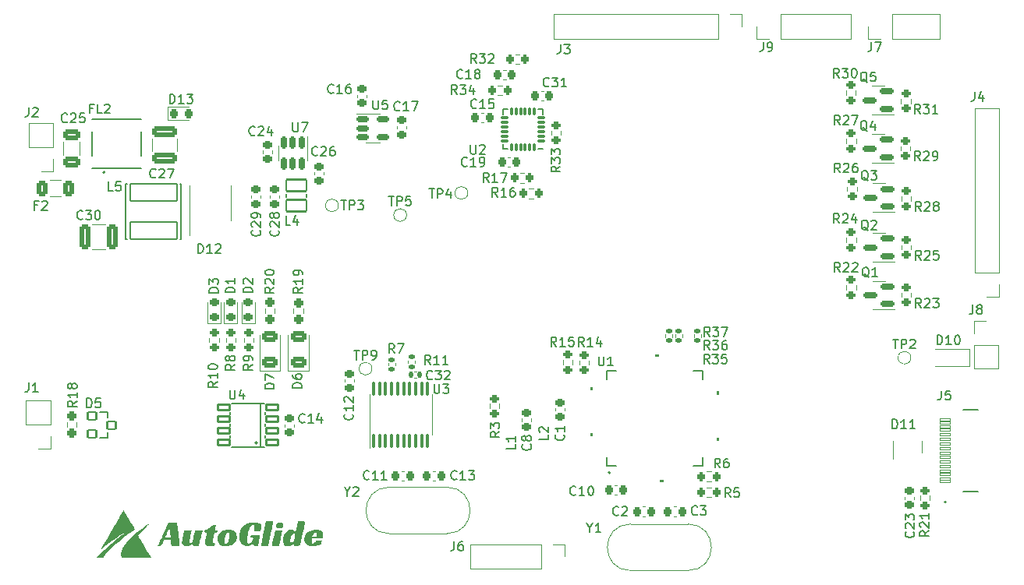
<source format=gto>
G04 #@! TF.GenerationSoftware,KiCad,Pcbnew,7.0.7*
G04 #@! TF.CreationDate,2023-12-18T21:44:50-05:00*
G04 #@! TF.ProjectId,central_hub,63656e74-7261-46c5-9f68-75622e6b6963,rev?*
G04 #@! TF.SameCoordinates,Original*
G04 #@! TF.FileFunction,Legend,Top*
G04 #@! TF.FilePolarity,Positive*
%FSLAX46Y46*%
G04 Gerber Fmt 4.6, Leading zero omitted, Abs format (unit mm)*
G04 Created by KiCad (PCBNEW 7.0.7) date 2023-12-18 21:44:50*
%MOMM*%
%LPD*%
G01*
G04 APERTURE LIST*
G04 Aperture macros list*
%AMRoundRect*
0 Rectangle with rounded corners*
0 $1 Rounding radius*
0 $2 $3 $4 $5 $6 $7 $8 $9 X,Y pos of 4 corners*
0 Add a 4 corners polygon primitive as box body*
4,1,4,$2,$3,$4,$5,$6,$7,$8,$9,$2,$3,0*
0 Add four circle primitives for the rounded corners*
1,1,$1+$1,$2,$3*
1,1,$1+$1,$4,$5*
1,1,$1+$1,$6,$7*
1,1,$1+$1,$8,$9*
0 Add four rect primitives between the rounded corners*
20,1,$1+$1,$2,$3,$4,$5,0*
20,1,$1+$1,$4,$5,$6,$7,0*
20,1,$1+$1,$6,$7,$8,$9,0*
20,1,$1+$1,$8,$9,$2,$3,0*%
%AMFreePoly0*
4,1,37,1.915180,1.368803,1.915215,1.368788,1.962648,1.327266,1.968788,1.315215,1.968803,1.315180,1.977050,1.275000,1.977050,0.575000,1.968803,0.534820,1.968788,0.534785,1.927266,0.487352,1.915215,0.481212,1.915180,0.481197,1.875000,0.472950,0.677050,0.472950,0.677050,-0.425000,0.668803,-0.465180,0.668788,-0.465215,0.627266,-0.512648,0.615215,-0.518788,0.615180,-0.518803,
0.575000,-0.527050,-0.425000,-0.527050,-0.465180,-0.518803,-0.465215,-0.518788,-0.512648,-0.477266,-0.518788,-0.465215,-0.518803,-0.465180,-0.527050,-0.425000,-0.527050,1.275000,-0.518803,1.315180,-0.518788,1.315215,-0.477266,1.362648,-0.465215,1.368788,-0.465180,1.368803,-0.425000,1.377050,1.875000,1.377050,1.915180,1.368803,1.915180,1.368803,$1*%
%AMFreePoly1*
4,1,37,0.465180,1.368803,0.465215,1.368788,0.512648,1.327266,0.518788,1.315215,0.518803,1.315180,0.527050,1.275000,0.527050,-0.425000,0.518803,-0.465180,0.518788,-0.465215,0.477266,-0.512648,0.465215,-0.518788,0.465180,-0.518803,0.425000,-0.527050,-0.575000,-0.527050,-0.615180,-0.518803,-0.615215,-0.518788,-0.662648,-0.477266,-0.668788,-0.465215,-0.668803,-0.465180,-0.677050,-0.425000,
-0.677050,0.472950,-1.875000,0.472950,-1.915180,0.481197,-1.915215,0.481212,-1.962648,0.522734,-1.968788,0.534785,-1.968803,0.534820,-1.977050,0.575000,-1.977050,1.275000,-1.968803,1.315180,-1.968788,1.315215,-1.927266,1.362648,-1.915215,1.368788,-1.915180,1.368803,-1.875000,1.377050,0.425000,1.377050,0.465180,1.368803,0.465180,1.368803,$1*%
%AMFreePoly2*
4,1,37,0.465180,0.518803,0.465215,0.518788,0.512648,0.477266,0.518788,0.465215,0.518803,0.465180,0.527050,0.425000,0.527050,-1.275000,0.518803,-1.315180,0.518788,-1.315215,0.477266,-1.362648,0.465215,-1.368788,0.465180,-1.368803,0.425000,-1.377050,-1.875000,-1.377050,-1.915180,-1.368803,-1.915215,-1.368788,-1.962648,-1.327266,-1.968788,-1.315215,-1.968803,-1.315180,-1.977050,-1.275000,
-1.977050,-0.575000,-1.968803,-0.534820,-1.968788,-0.534785,-1.927266,-0.487352,-1.915215,-0.481212,-1.915180,-0.481197,-1.875000,-0.472950,-0.677050,-0.472950,-0.677050,0.425000,-0.668803,0.465180,-0.668788,0.465215,-0.627266,0.512648,-0.615215,0.518788,-0.615180,0.518803,-0.575000,0.527050,0.425000,0.527050,0.465180,0.518803,0.465180,0.518803,$1*%
%AMFreePoly3*
4,1,37,0.615180,0.518803,0.615215,0.518788,0.662648,0.477266,0.668788,0.465215,0.668803,0.465180,0.677050,0.425000,0.677050,-0.472950,1.875000,-0.472950,1.915180,-0.481197,1.915215,-0.481212,1.962648,-0.522734,1.968788,-0.534785,1.968803,-0.534820,1.977050,-0.575000,1.977050,-1.275000,1.968803,-1.315180,1.968788,-1.315215,1.927266,-1.362648,1.915215,-1.368788,1.915180,-1.368803,
1.875000,-1.377050,-0.425000,-1.377050,-0.465180,-1.368803,-0.465215,-1.368788,-0.512648,-1.327266,-0.518788,-1.315215,-0.518803,-1.315180,-0.527050,-1.275000,-0.527050,0.425000,-0.518803,0.465180,-0.518788,0.465215,-0.477266,0.512648,-0.465215,0.518788,-0.465180,0.518803,-0.425000,0.527050,0.575000,0.527050,0.615180,0.518803,0.615180,0.518803,$1*%
G04 Aperture macros list end*
%ADD10C,0.200000*%
%ADD11C,0.160000*%
%ADD12C,0.120000*%
%ADD13C,0.152400*%
%ADD14C,0.203200*%
%ADD15C,0.127000*%
%ADD16C,0.150000*%
%ADD17C,0.000100*%
%ADD18R,0.939800X0.965200*%
%ADD19C,1.000000*%
%ADD20R,1.700000X1.700000*%
%ADD21O,1.700000X1.700000*%
%ADD22R,0.279400X1.397000*%
%ADD23R,1.397000X0.279400*%
%ADD24RoundRect,0.225000X-0.250000X0.225000X-0.250000X-0.225000X0.250000X-0.225000X0.250000X0.225000X0*%
%ADD25RoundRect,0.200000X-0.275000X0.200000X-0.275000X-0.200000X0.275000X-0.200000X0.275000X0.200000X0*%
%ADD26RoundRect,0.100000X0.100000X-0.637500X0.100000X0.637500X-0.100000X0.637500X-0.100000X-0.637500X0*%
%ADD27R,1.200000X1.200000*%
%ADD28RoundRect,0.150000X0.587500X0.150000X-0.587500X0.150000X-0.587500X-0.150000X0.587500X-0.150000X0*%
%ADD29RoundRect,0.225000X0.225000X0.250000X-0.225000X0.250000X-0.225000X-0.250000X0.225000X-0.250000X0*%
%ADD30RoundRect,0.225000X-0.225000X-0.250000X0.225000X-0.250000X0.225000X0.250000X-0.225000X0.250000X0*%
%ADD31RoundRect,0.200000X0.275000X-0.200000X0.275000X0.200000X-0.275000X0.200000X-0.275000X-0.200000X0*%
%ADD32RoundRect,0.237500X-0.237500X0.250000X-0.237500X-0.250000X0.237500X-0.250000X0.237500X0.250000X0*%
%ADD33RoundRect,0.200000X0.200000X0.275000X-0.200000X0.275000X-0.200000X-0.275000X0.200000X-0.275000X0*%
%ADD34RoundRect,0.218750X0.256250X-0.218750X0.256250X0.218750X-0.256250X0.218750X-0.256250X-0.218750X0*%
%ADD35RoundRect,0.225000X0.250000X-0.225000X0.250000X0.225000X-0.250000X0.225000X-0.250000X-0.225000X0*%
%ADD36RoundRect,0.250000X-1.100000X0.325000X-1.100000X-0.325000X1.100000X-0.325000X1.100000X0.325000X0*%
%ADD37C,3.000000*%
%ADD38RoundRect,0.150000X-0.512500X-0.150000X0.512500X-0.150000X0.512500X0.150000X-0.512500X0.150000X0*%
%ADD39C,1.500000*%
%ADD40RoundRect,0.135000X-0.185000X0.135000X-0.185000X-0.135000X0.185000X-0.135000X0.185000X0.135000X0*%
%ADD41RoundRect,0.102000X0.650000X-0.300000X0.650000X0.300000X-0.650000X0.300000X-0.650000X-0.300000X0*%
%ADD42RoundRect,0.250000X-0.325000X-1.100000X0.325000X-1.100000X0.325000X1.100000X-0.325000X1.100000X0*%
%ADD43RoundRect,0.102000X-1.110000X0.620000X-1.110000X-0.620000X1.110000X-0.620000X1.110000X0.620000X0*%
%ADD44RoundRect,0.250000X0.625000X-0.375000X0.625000X0.375000X-0.625000X0.375000X-0.625000X-0.375000X0*%
%ADD45RoundRect,0.150000X-0.150000X0.512500X-0.150000X-0.512500X0.150000X-0.512500X0.150000X0.512500X0*%
%ADD46RoundRect,0.200000X-0.200000X-0.275000X0.200000X-0.275000X0.200000X0.275000X-0.200000X0.275000X0*%
%ADD47RoundRect,0.250000X-0.375000X-0.625000X0.375000X-0.625000X0.375000X0.625000X-0.375000X0.625000X0*%
%ADD48RoundRect,0.102000X-2.550000X0.950000X-2.550000X-0.950000X2.550000X-0.950000X2.550000X0.950000X0*%
%ADD49RoundRect,0.135000X0.185000X-0.135000X0.185000X0.135000X-0.185000X0.135000X-0.185000X-0.135000X0*%
%ADD50RoundRect,0.140000X-0.140000X-0.170000X0.140000X-0.170000X0.140000X0.170000X-0.140000X0.170000X0*%
%ADD51FreePoly0,180.000000*%
%ADD52FreePoly1,180.000000*%
%ADD53FreePoly2,180.000000*%
%ADD54FreePoly3,180.000000*%
%ADD55RoundRect,0.250000X-0.650000X0.325000X-0.650000X-0.325000X0.650000X-0.325000X0.650000X0.325000X0*%
%ADD56RoundRect,0.218750X-0.218750X-0.256250X0.218750X-0.256250X0.218750X0.256250X-0.218750X0.256250X0*%
%ADD57RoundRect,0.102000X-0.450000X0.400000X-0.450000X-0.400000X0.450000X-0.400000X0.450000X0.400000X0*%
%ADD58RoundRect,0.050000X0.570000X-0.150000X0.570000X0.150000X-0.570000X0.150000X-0.570000X-0.150000X0*%
%ADD59O,2.204000X1.104000*%
%ADD60RoundRect,0.075000X0.350000X0.075000X-0.350000X0.075000X-0.350000X-0.075000X0.350000X-0.075000X0*%
%ADD61RoundRect,0.075000X-0.075000X0.350000X-0.075000X-0.350000X0.075000X-0.350000X0.075000X0.350000X0*%
%ADD62R,1.000000X0.700000*%
%ADD63R,0.600000X0.700000*%
%ADD64R,1.600000X1.440000*%
%ADD65R,3.800000X4.960000*%
G04 APERTURE END LIST*
D10*
X123303167Y-90507206D02*
G75*
G03*
X123303167Y-90507206I-100000J0D01*
G01*
D11*
X116582466Y-86373872D02*
X116582466Y-86850062D01*
X116582466Y-86850062D02*
X115582466Y-86850062D01*
X115677704Y-86088157D02*
X115630085Y-86040538D01*
X115630085Y-86040538D02*
X115582466Y-85945300D01*
X115582466Y-85945300D02*
X115582466Y-85707205D01*
X115582466Y-85707205D02*
X115630085Y-85611967D01*
X115630085Y-85611967D02*
X115677704Y-85564348D01*
X115677704Y-85564348D02*
X115772942Y-85516729D01*
X115772942Y-85516729D02*
X115868180Y-85516729D01*
X115868180Y-85516729D02*
X116011037Y-85564348D01*
X116011037Y-85564348D02*
X116582466Y-86135776D01*
X116582466Y-86135776D02*
X116582466Y-85516729D01*
X94088095Y-60904299D02*
X94659523Y-60904299D01*
X94373809Y-61904299D02*
X94373809Y-60904299D01*
X94992857Y-61904299D02*
X94992857Y-60904299D01*
X94992857Y-60904299D02*
X95373809Y-60904299D01*
X95373809Y-60904299D02*
X95469047Y-60951918D01*
X95469047Y-60951918D02*
X95516666Y-60999537D01*
X95516666Y-60999537D02*
X95564285Y-61094775D01*
X95564285Y-61094775D02*
X95564285Y-61237632D01*
X95564285Y-61237632D02*
X95516666Y-61332870D01*
X95516666Y-61332870D02*
X95469047Y-61380489D01*
X95469047Y-61380489D02*
X95373809Y-61428108D01*
X95373809Y-61428108D02*
X94992857Y-61428108D01*
X95897619Y-60904299D02*
X96516666Y-60904299D01*
X96516666Y-60904299D02*
X96183333Y-61285251D01*
X96183333Y-61285251D02*
X96326190Y-61285251D01*
X96326190Y-61285251D02*
X96421428Y-61332870D01*
X96421428Y-61332870D02*
X96469047Y-61380489D01*
X96469047Y-61380489D02*
X96516666Y-61475727D01*
X96516666Y-61475727D02*
X96516666Y-61713822D01*
X96516666Y-61713822D02*
X96469047Y-61809060D01*
X96469047Y-61809060D02*
X96421428Y-61856680D01*
X96421428Y-61856680D02*
X96326190Y-61904299D01*
X96326190Y-61904299D02*
X96040476Y-61904299D01*
X96040476Y-61904299D02*
X95945238Y-61856680D01*
X95945238Y-61856680D02*
X95897619Y-61809060D01*
X60169833Y-50811505D02*
X60169833Y-51525790D01*
X60169833Y-51525790D02*
X60122214Y-51668647D01*
X60122214Y-51668647D02*
X60026976Y-51763886D01*
X60026976Y-51763886D02*
X59884119Y-51811505D01*
X59884119Y-51811505D02*
X59788881Y-51811505D01*
X60598405Y-50906743D02*
X60646024Y-50859124D01*
X60646024Y-50859124D02*
X60741262Y-50811505D01*
X60741262Y-50811505D02*
X60979357Y-50811505D01*
X60979357Y-50811505D02*
X61074595Y-50859124D01*
X61074595Y-50859124D02*
X61122214Y-50906743D01*
X61122214Y-50906743D02*
X61169833Y-51001981D01*
X61169833Y-51001981D02*
X61169833Y-51097219D01*
X61169833Y-51097219D02*
X61122214Y-51240076D01*
X61122214Y-51240076D02*
X60550786Y-51811505D01*
X60550786Y-51811505D02*
X61169833Y-51811505D01*
X122041262Y-77861505D02*
X122041262Y-78671028D01*
X122041262Y-78671028D02*
X122088881Y-78766266D01*
X122088881Y-78766266D02*
X122136500Y-78813886D01*
X122136500Y-78813886D02*
X122231738Y-78861505D01*
X122231738Y-78861505D02*
X122422214Y-78861505D01*
X122422214Y-78861505D02*
X122517452Y-78813886D01*
X122517452Y-78813886D02*
X122565071Y-78766266D01*
X122565071Y-78766266D02*
X122612690Y-78671028D01*
X122612690Y-78671028D02*
X122612690Y-77861505D01*
X123612690Y-78861505D02*
X123041262Y-78861505D01*
X123326976Y-78861505D02*
X123326976Y-77861505D01*
X123326976Y-77861505D02*
X123231738Y-78004362D01*
X123231738Y-78004362D02*
X123136500Y-78099600D01*
X123136500Y-78099600D02*
X123041262Y-78147219D01*
X85262227Y-64150063D02*
X85309847Y-64197682D01*
X85309847Y-64197682D02*
X85357466Y-64340539D01*
X85357466Y-64340539D02*
X85357466Y-64435777D01*
X85357466Y-64435777D02*
X85309847Y-64578634D01*
X85309847Y-64578634D02*
X85214608Y-64673872D01*
X85214608Y-64673872D02*
X85119370Y-64721491D01*
X85119370Y-64721491D02*
X84928894Y-64769110D01*
X84928894Y-64769110D02*
X84786037Y-64769110D01*
X84786037Y-64769110D02*
X84595561Y-64721491D01*
X84595561Y-64721491D02*
X84500323Y-64673872D01*
X84500323Y-64673872D02*
X84405085Y-64578634D01*
X84405085Y-64578634D02*
X84357466Y-64435777D01*
X84357466Y-64435777D02*
X84357466Y-64340539D01*
X84357466Y-64340539D02*
X84405085Y-64197682D01*
X84405085Y-64197682D02*
X84452704Y-64150063D01*
X84452704Y-63769110D02*
X84405085Y-63721491D01*
X84405085Y-63721491D02*
X84357466Y-63626253D01*
X84357466Y-63626253D02*
X84357466Y-63388158D01*
X84357466Y-63388158D02*
X84405085Y-63292920D01*
X84405085Y-63292920D02*
X84452704Y-63245301D01*
X84452704Y-63245301D02*
X84547942Y-63197682D01*
X84547942Y-63197682D02*
X84643180Y-63197682D01*
X84643180Y-63197682D02*
X84786037Y-63245301D01*
X84786037Y-63245301D02*
X85357466Y-63816729D01*
X85357466Y-63816729D02*
X85357466Y-63197682D01*
X85357466Y-62721491D02*
X85357466Y-62531015D01*
X85357466Y-62531015D02*
X85309847Y-62435777D01*
X85309847Y-62435777D02*
X85262227Y-62388158D01*
X85262227Y-62388158D02*
X85119370Y-62292920D01*
X85119370Y-62292920D02*
X84928894Y-62245301D01*
X84928894Y-62245301D02*
X84547942Y-62245301D01*
X84547942Y-62245301D02*
X84452704Y-62292920D01*
X84452704Y-62292920D02*
X84405085Y-62340539D01*
X84405085Y-62340539D02*
X84357466Y-62435777D01*
X84357466Y-62435777D02*
X84357466Y-62626253D01*
X84357466Y-62626253D02*
X84405085Y-62721491D01*
X84405085Y-62721491D02*
X84452704Y-62769110D01*
X84452704Y-62769110D02*
X84547942Y-62816729D01*
X84547942Y-62816729D02*
X84786037Y-62816729D01*
X84786037Y-62816729D02*
X84881275Y-62769110D01*
X84881275Y-62769110D02*
X84928894Y-62721491D01*
X84928894Y-62721491D02*
X84976513Y-62626253D01*
X84976513Y-62626253D02*
X84976513Y-62435777D01*
X84976513Y-62435777D02*
X84928894Y-62340539D01*
X84928894Y-62340539D02*
X84881275Y-62292920D01*
X84881275Y-62292920D02*
X84786037Y-62245301D01*
X120460309Y-76761505D02*
X120126976Y-76285314D01*
X119888881Y-76761505D02*
X119888881Y-75761505D01*
X119888881Y-75761505D02*
X120269833Y-75761505D01*
X120269833Y-75761505D02*
X120365071Y-75809124D01*
X120365071Y-75809124D02*
X120412690Y-75856743D01*
X120412690Y-75856743D02*
X120460309Y-75951981D01*
X120460309Y-75951981D02*
X120460309Y-76094838D01*
X120460309Y-76094838D02*
X120412690Y-76190076D01*
X120412690Y-76190076D02*
X120365071Y-76237695D01*
X120365071Y-76237695D02*
X120269833Y-76285314D01*
X120269833Y-76285314D02*
X119888881Y-76285314D01*
X121412690Y-76761505D02*
X120841262Y-76761505D01*
X121126976Y-76761505D02*
X121126976Y-75761505D01*
X121126976Y-75761505D02*
X121031738Y-75904362D01*
X121031738Y-75904362D02*
X120936500Y-75999600D01*
X120936500Y-75999600D02*
X120841262Y-76047219D01*
X122269833Y-76094838D02*
X122269833Y-76761505D01*
X122031738Y-75713886D02*
X121793643Y-76428171D01*
X121793643Y-76428171D02*
X122412690Y-76428171D01*
X104188095Y-80864299D02*
X104188095Y-81673822D01*
X104188095Y-81673822D02*
X104235714Y-81769060D01*
X104235714Y-81769060D02*
X104283333Y-81816680D01*
X104283333Y-81816680D02*
X104378571Y-81864299D01*
X104378571Y-81864299D02*
X104569047Y-81864299D01*
X104569047Y-81864299D02*
X104664285Y-81816680D01*
X104664285Y-81816680D02*
X104711904Y-81769060D01*
X104711904Y-81769060D02*
X104759523Y-81673822D01*
X104759523Y-81673822D02*
X104759523Y-80864299D01*
X105140476Y-80864299D02*
X105759523Y-80864299D01*
X105759523Y-80864299D02*
X105426190Y-81245251D01*
X105426190Y-81245251D02*
X105569047Y-81245251D01*
X105569047Y-81245251D02*
X105664285Y-81292870D01*
X105664285Y-81292870D02*
X105711904Y-81340489D01*
X105711904Y-81340489D02*
X105759523Y-81435727D01*
X105759523Y-81435727D02*
X105759523Y-81673822D01*
X105759523Y-81673822D02*
X105711904Y-81769060D01*
X105711904Y-81769060D02*
X105664285Y-81816680D01*
X105664285Y-81816680D02*
X105569047Y-81864299D01*
X105569047Y-81864299D02*
X105283333Y-81864299D01*
X105283333Y-81864299D02*
X105188095Y-81816680D01*
X105188095Y-81816680D02*
X105140476Y-81769060D01*
X158785714Y-76554299D02*
X158785714Y-75554299D01*
X158785714Y-75554299D02*
X159023809Y-75554299D01*
X159023809Y-75554299D02*
X159166666Y-75601918D01*
X159166666Y-75601918D02*
X159261904Y-75697156D01*
X159261904Y-75697156D02*
X159309523Y-75792394D01*
X159309523Y-75792394D02*
X159357142Y-75982870D01*
X159357142Y-75982870D02*
X159357142Y-76125727D01*
X159357142Y-76125727D02*
X159309523Y-76316203D01*
X159309523Y-76316203D02*
X159261904Y-76411441D01*
X159261904Y-76411441D02*
X159166666Y-76506680D01*
X159166666Y-76506680D02*
X159023809Y-76554299D01*
X159023809Y-76554299D02*
X158785714Y-76554299D01*
X160309523Y-76554299D02*
X159738095Y-76554299D01*
X160023809Y-76554299D02*
X160023809Y-75554299D01*
X160023809Y-75554299D02*
X159928571Y-75697156D01*
X159928571Y-75697156D02*
X159833333Y-75792394D01*
X159833333Y-75792394D02*
X159738095Y-75840013D01*
X160928571Y-75554299D02*
X161023809Y-75554299D01*
X161023809Y-75554299D02*
X161119047Y-75601918D01*
X161119047Y-75601918D02*
X161166666Y-75649537D01*
X161166666Y-75649537D02*
X161214285Y-75744775D01*
X161214285Y-75744775D02*
X161261904Y-75935251D01*
X161261904Y-75935251D02*
X161261904Y-76173346D01*
X161261904Y-76173346D02*
X161214285Y-76363822D01*
X161214285Y-76363822D02*
X161166666Y-76459060D01*
X161166666Y-76459060D02*
X161119047Y-76506680D01*
X161119047Y-76506680D02*
X161023809Y-76554299D01*
X161023809Y-76554299D02*
X160928571Y-76554299D01*
X160928571Y-76554299D02*
X160833333Y-76506680D01*
X160833333Y-76506680D02*
X160785714Y-76459060D01*
X160785714Y-76459060D02*
X160738095Y-76363822D01*
X160738095Y-76363822D02*
X160690476Y-76173346D01*
X160690476Y-76173346D02*
X160690476Y-75935251D01*
X160690476Y-75935251D02*
X160738095Y-75744775D01*
X160738095Y-75744775D02*
X160785714Y-75649537D01*
X160785714Y-75649537D02*
X160833333Y-75601918D01*
X160833333Y-75601918D02*
X160928571Y-75554299D01*
X151407928Y-69256743D02*
X151312690Y-69209124D01*
X151312690Y-69209124D02*
X151217452Y-69113886D01*
X151217452Y-69113886D02*
X151074595Y-68971028D01*
X151074595Y-68971028D02*
X150979357Y-68923409D01*
X150979357Y-68923409D02*
X150884119Y-68923409D01*
X150931738Y-69161505D02*
X150836500Y-69113886D01*
X150836500Y-69113886D02*
X150741262Y-69018647D01*
X150741262Y-69018647D02*
X150693643Y-68828171D01*
X150693643Y-68828171D02*
X150693643Y-68494838D01*
X150693643Y-68494838D02*
X150741262Y-68304362D01*
X150741262Y-68304362D02*
X150836500Y-68209124D01*
X150836500Y-68209124D02*
X150931738Y-68161505D01*
X150931738Y-68161505D02*
X151122214Y-68161505D01*
X151122214Y-68161505D02*
X151217452Y-68209124D01*
X151217452Y-68209124D02*
X151312690Y-68304362D01*
X151312690Y-68304362D02*
X151360309Y-68494838D01*
X151360309Y-68494838D02*
X151360309Y-68828171D01*
X151360309Y-68828171D02*
X151312690Y-69018647D01*
X151312690Y-69018647D02*
X151217452Y-69113886D01*
X151217452Y-69113886D02*
X151122214Y-69161505D01*
X151122214Y-69161505D02*
X150931738Y-69161505D01*
X152312690Y-69161505D02*
X151741262Y-69161505D01*
X152026976Y-69161505D02*
X152026976Y-68161505D01*
X152026976Y-68161505D02*
X151931738Y-68304362D01*
X151931738Y-68304362D02*
X151836500Y-68399600D01*
X151836500Y-68399600D02*
X151741262Y-68447219D01*
X124211500Y-95066266D02*
X124163881Y-95113886D01*
X124163881Y-95113886D02*
X124021024Y-95161505D01*
X124021024Y-95161505D02*
X123925786Y-95161505D01*
X123925786Y-95161505D02*
X123782929Y-95113886D01*
X123782929Y-95113886D02*
X123687691Y-95018647D01*
X123687691Y-95018647D02*
X123640072Y-94923409D01*
X123640072Y-94923409D02*
X123592453Y-94732933D01*
X123592453Y-94732933D02*
X123592453Y-94590076D01*
X123592453Y-94590076D02*
X123640072Y-94399600D01*
X123640072Y-94399600D02*
X123687691Y-94304362D01*
X123687691Y-94304362D02*
X123782929Y-94209124D01*
X123782929Y-94209124D02*
X123925786Y-94161505D01*
X123925786Y-94161505D02*
X124021024Y-94161505D01*
X124021024Y-94161505D02*
X124163881Y-94209124D01*
X124163881Y-94209124D02*
X124211500Y-94256743D01*
X124592453Y-94256743D02*
X124640072Y-94209124D01*
X124640072Y-94209124D02*
X124735310Y-94161505D01*
X124735310Y-94161505D02*
X124973405Y-94161505D01*
X124973405Y-94161505D02*
X125068643Y-94209124D01*
X125068643Y-94209124D02*
X125116262Y-94256743D01*
X125116262Y-94256743D02*
X125163881Y-94351981D01*
X125163881Y-94351981D02*
X125163881Y-94447219D01*
X125163881Y-94447219D02*
X125116262Y-94590076D01*
X125116262Y-94590076D02*
X124544834Y-95161505D01*
X124544834Y-95161505D02*
X125163881Y-95161505D01*
X114637227Y-87423872D02*
X114684847Y-87471491D01*
X114684847Y-87471491D02*
X114732466Y-87614348D01*
X114732466Y-87614348D02*
X114732466Y-87709586D01*
X114732466Y-87709586D02*
X114684847Y-87852443D01*
X114684847Y-87852443D02*
X114589608Y-87947681D01*
X114589608Y-87947681D02*
X114494370Y-87995300D01*
X114494370Y-87995300D02*
X114303894Y-88042919D01*
X114303894Y-88042919D02*
X114161037Y-88042919D01*
X114161037Y-88042919D02*
X113970561Y-87995300D01*
X113970561Y-87995300D02*
X113875323Y-87947681D01*
X113875323Y-87947681D02*
X113780085Y-87852443D01*
X113780085Y-87852443D02*
X113732466Y-87709586D01*
X113732466Y-87709586D02*
X113732466Y-87614348D01*
X113732466Y-87614348D02*
X113780085Y-87471491D01*
X113780085Y-87471491D02*
X113827704Y-87423872D01*
X114161037Y-86852443D02*
X114113418Y-86947681D01*
X114113418Y-86947681D02*
X114065799Y-86995300D01*
X114065799Y-86995300D02*
X113970561Y-87042919D01*
X113970561Y-87042919D02*
X113922942Y-87042919D01*
X113922942Y-87042919D02*
X113827704Y-86995300D01*
X113827704Y-86995300D02*
X113780085Y-86947681D01*
X113780085Y-86947681D02*
X113732466Y-86852443D01*
X113732466Y-86852443D02*
X113732466Y-86661967D01*
X113732466Y-86661967D02*
X113780085Y-86566729D01*
X113780085Y-86566729D02*
X113827704Y-86519110D01*
X113827704Y-86519110D02*
X113922942Y-86471491D01*
X113922942Y-86471491D02*
X113970561Y-86471491D01*
X113970561Y-86471491D02*
X114065799Y-86519110D01*
X114065799Y-86519110D02*
X114113418Y-86566729D01*
X114113418Y-86566729D02*
X114161037Y-86661967D01*
X114161037Y-86661967D02*
X114161037Y-86852443D01*
X114161037Y-86852443D02*
X114208656Y-86947681D01*
X114208656Y-86947681D02*
X114256275Y-86995300D01*
X114256275Y-86995300D02*
X114351513Y-87042919D01*
X114351513Y-87042919D02*
X114541989Y-87042919D01*
X114541989Y-87042919D02*
X114637227Y-86995300D01*
X114637227Y-86995300D02*
X114684847Y-86947681D01*
X114684847Y-86947681D02*
X114732466Y-86852443D01*
X114732466Y-86852443D02*
X114732466Y-86661967D01*
X114732466Y-86661967D02*
X114684847Y-86566729D01*
X114684847Y-86566729D02*
X114637227Y-86519110D01*
X114637227Y-86519110D02*
X114541989Y-86471491D01*
X114541989Y-86471491D02*
X114351513Y-86471491D01*
X114351513Y-86471491D02*
X114256275Y-86519110D01*
X114256275Y-86519110D02*
X114208656Y-86566729D01*
X114208656Y-86566729D02*
X114161037Y-86661967D01*
X116660309Y-48466266D02*
X116612690Y-48513886D01*
X116612690Y-48513886D02*
X116469833Y-48561505D01*
X116469833Y-48561505D02*
X116374595Y-48561505D01*
X116374595Y-48561505D02*
X116231738Y-48513886D01*
X116231738Y-48513886D02*
X116136500Y-48418647D01*
X116136500Y-48418647D02*
X116088881Y-48323409D01*
X116088881Y-48323409D02*
X116041262Y-48132933D01*
X116041262Y-48132933D02*
X116041262Y-47990076D01*
X116041262Y-47990076D02*
X116088881Y-47799600D01*
X116088881Y-47799600D02*
X116136500Y-47704362D01*
X116136500Y-47704362D02*
X116231738Y-47609124D01*
X116231738Y-47609124D02*
X116374595Y-47561505D01*
X116374595Y-47561505D02*
X116469833Y-47561505D01*
X116469833Y-47561505D02*
X116612690Y-47609124D01*
X116612690Y-47609124D02*
X116660309Y-47656743D01*
X116993643Y-47561505D02*
X117612690Y-47561505D01*
X117612690Y-47561505D02*
X117279357Y-47942457D01*
X117279357Y-47942457D02*
X117422214Y-47942457D01*
X117422214Y-47942457D02*
X117517452Y-47990076D01*
X117517452Y-47990076D02*
X117565071Y-48037695D01*
X117565071Y-48037695D02*
X117612690Y-48132933D01*
X117612690Y-48132933D02*
X117612690Y-48371028D01*
X117612690Y-48371028D02*
X117565071Y-48466266D01*
X117565071Y-48466266D02*
X117517452Y-48513886D01*
X117517452Y-48513886D02*
X117422214Y-48561505D01*
X117422214Y-48561505D02*
X117136500Y-48561505D01*
X117136500Y-48561505D02*
X117041262Y-48513886D01*
X117041262Y-48513886D02*
X116993643Y-48466266D01*
X118565071Y-48561505D02*
X117993643Y-48561505D01*
X118279357Y-48561505D02*
X118279357Y-47561505D01*
X118279357Y-47561505D02*
X118184119Y-47704362D01*
X118184119Y-47704362D02*
X118088881Y-47799600D01*
X118088881Y-47799600D02*
X117993643Y-47847219D01*
X157060309Y-62061505D02*
X156726976Y-61585314D01*
X156488881Y-62061505D02*
X156488881Y-61061505D01*
X156488881Y-61061505D02*
X156869833Y-61061505D01*
X156869833Y-61061505D02*
X156965071Y-61109124D01*
X156965071Y-61109124D02*
X157012690Y-61156743D01*
X157012690Y-61156743D02*
X157060309Y-61251981D01*
X157060309Y-61251981D02*
X157060309Y-61394838D01*
X157060309Y-61394838D02*
X157012690Y-61490076D01*
X157012690Y-61490076D02*
X156965071Y-61537695D01*
X156965071Y-61537695D02*
X156869833Y-61585314D01*
X156869833Y-61585314D02*
X156488881Y-61585314D01*
X157441262Y-61156743D02*
X157488881Y-61109124D01*
X157488881Y-61109124D02*
X157584119Y-61061505D01*
X157584119Y-61061505D02*
X157822214Y-61061505D01*
X157822214Y-61061505D02*
X157917452Y-61109124D01*
X157917452Y-61109124D02*
X157965071Y-61156743D01*
X157965071Y-61156743D02*
X158012690Y-61251981D01*
X158012690Y-61251981D02*
X158012690Y-61347219D01*
X158012690Y-61347219D02*
X157965071Y-61490076D01*
X157965071Y-61490076D02*
X157393643Y-62061505D01*
X157393643Y-62061505D02*
X158012690Y-62061505D01*
X158584119Y-61490076D02*
X158488881Y-61442457D01*
X158488881Y-61442457D02*
X158441262Y-61394838D01*
X158441262Y-61394838D02*
X158393643Y-61299600D01*
X158393643Y-61299600D02*
X158393643Y-61251981D01*
X158393643Y-61251981D02*
X158441262Y-61156743D01*
X158441262Y-61156743D02*
X158488881Y-61109124D01*
X158488881Y-61109124D02*
X158584119Y-61061505D01*
X158584119Y-61061505D02*
X158774595Y-61061505D01*
X158774595Y-61061505D02*
X158869833Y-61109124D01*
X158869833Y-61109124D02*
X158917452Y-61156743D01*
X158917452Y-61156743D02*
X158965071Y-61251981D01*
X158965071Y-61251981D02*
X158965071Y-61299600D01*
X158965071Y-61299600D02*
X158917452Y-61394838D01*
X158917452Y-61394838D02*
X158869833Y-61442457D01*
X158869833Y-61442457D02*
X158774595Y-61490076D01*
X158774595Y-61490076D02*
X158584119Y-61490076D01*
X158584119Y-61490076D02*
X158488881Y-61537695D01*
X158488881Y-61537695D02*
X158441262Y-61585314D01*
X158441262Y-61585314D02*
X158393643Y-61680552D01*
X158393643Y-61680552D02*
X158393643Y-61871028D01*
X158393643Y-61871028D02*
X158441262Y-61966266D01*
X158441262Y-61966266D02*
X158488881Y-62013886D01*
X158488881Y-62013886D02*
X158584119Y-62061505D01*
X158584119Y-62061505D02*
X158774595Y-62061505D01*
X158774595Y-62061505D02*
X158869833Y-62013886D01*
X158869833Y-62013886D02*
X158917452Y-61966266D01*
X158917452Y-61966266D02*
X158965071Y-61871028D01*
X158965071Y-61871028D02*
X158965071Y-61680552D01*
X158965071Y-61680552D02*
X158917452Y-61585314D01*
X158917452Y-61585314D02*
X158869833Y-61537695D01*
X158869833Y-61537695D02*
X158774595Y-61490076D01*
X93260309Y-49166266D02*
X93212690Y-49213886D01*
X93212690Y-49213886D02*
X93069833Y-49261505D01*
X93069833Y-49261505D02*
X92974595Y-49261505D01*
X92974595Y-49261505D02*
X92831738Y-49213886D01*
X92831738Y-49213886D02*
X92736500Y-49118647D01*
X92736500Y-49118647D02*
X92688881Y-49023409D01*
X92688881Y-49023409D02*
X92641262Y-48832933D01*
X92641262Y-48832933D02*
X92641262Y-48690076D01*
X92641262Y-48690076D02*
X92688881Y-48499600D01*
X92688881Y-48499600D02*
X92736500Y-48404362D01*
X92736500Y-48404362D02*
X92831738Y-48309124D01*
X92831738Y-48309124D02*
X92974595Y-48261505D01*
X92974595Y-48261505D02*
X93069833Y-48261505D01*
X93069833Y-48261505D02*
X93212690Y-48309124D01*
X93212690Y-48309124D02*
X93260309Y-48356743D01*
X94212690Y-49261505D02*
X93641262Y-49261505D01*
X93926976Y-49261505D02*
X93926976Y-48261505D01*
X93926976Y-48261505D02*
X93831738Y-48404362D01*
X93831738Y-48404362D02*
X93736500Y-48499600D01*
X93736500Y-48499600D02*
X93641262Y-48547219D01*
X95069833Y-48261505D02*
X94879357Y-48261505D01*
X94879357Y-48261505D02*
X94784119Y-48309124D01*
X94784119Y-48309124D02*
X94736500Y-48356743D01*
X94736500Y-48356743D02*
X94641262Y-48499600D01*
X94641262Y-48499600D02*
X94593643Y-48690076D01*
X94593643Y-48690076D02*
X94593643Y-49071028D01*
X94593643Y-49071028D02*
X94641262Y-49166266D01*
X94641262Y-49166266D02*
X94688881Y-49213886D01*
X94688881Y-49213886D02*
X94784119Y-49261505D01*
X94784119Y-49261505D02*
X94974595Y-49261505D01*
X94974595Y-49261505D02*
X95069833Y-49213886D01*
X95069833Y-49213886D02*
X95117452Y-49166266D01*
X95117452Y-49166266D02*
X95165071Y-49071028D01*
X95165071Y-49071028D02*
X95165071Y-48832933D01*
X95165071Y-48832933D02*
X95117452Y-48737695D01*
X95117452Y-48737695D02*
X95069833Y-48690076D01*
X95069833Y-48690076D02*
X94974595Y-48642457D01*
X94974595Y-48642457D02*
X94784119Y-48642457D01*
X94784119Y-48642457D02*
X94688881Y-48690076D01*
X94688881Y-48690076D02*
X94641262Y-48737695D01*
X94641262Y-48737695D02*
X94593643Y-48832933D01*
X132761500Y-95016266D02*
X132713881Y-95063886D01*
X132713881Y-95063886D02*
X132571024Y-95111505D01*
X132571024Y-95111505D02*
X132475786Y-95111505D01*
X132475786Y-95111505D02*
X132332929Y-95063886D01*
X132332929Y-95063886D02*
X132237691Y-94968647D01*
X132237691Y-94968647D02*
X132190072Y-94873409D01*
X132190072Y-94873409D02*
X132142453Y-94682933D01*
X132142453Y-94682933D02*
X132142453Y-94540076D01*
X132142453Y-94540076D02*
X132190072Y-94349600D01*
X132190072Y-94349600D02*
X132237691Y-94254362D01*
X132237691Y-94254362D02*
X132332929Y-94159124D01*
X132332929Y-94159124D02*
X132475786Y-94111505D01*
X132475786Y-94111505D02*
X132571024Y-94111505D01*
X132571024Y-94111505D02*
X132713881Y-94159124D01*
X132713881Y-94159124D02*
X132761500Y-94206743D01*
X133094834Y-94111505D02*
X133713881Y-94111505D01*
X133713881Y-94111505D02*
X133380548Y-94492457D01*
X133380548Y-94492457D02*
X133523405Y-94492457D01*
X133523405Y-94492457D02*
X133618643Y-94540076D01*
X133618643Y-94540076D02*
X133666262Y-94587695D01*
X133666262Y-94587695D02*
X133713881Y-94682933D01*
X133713881Y-94682933D02*
X133713881Y-94921028D01*
X133713881Y-94921028D02*
X133666262Y-95016266D01*
X133666262Y-95016266D02*
X133618643Y-95063886D01*
X133618643Y-95063886D02*
X133523405Y-95111505D01*
X133523405Y-95111505D02*
X133237691Y-95111505D01*
X133237691Y-95111505D02*
X133142453Y-95063886D01*
X133142453Y-95063886D02*
X133094834Y-95016266D01*
X86807466Y-70350063D02*
X86331275Y-70683396D01*
X86807466Y-70921491D02*
X85807466Y-70921491D01*
X85807466Y-70921491D02*
X85807466Y-70540539D01*
X85807466Y-70540539D02*
X85855085Y-70445301D01*
X85855085Y-70445301D02*
X85902704Y-70397682D01*
X85902704Y-70397682D02*
X85997942Y-70350063D01*
X85997942Y-70350063D02*
X86140799Y-70350063D01*
X86140799Y-70350063D02*
X86236037Y-70397682D01*
X86236037Y-70397682D02*
X86283656Y-70445301D01*
X86283656Y-70445301D02*
X86331275Y-70540539D01*
X86331275Y-70540539D02*
X86331275Y-70921491D01*
X85902704Y-69969110D02*
X85855085Y-69921491D01*
X85855085Y-69921491D02*
X85807466Y-69826253D01*
X85807466Y-69826253D02*
X85807466Y-69588158D01*
X85807466Y-69588158D02*
X85855085Y-69492920D01*
X85855085Y-69492920D02*
X85902704Y-69445301D01*
X85902704Y-69445301D02*
X85997942Y-69397682D01*
X85997942Y-69397682D02*
X86093180Y-69397682D01*
X86093180Y-69397682D02*
X86236037Y-69445301D01*
X86236037Y-69445301D02*
X86807466Y-70016729D01*
X86807466Y-70016729D02*
X86807466Y-69397682D01*
X85807466Y-68778634D02*
X85807466Y-68683396D01*
X85807466Y-68683396D02*
X85855085Y-68588158D01*
X85855085Y-68588158D02*
X85902704Y-68540539D01*
X85902704Y-68540539D02*
X85997942Y-68492920D01*
X85997942Y-68492920D02*
X86188418Y-68445301D01*
X86188418Y-68445301D02*
X86426513Y-68445301D01*
X86426513Y-68445301D02*
X86616989Y-68492920D01*
X86616989Y-68492920D02*
X86712227Y-68540539D01*
X86712227Y-68540539D02*
X86759847Y-68588158D01*
X86759847Y-68588158D02*
X86807466Y-68683396D01*
X86807466Y-68683396D02*
X86807466Y-68778634D01*
X86807466Y-68778634D02*
X86759847Y-68873872D01*
X86759847Y-68873872D02*
X86712227Y-68921491D01*
X86712227Y-68921491D02*
X86616989Y-68969110D01*
X86616989Y-68969110D02*
X86426513Y-69016729D01*
X86426513Y-69016729D02*
X86188418Y-69016729D01*
X86188418Y-69016729D02*
X85997942Y-68969110D01*
X85997942Y-68969110D02*
X85902704Y-68921491D01*
X85902704Y-68921491D02*
X85855085Y-68873872D01*
X85855085Y-68873872D02*
X85807466Y-68778634D01*
X95484928Y-77199093D02*
X96056356Y-77199093D01*
X95770642Y-78199093D02*
X95770642Y-77199093D01*
X96389690Y-78199093D02*
X96389690Y-77199093D01*
X96389690Y-77199093D02*
X96770642Y-77199093D01*
X96770642Y-77199093D02*
X96865880Y-77246712D01*
X96865880Y-77246712D02*
X96913499Y-77294331D01*
X96913499Y-77294331D02*
X96961118Y-77389569D01*
X96961118Y-77389569D02*
X96961118Y-77532426D01*
X96961118Y-77532426D02*
X96913499Y-77627664D01*
X96913499Y-77627664D02*
X96865880Y-77675283D01*
X96865880Y-77675283D02*
X96770642Y-77722902D01*
X96770642Y-77722902D02*
X96389690Y-77722902D01*
X97437309Y-78199093D02*
X97627785Y-78199093D01*
X97627785Y-78199093D02*
X97723023Y-78151474D01*
X97723023Y-78151474D02*
X97770642Y-78103854D01*
X97770642Y-78103854D02*
X97865880Y-77960997D01*
X97865880Y-77960997D02*
X97913499Y-77770521D01*
X97913499Y-77770521D02*
X97913499Y-77389569D01*
X97913499Y-77389569D02*
X97865880Y-77294331D01*
X97865880Y-77294331D02*
X97818261Y-77246712D01*
X97818261Y-77246712D02*
X97723023Y-77199093D01*
X97723023Y-77199093D02*
X97532547Y-77199093D01*
X97532547Y-77199093D02*
X97437309Y-77246712D01*
X97437309Y-77246712D02*
X97389690Y-77294331D01*
X97389690Y-77294331D02*
X97342071Y-77389569D01*
X97342071Y-77389569D02*
X97342071Y-77627664D01*
X97342071Y-77627664D02*
X97389690Y-77722902D01*
X97389690Y-77722902D02*
X97437309Y-77770521D01*
X97437309Y-77770521D02*
X97532547Y-77818140D01*
X97532547Y-77818140D02*
X97723023Y-77818140D01*
X97723023Y-77818140D02*
X97818261Y-77770521D01*
X97818261Y-77770521D02*
X97865880Y-77722902D01*
X97865880Y-77722902D02*
X97913499Y-77627664D01*
X151307928Y-64156743D02*
X151212690Y-64109124D01*
X151212690Y-64109124D02*
X151117452Y-64013886D01*
X151117452Y-64013886D02*
X150974595Y-63871028D01*
X150974595Y-63871028D02*
X150879357Y-63823409D01*
X150879357Y-63823409D02*
X150784119Y-63823409D01*
X150831738Y-64061505D02*
X150736500Y-64013886D01*
X150736500Y-64013886D02*
X150641262Y-63918647D01*
X150641262Y-63918647D02*
X150593643Y-63728171D01*
X150593643Y-63728171D02*
X150593643Y-63394838D01*
X150593643Y-63394838D02*
X150641262Y-63204362D01*
X150641262Y-63204362D02*
X150736500Y-63109124D01*
X150736500Y-63109124D02*
X150831738Y-63061505D01*
X150831738Y-63061505D02*
X151022214Y-63061505D01*
X151022214Y-63061505D02*
X151117452Y-63109124D01*
X151117452Y-63109124D02*
X151212690Y-63204362D01*
X151212690Y-63204362D02*
X151260309Y-63394838D01*
X151260309Y-63394838D02*
X151260309Y-63728171D01*
X151260309Y-63728171D02*
X151212690Y-63918647D01*
X151212690Y-63918647D02*
X151117452Y-64013886D01*
X151117452Y-64013886D02*
X151022214Y-64061505D01*
X151022214Y-64061505D02*
X150831738Y-64061505D01*
X151641262Y-63156743D02*
X151688881Y-63109124D01*
X151688881Y-63109124D02*
X151784119Y-63061505D01*
X151784119Y-63061505D02*
X152022214Y-63061505D01*
X152022214Y-63061505D02*
X152117452Y-63109124D01*
X152117452Y-63109124D02*
X152165071Y-63156743D01*
X152165071Y-63156743D02*
X152212690Y-63251981D01*
X152212690Y-63251981D02*
X152212690Y-63347219D01*
X152212690Y-63347219D02*
X152165071Y-63490076D01*
X152165071Y-63490076D02*
X151593643Y-64061505D01*
X151593643Y-64061505D02*
X152212690Y-64061505D01*
X148260309Y-52661505D02*
X147926976Y-52185314D01*
X147688881Y-52661505D02*
X147688881Y-51661505D01*
X147688881Y-51661505D02*
X148069833Y-51661505D01*
X148069833Y-51661505D02*
X148165071Y-51709124D01*
X148165071Y-51709124D02*
X148212690Y-51756743D01*
X148212690Y-51756743D02*
X148260309Y-51851981D01*
X148260309Y-51851981D02*
X148260309Y-51994838D01*
X148260309Y-51994838D02*
X148212690Y-52090076D01*
X148212690Y-52090076D02*
X148165071Y-52137695D01*
X148165071Y-52137695D02*
X148069833Y-52185314D01*
X148069833Y-52185314D02*
X147688881Y-52185314D01*
X148641262Y-51756743D02*
X148688881Y-51709124D01*
X148688881Y-51709124D02*
X148784119Y-51661505D01*
X148784119Y-51661505D02*
X149022214Y-51661505D01*
X149022214Y-51661505D02*
X149117452Y-51709124D01*
X149117452Y-51709124D02*
X149165071Y-51756743D01*
X149165071Y-51756743D02*
X149212690Y-51851981D01*
X149212690Y-51851981D02*
X149212690Y-51947219D01*
X149212690Y-51947219D02*
X149165071Y-52090076D01*
X149165071Y-52090076D02*
X148593643Y-52661505D01*
X148593643Y-52661505D02*
X149212690Y-52661505D01*
X149546024Y-51661505D02*
X150212690Y-51661505D01*
X150212690Y-51661505D02*
X149784119Y-52661505D01*
X106660309Y-49361505D02*
X106326976Y-48885314D01*
X106088881Y-49361505D02*
X106088881Y-48361505D01*
X106088881Y-48361505D02*
X106469833Y-48361505D01*
X106469833Y-48361505D02*
X106565071Y-48409124D01*
X106565071Y-48409124D02*
X106612690Y-48456743D01*
X106612690Y-48456743D02*
X106660309Y-48551981D01*
X106660309Y-48551981D02*
X106660309Y-48694838D01*
X106660309Y-48694838D02*
X106612690Y-48790076D01*
X106612690Y-48790076D02*
X106565071Y-48837695D01*
X106565071Y-48837695D02*
X106469833Y-48885314D01*
X106469833Y-48885314D02*
X106088881Y-48885314D01*
X106993643Y-48361505D02*
X107612690Y-48361505D01*
X107612690Y-48361505D02*
X107279357Y-48742457D01*
X107279357Y-48742457D02*
X107422214Y-48742457D01*
X107422214Y-48742457D02*
X107517452Y-48790076D01*
X107517452Y-48790076D02*
X107565071Y-48837695D01*
X107565071Y-48837695D02*
X107612690Y-48932933D01*
X107612690Y-48932933D02*
X107612690Y-49171028D01*
X107612690Y-49171028D02*
X107565071Y-49266266D01*
X107565071Y-49266266D02*
X107517452Y-49313886D01*
X107517452Y-49313886D02*
X107422214Y-49361505D01*
X107422214Y-49361505D02*
X107136500Y-49361505D01*
X107136500Y-49361505D02*
X107041262Y-49313886D01*
X107041262Y-49313886D02*
X106993643Y-49266266D01*
X108469833Y-48694838D02*
X108469833Y-49361505D01*
X108231738Y-48313886D02*
X107993643Y-49028171D01*
X107993643Y-49028171D02*
X108612690Y-49028171D01*
X162669833Y-72261505D02*
X162669833Y-72975790D01*
X162669833Y-72975790D02*
X162622214Y-73118647D01*
X162622214Y-73118647D02*
X162526976Y-73213886D01*
X162526976Y-73213886D02*
X162384119Y-73261505D01*
X162384119Y-73261505D02*
X162288881Y-73261505D01*
X163288881Y-72690076D02*
X163193643Y-72642457D01*
X163193643Y-72642457D02*
X163146024Y-72594838D01*
X163146024Y-72594838D02*
X163098405Y-72499600D01*
X163098405Y-72499600D02*
X163098405Y-72451981D01*
X163098405Y-72451981D02*
X163146024Y-72356743D01*
X163146024Y-72356743D02*
X163193643Y-72309124D01*
X163193643Y-72309124D02*
X163288881Y-72261505D01*
X163288881Y-72261505D02*
X163479357Y-72261505D01*
X163479357Y-72261505D02*
X163574595Y-72309124D01*
X163574595Y-72309124D02*
X163622214Y-72356743D01*
X163622214Y-72356743D02*
X163669833Y-72451981D01*
X163669833Y-72451981D02*
X163669833Y-72499600D01*
X163669833Y-72499600D02*
X163622214Y-72594838D01*
X163622214Y-72594838D02*
X163574595Y-72642457D01*
X163574595Y-72642457D02*
X163479357Y-72690076D01*
X163479357Y-72690076D02*
X163288881Y-72690076D01*
X163288881Y-72690076D02*
X163193643Y-72737695D01*
X163193643Y-72737695D02*
X163146024Y-72785314D01*
X163146024Y-72785314D02*
X163098405Y-72880552D01*
X163098405Y-72880552D02*
X163098405Y-73071028D01*
X163098405Y-73071028D02*
X163146024Y-73166266D01*
X163146024Y-73166266D02*
X163193643Y-73213886D01*
X163193643Y-73213886D02*
X163288881Y-73261505D01*
X163288881Y-73261505D02*
X163479357Y-73261505D01*
X163479357Y-73261505D02*
X163574595Y-73213886D01*
X163574595Y-73213886D02*
X163622214Y-73166266D01*
X163622214Y-73166266D02*
X163669833Y-73071028D01*
X163669833Y-73071028D02*
X163669833Y-72880552D01*
X163669833Y-72880552D02*
X163622214Y-72785314D01*
X163622214Y-72785314D02*
X163574595Y-72737695D01*
X163574595Y-72737695D02*
X163479357Y-72690076D01*
X106637142Y-91184060D02*
X106589523Y-91231680D01*
X106589523Y-91231680D02*
X106446666Y-91279299D01*
X106446666Y-91279299D02*
X106351428Y-91279299D01*
X106351428Y-91279299D02*
X106208571Y-91231680D01*
X106208571Y-91231680D02*
X106113333Y-91136441D01*
X106113333Y-91136441D02*
X106065714Y-91041203D01*
X106065714Y-91041203D02*
X106018095Y-90850727D01*
X106018095Y-90850727D02*
X106018095Y-90707870D01*
X106018095Y-90707870D02*
X106065714Y-90517394D01*
X106065714Y-90517394D02*
X106113333Y-90422156D01*
X106113333Y-90422156D02*
X106208571Y-90326918D01*
X106208571Y-90326918D02*
X106351428Y-90279299D01*
X106351428Y-90279299D02*
X106446666Y-90279299D01*
X106446666Y-90279299D02*
X106589523Y-90326918D01*
X106589523Y-90326918D02*
X106637142Y-90374537D01*
X107589523Y-91279299D02*
X107018095Y-91279299D01*
X107303809Y-91279299D02*
X107303809Y-90279299D01*
X107303809Y-90279299D02*
X107208571Y-90422156D01*
X107208571Y-90422156D02*
X107113333Y-90517394D01*
X107113333Y-90517394D02*
X107018095Y-90565013D01*
X107922857Y-90279299D02*
X108541904Y-90279299D01*
X108541904Y-90279299D02*
X108208571Y-90660251D01*
X108208571Y-90660251D02*
X108351428Y-90660251D01*
X108351428Y-90660251D02*
X108446666Y-90707870D01*
X108446666Y-90707870D02*
X108494285Y-90755489D01*
X108494285Y-90755489D02*
X108541904Y-90850727D01*
X108541904Y-90850727D02*
X108541904Y-91088822D01*
X108541904Y-91088822D02*
X108494285Y-91184060D01*
X108494285Y-91184060D02*
X108446666Y-91231680D01*
X108446666Y-91231680D02*
X108351428Y-91279299D01*
X108351428Y-91279299D02*
X108065714Y-91279299D01*
X108065714Y-91279299D02*
X107970476Y-91231680D01*
X107970476Y-91231680D02*
X107922857Y-91184060D01*
X87262227Y-64150063D02*
X87309847Y-64197682D01*
X87309847Y-64197682D02*
X87357466Y-64340539D01*
X87357466Y-64340539D02*
X87357466Y-64435777D01*
X87357466Y-64435777D02*
X87309847Y-64578634D01*
X87309847Y-64578634D02*
X87214608Y-64673872D01*
X87214608Y-64673872D02*
X87119370Y-64721491D01*
X87119370Y-64721491D02*
X86928894Y-64769110D01*
X86928894Y-64769110D02*
X86786037Y-64769110D01*
X86786037Y-64769110D02*
X86595561Y-64721491D01*
X86595561Y-64721491D02*
X86500323Y-64673872D01*
X86500323Y-64673872D02*
X86405085Y-64578634D01*
X86405085Y-64578634D02*
X86357466Y-64435777D01*
X86357466Y-64435777D02*
X86357466Y-64340539D01*
X86357466Y-64340539D02*
X86405085Y-64197682D01*
X86405085Y-64197682D02*
X86452704Y-64150063D01*
X86452704Y-63769110D02*
X86405085Y-63721491D01*
X86405085Y-63721491D02*
X86357466Y-63626253D01*
X86357466Y-63626253D02*
X86357466Y-63388158D01*
X86357466Y-63388158D02*
X86405085Y-63292920D01*
X86405085Y-63292920D02*
X86452704Y-63245301D01*
X86452704Y-63245301D02*
X86547942Y-63197682D01*
X86547942Y-63197682D02*
X86643180Y-63197682D01*
X86643180Y-63197682D02*
X86786037Y-63245301D01*
X86786037Y-63245301D02*
X87357466Y-63816729D01*
X87357466Y-63816729D02*
X87357466Y-63197682D01*
X86786037Y-62626253D02*
X86738418Y-62721491D01*
X86738418Y-62721491D02*
X86690799Y-62769110D01*
X86690799Y-62769110D02*
X86595561Y-62816729D01*
X86595561Y-62816729D02*
X86547942Y-62816729D01*
X86547942Y-62816729D02*
X86452704Y-62769110D01*
X86452704Y-62769110D02*
X86405085Y-62721491D01*
X86405085Y-62721491D02*
X86357466Y-62626253D01*
X86357466Y-62626253D02*
X86357466Y-62435777D01*
X86357466Y-62435777D02*
X86405085Y-62340539D01*
X86405085Y-62340539D02*
X86452704Y-62292920D01*
X86452704Y-62292920D02*
X86547942Y-62245301D01*
X86547942Y-62245301D02*
X86595561Y-62245301D01*
X86595561Y-62245301D02*
X86690799Y-62292920D01*
X86690799Y-62292920D02*
X86738418Y-62340539D01*
X86738418Y-62340539D02*
X86786037Y-62435777D01*
X86786037Y-62435777D02*
X86786037Y-62626253D01*
X86786037Y-62626253D02*
X86833656Y-62721491D01*
X86833656Y-62721491D02*
X86881275Y-62769110D01*
X86881275Y-62769110D02*
X86976513Y-62816729D01*
X86976513Y-62816729D02*
X87166989Y-62816729D01*
X87166989Y-62816729D02*
X87262227Y-62769110D01*
X87262227Y-62769110D02*
X87309847Y-62721491D01*
X87309847Y-62721491D02*
X87357466Y-62626253D01*
X87357466Y-62626253D02*
X87357466Y-62435777D01*
X87357466Y-62435777D02*
X87309847Y-62340539D01*
X87309847Y-62340539D02*
X87262227Y-62292920D01*
X87262227Y-62292920D02*
X87166989Y-62245301D01*
X87166989Y-62245301D02*
X86976513Y-62245301D01*
X86976513Y-62245301D02*
X86881275Y-62292920D01*
X86881275Y-62292920D02*
X86833656Y-62340539D01*
X86833656Y-62340539D02*
X86786037Y-62435777D01*
X60166666Y-80719299D02*
X60166666Y-81433584D01*
X60166666Y-81433584D02*
X60119047Y-81576441D01*
X60119047Y-81576441D02*
X60023809Y-81671680D01*
X60023809Y-81671680D02*
X59880952Y-81719299D01*
X59880952Y-81719299D02*
X59785714Y-81719299D01*
X61166666Y-81719299D02*
X60595238Y-81719299D01*
X60880952Y-81719299D02*
X60880952Y-80719299D01*
X60880952Y-80719299D02*
X60785714Y-80862156D01*
X60785714Y-80862156D02*
X60690476Y-80957394D01*
X60690476Y-80957394D02*
X60595238Y-81005013D01*
X80754299Y-70925594D02*
X79754299Y-70925594D01*
X79754299Y-70925594D02*
X79754299Y-70687499D01*
X79754299Y-70687499D02*
X79801918Y-70544642D01*
X79801918Y-70544642D02*
X79897156Y-70449404D01*
X79897156Y-70449404D02*
X79992394Y-70401785D01*
X79992394Y-70401785D02*
X80182870Y-70354166D01*
X80182870Y-70354166D02*
X80325727Y-70354166D01*
X80325727Y-70354166D02*
X80516203Y-70401785D01*
X80516203Y-70401785D02*
X80611441Y-70449404D01*
X80611441Y-70449404D02*
X80706680Y-70544642D01*
X80706680Y-70544642D02*
X80754299Y-70687499D01*
X80754299Y-70687499D02*
X80754299Y-70925594D01*
X79754299Y-70020832D02*
X79754299Y-69401785D01*
X79754299Y-69401785D02*
X80135251Y-69735118D01*
X80135251Y-69735118D02*
X80135251Y-69592261D01*
X80135251Y-69592261D02*
X80182870Y-69497023D01*
X80182870Y-69497023D02*
X80230489Y-69449404D01*
X80230489Y-69449404D02*
X80325727Y-69401785D01*
X80325727Y-69401785D02*
X80563822Y-69401785D01*
X80563822Y-69401785D02*
X80659060Y-69449404D01*
X80659060Y-69449404D02*
X80706680Y-69497023D01*
X80706680Y-69497023D02*
X80754299Y-69592261D01*
X80754299Y-69592261D02*
X80754299Y-69877975D01*
X80754299Y-69877975D02*
X80706680Y-69973213D01*
X80706680Y-69973213D02*
X80659060Y-70020832D01*
X107260309Y-47566266D02*
X107212690Y-47613886D01*
X107212690Y-47613886D02*
X107069833Y-47661505D01*
X107069833Y-47661505D02*
X106974595Y-47661505D01*
X106974595Y-47661505D02*
X106831738Y-47613886D01*
X106831738Y-47613886D02*
X106736500Y-47518647D01*
X106736500Y-47518647D02*
X106688881Y-47423409D01*
X106688881Y-47423409D02*
X106641262Y-47232933D01*
X106641262Y-47232933D02*
X106641262Y-47090076D01*
X106641262Y-47090076D02*
X106688881Y-46899600D01*
X106688881Y-46899600D02*
X106736500Y-46804362D01*
X106736500Y-46804362D02*
X106831738Y-46709124D01*
X106831738Y-46709124D02*
X106974595Y-46661505D01*
X106974595Y-46661505D02*
X107069833Y-46661505D01*
X107069833Y-46661505D02*
X107212690Y-46709124D01*
X107212690Y-46709124D02*
X107260309Y-46756743D01*
X108212690Y-47661505D02*
X107641262Y-47661505D01*
X107926976Y-47661505D02*
X107926976Y-46661505D01*
X107926976Y-46661505D02*
X107831738Y-46804362D01*
X107831738Y-46804362D02*
X107736500Y-46899600D01*
X107736500Y-46899600D02*
X107641262Y-46947219D01*
X108784119Y-47090076D02*
X108688881Y-47042457D01*
X108688881Y-47042457D02*
X108641262Y-46994838D01*
X108641262Y-46994838D02*
X108593643Y-46899600D01*
X108593643Y-46899600D02*
X108593643Y-46851981D01*
X108593643Y-46851981D02*
X108641262Y-46756743D01*
X108641262Y-46756743D02*
X108688881Y-46709124D01*
X108688881Y-46709124D02*
X108784119Y-46661505D01*
X108784119Y-46661505D02*
X108974595Y-46661505D01*
X108974595Y-46661505D02*
X109069833Y-46709124D01*
X109069833Y-46709124D02*
X109117452Y-46756743D01*
X109117452Y-46756743D02*
X109165071Y-46851981D01*
X109165071Y-46851981D02*
X109165071Y-46899600D01*
X109165071Y-46899600D02*
X109117452Y-46994838D01*
X109117452Y-46994838D02*
X109069833Y-47042457D01*
X109069833Y-47042457D02*
X108974595Y-47090076D01*
X108974595Y-47090076D02*
X108784119Y-47090076D01*
X108784119Y-47090076D02*
X108688881Y-47137695D01*
X108688881Y-47137695D02*
X108641262Y-47185314D01*
X108641262Y-47185314D02*
X108593643Y-47280552D01*
X108593643Y-47280552D02*
X108593643Y-47471028D01*
X108593643Y-47471028D02*
X108641262Y-47566266D01*
X108641262Y-47566266D02*
X108688881Y-47613886D01*
X108688881Y-47613886D02*
X108784119Y-47661505D01*
X108784119Y-47661505D02*
X108974595Y-47661505D01*
X108974595Y-47661505D02*
X109069833Y-47613886D01*
X109069833Y-47613886D02*
X109117452Y-47566266D01*
X109117452Y-47566266D02*
X109165071Y-47471028D01*
X109165071Y-47471028D02*
X109165071Y-47280552D01*
X109165071Y-47280552D02*
X109117452Y-47185314D01*
X109117452Y-47185314D02*
X109069833Y-47137695D01*
X109069833Y-47137695D02*
X108974595Y-47090076D01*
X84727142Y-53766266D02*
X84679523Y-53813886D01*
X84679523Y-53813886D02*
X84536666Y-53861505D01*
X84536666Y-53861505D02*
X84441428Y-53861505D01*
X84441428Y-53861505D02*
X84298571Y-53813886D01*
X84298571Y-53813886D02*
X84203333Y-53718647D01*
X84203333Y-53718647D02*
X84155714Y-53623409D01*
X84155714Y-53623409D02*
X84108095Y-53432933D01*
X84108095Y-53432933D02*
X84108095Y-53290076D01*
X84108095Y-53290076D02*
X84155714Y-53099600D01*
X84155714Y-53099600D02*
X84203333Y-53004362D01*
X84203333Y-53004362D02*
X84298571Y-52909124D01*
X84298571Y-52909124D02*
X84441428Y-52861505D01*
X84441428Y-52861505D02*
X84536666Y-52861505D01*
X84536666Y-52861505D02*
X84679523Y-52909124D01*
X84679523Y-52909124D02*
X84727142Y-52956743D01*
X85108095Y-52956743D02*
X85155714Y-52909124D01*
X85155714Y-52909124D02*
X85250952Y-52861505D01*
X85250952Y-52861505D02*
X85489047Y-52861505D01*
X85489047Y-52861505D02*
X85584285Y-52909124D01*
X85584285Y-52909124D02*
X85631904Y-52956743D01*
X85631904Y-52956743D02*
X85679523Y-53051981D01*
X85679523Y-53051981D02*
X85679523Y-53147219D01*
X85679523Y-53147219D02*
X85631904Y-53290076D01*
X85631904Y-53290076D02*
X85060476Y-53861505D01*
X85060476Y-53861505D02*
X85679523Y-53861505D01*
X86536666Y-53194838D02*
X86536666Y-53861505D01*
X86298571Y-52813886D02*
X86060476Y-53528171D01*
X86060476Y-53528171D02*
X86679523Y-53528171D01*
X117916666Y-43954299D02*
X117916666Y-44668584D01*
X117916666Y-44668584D02*
X117869047Y-44811441D01*
X117869047Y-44811441D02*
X117773809Y-44906680D01*
X117773809Y-44906680D02*
X117630952Y-44954299D01*
X117630952Y-44954299D02*
X117535714Y-44954299D01*
X118297619Y-43954299D02*
X118916666Y-43954299D01*
X118916666Y-43954299D02*
X118583333Y-44335251D01*
X118583333Y-44335251D02*
X118726190Y-44335251D01*
X118726190Y-44335251D02*
X118821428Y-44382870D01*
X118821428Y-44382870D02*
X118869047Y-44430489D01*
X118869047Y-44430489D02*
X118916666Y-44525727D01*
X118916666Y-44525727D02*
X118916666Y-44763822D01*
X118916666Y-44763822D02*
X118869047Y-44859060D01*
X118869047Y-44859060D02*
X118821428Y-44906680D01*
X118821428Y-44906680D02*
X118726190Y-44954299D01*
X118726190Y-44954299D02*
X118440476Y-44954299D01*
X118440476Y-44954299D02*
X118345238Y-44906680D01*
X118345238Y-44906680D02*
X118297619Y-44859060D01*
X73960309Y-58366266D02*
X73912690Y-58413886D01*
X73912690Y-58413886D02*
X73769833Y-58461505D01*
X73769833Y-58461505D02*
X73674595Y-58461505D01*
X73674595Y-58461505D02*
X73531738Y-58413886D01*
X73531738Y-58413886D02*
X73436500Y-58318647D01*
X73436500Y-58318647D02*
X73388881Y-58223409D01*
X73388881Y-58223409D02*
X73341262Y-58032933D01*
X73341262Y-58032933D02*
X73341262Y-57890076D01*
X73341262Y-57890076D02*
X73388881Y-57699600D01*
X73388881Y-57699600D02*
X73436500Y-57604362D01*
X73436500Y-57604362D02*
X73531738Y-57509124D01*
X73531738Y-57509124D02*
X73674595Y-57461505D01*
X73674595Y-57461505D02*
X73769833Y-57461505D01*
X73769833Y-57461505D02*
X73912690Y-57509124D01*
X73912690Y-57509124D02*
X73960309Y-57556743D01*
X74341262Y-57556743D02*
X74388881Y-57509124D01*
X74388881Y-57509124D02*
X74484119Y-57461505D01*
X74484119Y-57461505D02*
X74722214Y-57461505D01*
X74722214Y-57461505D02*
X74817452Y-57509124D01*
X74817452Y-57509124D02*
X74865071Y-57556743D01*
X74865071Y-57556743D02*
X74912690Y-57651981D01*
X74912690Y-57651981D02*
X74912690Y-57747219D01*
X74912690Y-57747219D02*
X74865071Y-57890076D01*
X74865071Y-57890076D02*
X74293643Y-58461505D01*
X74293643Y-58461505D02*
X74912690Y-58461505D01*
X75246024Y-57461505D02*
X75912690Y-57461505D01*
X75912690Y-57461505D02*
X75484119Y-58461505D01*
X100460309Y-51066266D02*
X100412690Y-51113886D01*
X100412690Y-51113886D02*
X100269833Y-51161505D01*
X100269833Y-51161505D02*
X100174595Y-51161505D01*
X100174595Y-51161505D02*
X100031738Y-51113886D01*
X100031738Y-51113886D02*
X99936500Y-51018647D01*
X99936500Y-51018647D02*
X99888881Y-50923409D01*
X99888881Y-50923409D02*
X99841262Y-50732933D01*
X99841262Y-50732933D02*
X99841262Y-50590076D01*
X99841262Y-50590076D02*
X99888881Y-50399600D01*
X99888881Y-50399600D02*
X99936500Y-50304362D01*
X99936500Y-50304362D02*
X100031738Y-50209124D01*
X100031738Y-50209124D02*
X100174595Y-50161505D01*
X100174595Y-50161505D02*
X100269833Y-50161505D01*
X100269833Y-50161505D02*
X100412690Y-50209124D01*
X100412690Y-50209124D02*
X100460309Y-50256743D01*
X101412690Y-51161505D02*
X100841262Y-51161505D01*
X101126976Y-51161505D02*
X101126976Y-50161505D01*
X101126976Y-50161505D02*
X101031738Y-50304362D01*
X101031738Y-50304362D02*
X100936500Y-50399600D01*
X100936500Y-50399600D02*
X100841262Y-50447219D01*
X101746024Y-50161505D02*
X102412690Y-50161505D01*
X102412690Y-50161505D02*
X101984119Y-51161505D01*
X119560309Y-92866266D02*
X119512690Y-92913886D01*
X119512690Y-92913886D02*
X119369833Y-92961505D01*
X119369833Y-92961505D02*
X119274595Y-92961505D01*
X119274595Y-92961505D02*
X119131738Y-92913886D01*
X119131738Y-92913886D02*
X119036500Y-92818647D01*
X119036500Y-92818647D02*
X118988881Y-92723409D01*
X118988881Y-92723409D02*
X118941262Y-92532933D01*
X118941262Y-92532933D02*
X118941262Y-92390076D01*
X118941262Y-92390076D02*
X118988881Y-92199600D01*
X118988881Y-92199600D02*
X119036500Y-92104362D01*
X119036500Y-92104362D02*
X119131738Y-92009124D01*
X119131738Y-92009124D02*
X119274595Y-91961505D01*
X119274595Y-91961505D02*
X119369833Y-91961505D01*
X119369833Y-91961505D02*
X119512690Y-92009124D01*
X119512690Y-92009124D02*
X119560309Y-92056743D01*
X120512690Y-92961505D02*
X119941262Y-92961505D01*
X120226976Y-92961505D02*
X120226976Y-91961505D01*
X120226976Y-91961505D02*
X120131738Y-92104362D01*
X120131738Y-92104362D02*
X120036500Y-92199600D01*
X120036500Y-92199600D02*
X119941262Y-92247219D01*
X121131738Y-91961505D02*
X121226976Y-91961505D01*
X121226976Y-91961505D02*
X121322214Y-92009124D01*
X121322214Y-92009124D02*
X121369833Y-92056743D01*
X121369833Y-92056743D02*
X121417452Y-92151981D01*
X121417452Y-92151981D02*
X121465071Y-92342457D01*
X121465071Y-92342457D02*
X121465071Y-92580552D01*
X121465071Y-92580552D02*
X121417452Y-92771028D01*
X121417452Y-92771028D02*
X121369833Y-92866266D01*
X121369833Y-92866266D02*
X121322214Y-92913886D01*
X121322214Y-92913886D02*
X121226976Y-92961505D01*
X121226976Y-92961505D02*
X121131738Y-92961505D01*
X121131738Y-92961505D02*
X121036500Y-92913886D01*
X121036500Y-92913886D02*
X120988881Y-92866266D01*
X120988881Y-92866266D02*
X120941262Y-92771028D01*
X120941262Y-92771028D02*
X120893643Y-92580552D01*
X120893643Y-92580552D02*
X120893643Y-92342457D01*
X120893643Y-92342457D02*
X120941262Y-92151981D01*
X120941262Y-92151981D02*
X120988881Y-92056743D01*
X120988881Y-92056743D02*
X121036500Y-92009124D01*
X121036500Y-92009124D02*
X121131738Y-91961505D01*
X156219060Y-96917857D02*
X156266680Y-96965476D01*
X156266680Y-96965476D02*
X156314299Y-97108333D01*
X156314299Y-97108333D02*
X156314299Y-97203571D01*
X156314299Y-97203571D02*
X156266680Y-97346428D01*
X156266680Y-97346428D02*
X156171441Y-97441666D01*
X156171441Y-97441666D02*
X156076203Y-97489285D01*
X156076203Y-97489285D02*
X155885727Y-97536904D01*
X155885727Y-97536904D02*
X155742870Y-97536904D01*
X155742870Y-97536904D02*
X155552394Y-97489285D01*
X155552394Y-97489285D02*
X155457156Y-97441666D01*
X155457156Y-97441666D02*
X155361918Y-97346428D01*
X155361918Y-97346428D02*
X155314299Y-97203571D01*
X155314299Y-97203571D02*
X155314299Y-97108333D01*
X155314299Y-97108333D02*
X155361918Y-96965476D01*
X155361918Y-96965476D02*
X155409537Y-96917857D01*
X155409537Y-96536904D02*
X155361918Y-96489285D01*
X155361918Y-96489285D02*
X155314299Y-96394047D01*
X155314299Y-96394047D02*
X155314299Y-96155952D01*
X155314299Y-96155952D02*
X155361918Y-96060714D01*
X155361918Y-96060714D02*
X155409537Y-96013095D01*
X155409537Y-96013095D02*
X155504775Y-95965476D01*
X155504775Y-95965476D02*
X155600013Y-95965476D01*
X155600013Y-95965476D02*
X155742870Y-96013095D01*
X155742870Y-96013095D02*
X156314299Y-96584523D01*
X156314299Y-96584523D02*
X156314299Y-95965476D01*
X155314299Y-95632142D02*
X155314299Y-95013095D01*
X155314299Y-95013095D02*
X155695251Y-95346428D01*
X155695251Y-95346428D02*
X155695251Y-95203571D01*
X155695251Y-95203571D02*
X155742870Y-95108333D01*
X155742870Y-95108333D02*
X155790489Y-95060714D01*
X155790489Y-95060714D02*
X155885727Y-95013095D01*
X155885727Y-95013095D02*
X156123822Y-95013095D01*
X156123822Y-95013095D02*
X156219060Y-95060714D01*
X156219060Y-95060714D02*
X156266680Y-95108333D01*
X156266680Y-95108333D02*
X156314299Y-95203571D01*
X156314299Y-95203571D02*
X156314299Y-95489285D01*
X156314299Y-95489285D02*
X156266680Y-95584523D01*
X156266680Y-95584523D02*
X156219060Y-95632142D01*
X151207928Y-53356743D02*
X151112690Y-53309124D01*
X151112690Y-53309124D02*
X151017452Y-53213886D01*
X151017452Y-53213886D02*
X150874595Y-53071028D01*
X150874595Y-53071028D02*
X150779357Y-53023409D01*
X150779357Y-53023409D02*
X150684119Y-53023409D01*
X150731738Y-53261505D02*
X150636500Y-53213886D01*
X150636500Y-53213886D02*
X150541262Y-53118647D01*
X150541262Y-53118647D02*
X150493643Y-52928171D01*
X150493643Y-52928171D02*
X150493643Y-52594838D01*
X150493643Y-52594838D02*
X150541262Y-52404362D01*
X150541262Y-52404362D02*
X150636500Y-52309124D01*
X150636500Y-52309124D02*
X150731738Y-52261505D01*
X150731738Y-52261505D02*
X150922214Y-52261505D01*
X150922214Y-52261505D02*
X151017452Y-52309124D01*
X151017452Y-52309124D02*
X151112690Y-52404362D01*
X151112690Y-52404362D02*
X151160309Y-52594838D01*
X151160309Y-52594838D02*
X151160309Y-52928171D01*
X151160309Y-52928171D02*
X151112690Y-53118647D01*
X151112690Y-53118647D02*
X151017452Y-53213886D01*
X151017452Y-53213886D02*
X150922214Y-53261505D01*
X150922214Y-53261505D02*
X150731738Y-53261505D01*
X152017452Y-52594838D02*
X152017452Y-53261505D01*
X151779357Y-52213886D02*
X151541262Y-52928171D01*
X151541262Y-52928171D02*
X152160309Y-52928171D01*
X108785309Y-50806266D02*
X108737690Y-50853886D01*
X108737690Y-50853886D02*
X108594833Y-50901505D01*
X108594833Y-50901505D02*
X108499595Y-50901505D01*
X108499595Y-50901505D02*
X108356738Y-50853886D01*
X108356738Y-50853886D02*
X108261500Y-50758647D01*
X108261500Y-50758647D02*
X108213881Y-50663409D01*
X108213881Y-50663409D02*
X108166262Y-50472933D01*
X108166262Y-50472933D02*
X108166262Y-50330076D01*
X108166262Y-50330076D02*
X108213881Y-50139600D01*
X108213881Y-50139600D02*
X108261500Y-50044362D01*
X108261500Y-50044362D02*
X108356738Y-49949124D01*
X108356738Y-49949124D02*
X108499595Y-49901505D01*
X108499595Y-49901505D02*
X108594833Y-49901505D01*
X108594833Y-49901505D02*
X108737690Y-49949124D01*
X108737690Y-49949124D02*
X108785309Y-49996743D01*
X109737690Y-50901505D02*
X109166262Y-50901505D01*
X109451976Y-50901505D02*
X109451976Y-49901505D01*
X109451976Y-49901505D02*
X109356738Y-50044362D01*
X109356738Y-50044362D02*
X109261500Y-50139600D01*
X109261500Y-50139600D02*
X109166262Y-50187219D01*
X110642452Y-49901505D02*
X110166262Y-49901505D01*
X110166262Y-49901505D02*
X110118643Y-50377695D01*
X110118643Y-50377695D02*
X110166262Y-50330076D01*
X110166262Y-50330076D02*
X110261500Y-50282457D01*
X110261500Y-50282457D02*
X110499595Y-50282457D01*
X110499595Y-50282457D02*
X110594833Y-50330076D01*
X110594833Y-50330076D02*
X110642452Y-50377695D01*
X110642452Y-50377695D02*
X110690071Y-50472933D01*
X110690071Y-50472933D02*
X110690071Y-50711028D01*
X110690071Y-50711028D02*
X110642452Y-50806266D01*
X110642452Y-50806266D02*
X110594833Y-50853886D01*
X110594833Y-50853886D02*
X110499595Y-50901505D01*
X110499595Y-50901505D02*
X110261500Y-50901505D01*
X110261500Y-50901505D02*
X110166262Y-50853886D01*
X110166262Y-50853886D02*
X110118643Y-50806266D01*
X97566262Y-50011505D02*
X97566262Y-50821028D01*
X97566262Y-50821028D02*
X97613881Y-50916266D01*
X97613881Y-50916266D02*
X97661500Y-50963886D01*
X97661500Y-50963886D02*
X97756738Y-51011505D01*
X97756738Y-51011505D02*
X97947214Y-51011505D01*
X97947214Y-51011505D02*
X98042452Y-50963886D01*
X98042452Y-50963886D02*
X98090071Y-50916266D01*
X98090071Y-50916266D02*
X98137690Y-50821028D01*
X98137690Y-50821028D02*
X98137690Y-50011505D01*
X99090071Y-50011505D02*
X98613881Y-50011505D01*
X98613881Y-50011505D02*
X98566262Y-50487695D01*
X98566262Y-50487695D02*
X98613881Y-50440076D01*
X98613881Y-50440076D02*
X98709119Y-50392457D01*
X98709119Y-50392457D02*
X98947214Y-50392457D01*
X98947214Y-50392457D02*
X99042452Y-50440076D01*
X99042452Y-50440076D02*
X99090071Y-50487695D01*
X99090071Y-50487695D02*
X99137690Y-50582933D01*
X99137690Y-50582933D02*
X99137690Y-50821028D01*
X99137690Y-50821028D02*
X99090071Y-50916266D01*
X99090071Y-50916266D02*
X99042452Y-50963886D01*
X99042452Y-50963886D02*
X98947214Y-51011505D01*
X98947214Y-51011505D02*
X98709119Y-51011505D01*
X98709119Y-51011505D02*
X98613881Y-50963886D01*
X98613881Y-50963886D02*
X98566262Y-50916266D01*
X148260309Y-57861505D02*
X147926976Y-57385314D01*
X147688881Y-57861505D02*
X147688881Y-56861505D01*
X147688881Y-56861505D02*
X148069833Y-56861505D01*
X148069833Y-56861505D02*
X148165071Y-56909124D01*
X148165071Y-56909124D02*
X148212690Y-56956743D01*
X148212690Y-56956743D02*
X148260309Y-57051981D01*
X148260309Y-57051981D02*
X148260309Y-57194838D01*
X148260309Y-57194838D02*
X148212690Y-57290076D01*
X148212690Y-57290076D02*
X148165071Y-57337695D01*
X148165071Y-57337695D02*
X148069833Y-57385314D01*
X148069833Y-57385314D02*
X147688881Y-57385314D01*
X148641262Y-56956743D02*
X148688881Y-56909124D01*
X148688881Y-56909124D02*
X148784119Y-56861505D01*
X148784119Y-56861505D02*
X149022214Y-56861505D01*
X149022214Y-56861505D02*
X149117452Y-56909124D01*
X149117452Y-56909124D02*
X149165071Y-56956743D01*
X149165071Y-56956743D02*
X149212690Y-57051981D01*
X149212690Y-57051981D02*
X149212690Y-57147219D01*
X149212690Y-57147219D02*
X149165071Y-57290076D01*
X149165071Y-57290076D02*
X148593643Y-57861505D01*
X148593643Y-57861505D02*
X149212690Y-57861505D01*
X150069833Y-56861505D02*
X149879357Y-56861505D01*
X149879357Y-56861505D02*
X149784119Y-56909124D01*
X149784119Y-56909124D02*
X149736500Y-56956743D01*
X149736500Y-56956743D02*
X149641262Y-57099600D01*
X149641262Y-57099600D02*
X149593643Y-57290076D01*
X149593643Y-57290076D02*
X149593643Y-57671028D01*
X149593643Y-57671028D02*
X149641262Y-57766266D01*
X149641262Y-57766266D02*
X149688881Y-57813886D01*
X149688881Y-57813886D02*
X149784119Y-57861505D01*
X149784119Y-57861505D02*
X149974595Y-57861505D01*
X149974595Y-57861505D02*
X150069833Y-57813886D01*
X150069833Y-57813886D02*
X150117452Y-57766266D01*
X150117452Y-57766266D02*
X150165071Y-57671028D01*
X150165071Y-57671028D02*
X150165071Y-57432933D01*
X150165071Y-57432933D02*
X150117452Y-57337695D01*
X150117452Y-57337695D02*
X150069833Y-57290076D01*
X150069833Y-57290076D02*
X149974595Y-57242457D01*
X149974595Y-57242457D02*
X149784119Y-57242457D01*
X149784119Y-57242457D02*
X149688881Y-57290076D01*
X149688881Y-57290076D02*
X149641262Y-57337695D01*
X149641262Y-57337695D02*
X149593643Y-57432933D01*
X94773809Y-92578108D02*
X94773809Y-93054299D01*
X94440476Y-92054299D02*
X94773809Y-92578108D01*
X94773809Y-92578108D02*
X95107142Y-92054299D01*
X95392857Y-92149537D02*
X95440476Y-92101918D01*
X95440476Y-92101918D02*
X95535714Y-92054299D01*
X95535714Y-92054299D02*
X95773809Y-92054299D01*
X95773809Y-92054299D02*
X95869047Y-92101918D01*
X95869047Y-92101918D02*
X95916666Y-92149537D01*
X95916666Y-92149537D02*
X95964285Y-92244775D01*
X95964285Y-92244775D02*
X95964285Y-92340013D01*
X95964285Y-92340013D02*
X95916666Y-92482870D01*
X95916666Y-92482870D02*
X95345238Y-93054299D01*
X95345238Y-93054299D02*
X95964285Y-93054299D01*
X156960309Y-56561505D02*
X156626976Y-56085314D01*
X156388881Y-56561505D02*
X156388881Y-55561505D01*
X156388881Y-55561505D02*
X156769833Y-55561505D01*
X156769833Y-55561505D02*
X156865071Y-55609124D01*
X156865071Y-55609124D02*
X156912690Y-55656743D01*
X156912690Y-55656743D02*
X156960309Y-55751981D01*
X156960309Y-55751981D02*
X156960309Y-55894838D01*
X156960309Y-55894838D02*
X156912690Y-55990076D01*
X156912690Y-55990076D02*
X156865071Y-56037695D01*
X156865071Y-56037695D02*
X156769833Y-56085314D01*
X156769833Y-56085314D02*
X156388881Y-56085314D01*
X157341262Y-55656743D02*
X157388881Y-55609124D01*
X157388881Y-55609124D02*
X157484119Y-55561505D01*
X157484119Y-55561505D02*
X157722214Y-55561505D01*
X157722214Y-55561505D02*
X157817452Y-55609124D01*
X157817452Y-55609124D02*
X157865071Y-55656743D01*
X157865071Y-55656743D02*
X157912690Y-55751981D01*
X157912690Y-55751981D02*
X157912690Y-55847219D01*
X157912690Y-55847219D02*
X157865071Y-55990076D01*
X157865071Y-55990076D02*
X157293643Y-56561505D01*
X157293643Y-56561505D02*
X157912690Y-56561505D01*
X158388881Y-56561505D02*
X158579357Y-56561505D01*
X158579357Y-56561505D02*
X158674595Y-56513886D01*
X158674595Y-56513886D02*
X158722214Y-56466266D01*
X158722214Y-56466266D02*
X158817452Y-56323409D01*
X158817452Y-56323409D02*
X158865071Y-56132933D01*
X158865071Y-56132933D02*
X158865071Y-55751981D01*
X158865071Y-55751981D02*
X158817452Y-55656743D01*
X158817452Y-55656743D02*
X158769833Y-55609124D01*
X158769833Y-55609124D02*
X158674595Y-55561505D01*
X158674595Y-55561505D02*
X158484119Y-55561505D01*
X158484119Y-55561505D02*
X158388881Y-55609124D01*
X158388881Y-55609124D02*
X158341262Y-55656743D01*
X158341262Y-55656743D02*
X158293643Y-55751981D01*
X158293643Y-55751981D02*
X158293643Y-55990076D01*
X158293643Y-55990076D02*
X158341262Y-56085314D01*
X158341262Y-56085314D02*
X158388881Y-56132933D01*
X158388881Y-56132933D02*
X158484119Y-56180552D01*
X158484119Y-56180552D02*
X158674595Y-56180552D01*
X158674595Y-56180552D02*
X158769833Y-56132933D01*
X158769833Y-56132933D02*
X158817452Y-56085314D01*
X158817452Y-56085314D02*
X158865071Y-55990076D01*
X108760309Y-45961505D02*
X108426976Y-45485314D01*
X108188881Y-45961505D02*
X108188881Y-44961505D01*
X108188881Y-44961505D02*
X108569833Y-44961505D01*
X108569833Y-44961505D02*
X108665071Y-45009124D01*
X108665071Y-45009124D02*
X108712690Y-45056743D01*
X108712690Y-45056743D02*
X108760309Y-45151981D01*
X108760309Y-45151981D02*
X108760309Y-45294838D01*
X108760309Y-45294838D02*
X108712690Y-45390076D01*
X108712690Y-45390076D02*
X108665071Y-45437695D01*
X108665071Y-45437695D02*
X108569833Y-45485314D01*
X108569833Y-45485314D02*
X108188881Y-45485314D01*
X109093643Y-44961505D02*
X109712690Y-44961505D01*
X109712690Y-44961505D02*
X109379357Y-45342457D01*
X109379357Y-45342457D02*
X109522214Y-45342457D01*
X109522214Y-45342457D02*
X109617452Y-45390076D01*
X109617452Y-45390076D02*
X109665071Y-45437695D01*
X109665071Y-45437695D02*
X109712690Y-45532933D01*
X109712690Y-45532933D02*
X109712690Y-45771028D01*
X109712690Y-45771028D02*
X109665071Y-45866266D01*
X109665071Y-45866266D02*
X109617452Y-45913886D01*
X109617452Y-45913886D02*
X109522214Y-45961505D01*
X109522214Y-45961505D02*
X109236500Y-45961505D01*
X109236500Y-45961505D02*
X109141262Y-45913886D01*
X109141262Y-45913886D02*
X109093643Y-45866266D01*
X110093643Y-45056743D02*
X110141262Y-45009124D01*
X110141262Y-45009124D02*
X110236500Y-44961505D01*
X110236500Y-44961505D02*
X110474595Y-44961505D01*
X110474595Y-44961505D02*
X110569833Y-45009124D01*
X110569833Y-45009124D02*
X110617452Y-45056743D01*
X110617452Y-45056743D02*
X110665071Y-45151981D01*
X110665071Y-45151981D02*
X110665071Y-45247219D01*
X110665071Y-45247219D02*
X110617452Y-45390076D01*
X110617452Y-45390076D02*
X110046024Y-45961505D01*
X110046024Y-45961505D02*
X110665071Y-45961505D01*
X84454299Y-70913094D02*
X83454299Y-70913094D01*
X83454299Y-70913094D02*
X83454299Y-70674999D01*
X83454299Y-70674999D02*
X83501918Y-70532142D01*
X83501918Y-70532142D02*
X83597156Y-70436904D01*
X83597156Y-70436904D02*
X83692394Y-70389285D01*
X83692394Y-70389285D02*
X83882870Y-70341666D01*
X83882870Y-70341666D02*
X84025727Y-70341666D01*
X84025727Y-70341666D02*
X84216203Y-70389285D01*
X84216203Y-70389285D02*
X84311441Y-70436904D01*
X84311441Y-70436904D02*
X84406680Y-70532142D01*
X84406680Y-70532142D02*
X84454299Y-70674999D01*
X84454299Y-70674999D02*
X84454299Y-70913094D01*
X83549537Y-69960713D02*
X83501918Y-69913094D01*
X83501918Y-69913094D02*
X83454299Y-69817856D01*
X83454299Y-69817856D02*
X83454299Y-69579761D01*
X83454299Y-69579761D02*
X83501918Y-69484523D01*
X83501918Y-69484523D02*
X83549537Y-69436904D01*
X83549537Y-69436904D02*
X83644775Y-69389285D01*
X83644775Y-69389285D02*
X83740013Y-69389285D01*
X83740013Y-69389285D02*
X83882870Y-69436904D01*
X83882870Y-69436904D02*
X84454299Y-70008332D01*
X84454299Y-70008332D02*
X84454299Y-69389285D01*
X134117142Y-75674299D02*
X133783809Y-75198108D01*
X133545714Y-75674299D02*
X133545714Y-74674299D01*
X133545714Y-74674299D02*
X133926666Y-74674299D01*
X133926666Y-74674299D02*
X134021904Y-74721918D01*
X134021904Y-74721918D02*
X134069523Y-74769537D01*
X134069523Y-74769537D02*
X134117142Y-74864775D01*
X134117142Y-74864775D02*
X134117142Y-75007632D01*
X134117142Y-75007632D02*
X134069523Y-75102870D01*
X134069523Y-75102870D02*
X134021904Y-75150489D01*
X134021904Y-75150489D02*
X133926666Y-75198108D01*
X133926666Y-75198108D02*
X133545714Y-75198108D01*
X134450476Y-74674299D02*
X135069523Y-74674299D01*
X135069523Y-74674299D02*
X134736190Y-75055251D01*
X134736190Y-75055251D02*
X134879047Y-75055251D01*
X134879047Y-75055251D02*
X134974285Y-75102870D01*
X134974285Y-75102870D02*
X135021904Y-75150489D01*
X135021904Y-75150489D02*
X135069523Y-75245727D01*
X135069523Y-75245727D02*
X135069523Y-75483822D01*
X135069523Y-75483822D02*
X135021904Y-75579060D01*
X135021904Y-75579060D02*
X134974285Y-75626680D01*
X134974285Y-75626680D02*
X134879047Y-75674299D01*
X134879047Y-75674299D02*
X134593333Y-75674299D01*
X134593333Y-75674299D02*
X134498095Y-75626680D01*
X134498095Y-75626680D02*
X134450476Y-75579060D01*
X135402857Y-74674299D02*
X136069523Y-74674299D01*
X136069523Y-74674299D02*
X135640952Y-75674299D01*
X136361500Y-93161505D02*
X136028167Y-92685314D01*
X135790072Y-93161505D02*
X135790072Y-92161505D01*
X135790072Y-92161505D02*
X136171024Y-92161505D01*
X136171024Y-92161505D02*
X136266262Y-92209124D01*
X136266262Y-92209124D02*
X136313881Y-92256743D01*
X136313881Y-92256743D02*
X136361500Y-92351981D01*
X136361500Y-92351981D02*
X136361500Y-92494838D01*
X136361500Y-92494838D02*
X136313881Y-92590076D01*
X136313881Y-92590076D02*
X136266262Y-92637695D01*
X136266262Y-92637695D02*
X136171024Y-92685314D01*
X136171024Y-92685314D02*
X135790072Y-92685314D01*
X137266262Y-92161505D02*
X136790072Y-92161505D01*
X136790072Y-92161505D02*
X136742453Y-92637695D01*
X136742453Y-92637695D02*
X136790072Y-92590076D01*
X136790072Y-92590076D02*
X136885310Y-92542457D01*
X136885310Y-92542457D02*
X137123405Y-92542457D01*
X137123405Y-92542457D02*
X137218643Y-92590076D01*
X137218643Y-92590076D02*
X137266262Y-92637695D01*
X137266262Y-92637695D02*
X137313881Y-92732933D01*
X137313881Y-92732933D02*
X137313881Y-92971028D01*
X137313881Y-92971028D02*
X137266262Y-93066266D01*
X137266262Y-93066266D02*
X137218643Y-93113886D01*
X137218643Y-93113886D02*
X137123405Y-93161505D01*
X137123405Y-93161505D02*
X136885310Y-93161505D01*
X136885310Y-93161505D02*
X136790072Y-93113886D01*
X136790072Y-93113886D02*
X136742453Y-93066266D01*
X82013095Y-81504299D02*
X82013095Y-82313822D01*
X82013095Y-82313822D02*
X82060714Y-82409060D01*
X82060714Y-82409060D02*
X82108333Y-82456680D01*
X82108333Y-82456680D02*
X82203571Y-82504299D01*
X82203571Y-82504299D02*
X82394047Y-82504299D01*
X82394047Y-82504299D02*
X82489285Y-82456680D01*
X82489285Y-82456680D02*
X82536904Y-82409060D01*
X82536904Y-82409060D02*
X82584523Y-82313822D01*
X82584523Y-82313822D02*
X82584523Y-81504299D01*
X83489285Y-81837632D02*
X83489285Y-82504299D01*
X83251190Y-81456680D02*
X83013095Y-82170965D01*
X83013095Y-82170965D02*
X83632142Y-82170965D01*
X66027142Y-62896266D02*
X65979523Y-62943886D01*
X65979523Y-62943886D02*
X65836666Y-62991505D01*
X65836666Y-62991505D02*
X65741428Y-62991505D01*
X65741428Y-62991505D02*
X65598571Y-62943886D01*
X65598571Y-62943886D02*
X65503333Y-62848647D01*
X65503333Y-62848647D02*
X65455714Y-62753409D01*
X65455714Y-62753409D02*
X65408095Y-62562933D01*
X65408095Y-62562933D02*
X65408095Y-62420076D01*
X65408095Y-62420076D02*
X65455714Y-62229600D01*
X65455714Y-62229600D02*
X65503333Y-62134362D01*
X65503333Y-62134362D02*
X65598571Y-62039124D01*
X65598571Y-62039124D02*
X65741428Y-61991505D01*
X65741428Y-61991505D02*
X65836666Y-61991505D01*
X65836666Y-61991505D02*
X65979523Y-62039124D01*
X65979523Y-62039124D02*
X66027142Y-62086743D01*
X66360476Y-61991505D02*
X66979523Y-61991505D01*
X66979523Y-61991505D02*
X66646190Y-62372457D01*
X66646190Y-62372457D02*
X66789047Y-62372457D01*
X66789047Y-62372457D02*
X66884285Y-62420076D01*
X66884285Y-62420076D02*
X66931904Y-62467695D01*
X66931904Y-62467695D02*
X66979523Y-62562933D01*
X66979523Y-62562933D02*
X66979523Y-62801028D01*
X66979523Y-62801028D02*
X66931904Y-62896266D01*
X66931904Y-62896266D02*
X66884285Y-62943886D01*
X66884285Y-62943886D02*
X66789047Y-62991505D01*
X66789047Y-62991505D02*
X66503333Y-62991505D01*
X66503333Y-62991505D02*
X66408095Y-62943886D01*
X66408095Y-62943886D02*
X66360476Y-62896266D01*
X67598571Y-61991505D02*
X67693809Y-61991505D01*
X67693809Y-61991505D02*
X67789047Y-62039124D01*
X67789047Y-62039124D02*
X67836666Y-62086743D01*
X67836666Y-62086743D02*
X67884285Y-62181981D01*
X67884285Y-62181981D02*
X67931904Y-62372457D01*
X67931904Y-62372457D02*
X67931904Y-62610552D01*
X67931904Y-62610552D02*
X67884285Y-62801028D01*
X67884285Y-62801028D02*
X67836666Y-62896266D01*
X67836666Y-62896266D02*
X67789047Y-62943886D01*
X67789047Y-62943886D02*
X67693809Y-62991505D01*
X67693809Y-62991505D02*
X67598571Y-62991505D01*
X67598571Y-62991505D02*
X67503333Y-62943886D01*
X67503333Y-62943886D02*
X67455714Y-62896266D01*
X67455714Y-62896266D02*
X67408095Y-62801028D01*
X67408095Y-62801028D02*
X67360476Y-62610552D01*
X67360476Y-62610552D02*
X67360476Y-62372457D01*
X67360476Y-62372457D02*
X67408095Y-62181981D01*
X67408095Y-62181981D02*
X67455714Y-62086743D01*
X67455714Y-62086743D02*
X67503333Y-62039124D01*
X67503333Y-62039124D02*
X67598571Y-61991505D01*
X82554299Y-78729166D02*
X82078108Y-79062499D01*
X82554299Y-79300594D02*
X81554299Y-79300594D01*
X81554299Y-79300594D02*
X81554299Y-78919642D01*
X81554299Y-78919642D02*
X81601918Y-78824404D01*
X81601918Y-78824404D02*
X81649537Y-78776785D01*
X81649537Y-78776785D02*
X81744775Y-78729166D01*
X81744775Y-78729166D02*
X81887632Y-78729166D01*
X81887632Y-78729166D02*
X81982870Y-78776785D01*
X81982870Y-78776785D02*
X82030489Y-78824404D01*
X82030489Y-78824404D02*
X82078108Y-78919642D01*
X82078108Y-78919642D02*
X82078108Y-79300594D01*
X81982870Y-78157737D02*
X81935251Y-78252975D01*
X81935251Y-78252975D02*
X81887632Y-78300594D01*
X81887632Y-78300594D02*
X81792394Y-78348213D01*
X81792394Y-78348213D02*
X81744775Y-78348213D01*
X81744775Y-78348213D02*
X81649537Y-78300594D01*
X81649537Y-78300594D02*
X81601918Y-78252975D01*
X81601918Y-78252975D02*
X81554299Y-78157737D01*
X81554299Y-78157737D02*
X81554299Y-77967261D01*
X81554299Y-77967261D02*
X81601918Y-77872023D01*
X81601918Y-77872023D02*
X81649537Y-77824404D01*
X81649537Y-77824404D02*
X81744775Y-77776785D01*
X81744775Y-77776785D02*
X81792394Y-77776785D01*
X81792394Y-77776785D02*
X81887632Y-77824404D01*
X81887632Y-77824404D02*
X81935251Y-77872023D01*
X81935251Y-77872023D02*
X81982870Y-77967261D01*
X81982870Y-77967261D02*
X81982870Y-78157737D01*
X81982870Y-78157737D02*
X82030489Y-78252975D01*
X82030489Y-78252975D02*
X82078108Y-78300594D01*
X82078108Y-78300594D02*
X82173346Y-78348213D01*
X82173346Y-78348213D02*
X82363822Y-78348213D01*
X82363822Y-78348213D02*
X82459060Y-78300594D01*
X82459060Y-78300594D02*
X82506680Y-78252975D01*
X82506680Y-78252975D02*
X82554299Y-78157737D01*
X82554299Y-78157737D02*
X82554299Y-77967261D01*
X82554299Y-77967261D02*
X82506680Y-77872023D01*
X82506680Y-77872023D02*
X82459060Y-77824404D01*
X82459060Y-77824404D02*
X82363822Y-77776785D01*
X82363822Y-77776785D02*
X82173346Y-77776785D01*
X82173346Y-77776785D02*
X82078108Y-77824404D01*
X82078108Y-77824404D02*
X82030489Y-77872023D01*
X82030489Y-77872023D02*
X81982870Y-77967261D01*
X151666666Y-43704299D02*
X151666666Y-44418584D01*
X151666666Y-44418584D02*
X151619047Y-44561441D01*
X151619047Y-44561441D02*
X151523809Y-44656680D01*
X151523809Y-44656680D02*
X151380952Y-44704299D01*
X151380952Y-44704299D02*
X151285714Y-44704299D01*
X152047619Y-43704299D02*
X152714285Y-43704299D01*
X152714285Y-43704299D02*
X152285714Y-44704299D01*
X157060309Y-72561505D02*
X156726976Y-72085314D01*
X156488881Y-72561505D02*
X156488881Y-71561505D01*
X156488881Y-71561505D02*
X156869833Y-71561505D01*
X156869833Y-71561505D02*
X156965071Y-71609124D01*
X156965071Y-71609124D02*
X157012690Y-71656743D01*
X157012690Y-71656743D02*
X157060309Y-71751981D01*
X157060309Y-71751981D02*
X157060309Y-71894838D01*
X157060309Y-71894838D02*
X157012690Y-71990076D01*
X157012690Y-71990076D02*
X156965071Y-72037695D01*
X156965071Y-72037695D02*
X156869833Y-72085314D01*
X156869833Y-72085314D02*
X156488881Y-72085314D01*
X157441262Y-71656743D02*
X157488881Y-71609124D01*
X157488881Y-71609124D02*
X157584119Y-71561505D01*
X157584119Y-71561505D02*
X157822214Y-71561505D01*
X157822214Y-71561505D02*
X157917452Y-71609124D01*
X157917452Y-71609124D02*
X157965071Y-71656743D01*
X157965071Y-71656743D02*
X158012690Y-71751981D01*
X158012690Y-71751981D02*
X158012690Y-71847219D01*
X158012690Y-71847219D02*
X157965071Y-71990076D01*
X157965071Y-71990076D02*
X157393643Y-72561505D01*
X157393643Y-72561505D02*
X158012690Y-72561505D01*
X158346024Y-71561505D02*
X158965071Y-71561505D01*
X158965071Y-71561505D02*
X158631738Y-71942457D01*
X158631738Y-71942457D02*
X158774595Y-71942457D01*
X158774595Y-71942457D02*
X158869833Y-71990076D01*
X158869833Y-71990076D02*
X158917452Y-72037695D01*
X158917452Y-72037695D02*
X158965071Y-72132933D01*
X158965071Y-72132933D02*
X158965071Y-72371028D01*
X158965071Y-72371028D02*
X158917452Y-72466266D01*
X158917452Y-72466266D02*
X158869833Y-72513886D01*
X158869833Y-72513886D02*
X158774595Y-72561505D01*
X158774595Y-72561505D02*
X158488881Y-72561505D01*
X158488881Y-72561505D02*
X158393643Y-72513886D01*
X158393643Y-72513886D02*
X158346024Y-72466266D01*
X134067142Y-78634299D02*
X133733809Y-78158108D01*
X133495714Y-78634299D02*
X133495714Y-77634299D01*
X133495714Y-77634299D02*
X133876666Y-77634299D01*
X133876666Y-77634299D02*
X133971904Y-77681918D01*
X133971904Y-77681918D02*
X134019523Y-77729537D01*
X134019523Y-77729537D02*
X134067142Y-77824775D01*
X134067142Y-77824775D02*
X134067142Y-77967632D01*
X134067142Y-77967632D02*
X134019523Y-78062870D01*
X134019523Y-78062870D02*
X133971904Y-78110489D01*
X133971904Y-78110489D02*
X133876666Y-78158108D01*
X133876666Y-78158108D02*
X133495714Y-78158108D01*
X134400476Y-77634299D02*
X135019523Y-77634299D01*
X135019523Y-77634299D02*
X134686190Y-78015251D01*
X134686190Y-78015251D02*
X134829047Y-78015251D01*
X134829047Y-78015251D02*
X134924285Y-78062870D01*
X134924285Y-78062870D02*
X134971904Y-78110489D01*
X134971904Y-78110489D02*
X135019523Y-78205727D01*
X135019523Y-78205727D02*
X135019523Y-78443822D01*
X135019523Y-78443822D02*
X134971904Y-78539060D01*
X134971904Y-78539060D02*
X134924285Y-78586680D01*
X134924285Y-78586680D02*
X134829047Y-78634299D01*
X134829047Y-78634299D02*
X134543333Y-78634299D01*
X134543333Y-78634299D02*
X134448095Y-78586680D01*
X134448095Y-78586680D02*
X134400476Y-78539060D01*
X135924285Y-77634299D02*
X135448095Y-77634299D01*
X135448095Y-77634299D02*
X135400476Y-78110489D01*
X135400476Y-78110489D02*
X135448095Y-78062870D01*
X135448095Y-78062870D02*
X135543333Y-78015251D01*
X135543333Y-78015251D02*
X135781428Y-78015251D01*
X135781428Y-78015251D02*
X135876666Y-78062870D01*
X135876666Y-78062870D02*
X135924285Y-78110489D01*
X135924285Y-78110489D02*
X135971904Y-78205727D01*
X135971904Y-78205727D02*
X135971904Y-78443822D01*
X135971904Y-78443822D02*
X135924285Y-78539060D01*
X135924285Y-78539060D02*
X135876666Y-78586680D01*
X135876666Y-78586680D02*
X135781428Y-78634299D01*
X135781428Y-78634299D02*
X135543333Y-78634299D01*
X135543333Y-78634299D02*
X135448095Y-78586680D01*
X135448095Y-78586680D02*
X135400476Y-78539060D01*
X88583333Y-63554299D02*
X88107143Y-63554299D01*
X88107143Y-63554299D02*
X88107143Y-62554299D01*
X89345238Y-62887632D02*
X89345238Y-63554299D01*
X89107143Y-62506680D02*
X88869048Y-63220965D01*
X88869048Y-63220965D02*
X89488095Y-63220965D01*
X89807466Y-81270300D02*
X88807466Y-81270300D01*
X88807466Y-81270300D02*
X88807466Y-81032205D01*
X88807466Y-81032205D02*
X88855085Y-80889348D01*
X88855085Y-80889348D02*
X88950323Y-80794110D01*
X88950323Y-80794110D02*
X89045561Y-80746491D01*
X89045561Y-80746491D02*
X89236037Y-80698872D01*
X89236037Y-80698872D02*
X89378894Y-80698872D01*
X89378894Y-80698872D02*
X89569370Y-80746491D01*
X89569370Y-80746491D02*
X89664608Y-80794110D01*
X89664608Y-80794110D02*
X89759847Y-80889348D01*
X89759847Y-80889348D02*
X89807466Y-81032205D01*
X89807466Y-81032205D02*
X89807466Y-81270300D01*
X88807466Y-79841729D02*
X88807466Y-80032205D01*
X88807466Y-80032205D02*
X88855085Y-80127443D01*
X88855085Y-80127443D02*
X88902704Y-80175062D01*
X88902704Y-80175062D02*
X89045561Y-80270300D01*
X89045561Y-80270300D02*
X89236037Y-80317919D01*
X89236037Y-80317919D02*
X89616989Y-80317919D01*
X89616989Y-80317919D02*
X89712227Y-80270300D01*
X89712227Y-80270300D02*
X89759847Y-80222681D01*
X89759847Y-80222681D02*
X89807466Y-80127443D01*
X89807466Y-80127443D02*
X89807466Y-79936967D01*
X89807466Y-79936967D02*
X89759847Y-79841729D01*
X89759847Y-79841729D02*
X89712227Y-79794110D01*
X89712227Y-79794110D02*
X89616989Y-79746491D01*
X89616989Y-79746491D02*
X89378894Y-79746491D01*
X89378894Y-79746491D02*
X89283656Y-79794110D01*
X89283656Y-79794110D02*
X89236037Y-79841729D01*
X89236037Y-79841729D02*
X89188418Y-79936967D01*
X89188418Y-79936967D02*
X89188418Y-80127443D01*
X89188418Y-80127443D02*
X89236037Y-80222681D01*
X89236037Y-80222681D02*
X89283656Y-80270300D01*
X89283656Y-80270300D02*
X89378894Y-80317919D01*
X89907466Y-70375063D02*
X89431275Y-70708396D01*
X89907466Y-70946491D02*
X88907466Y-70946491D01*
X88907466Y-70946491D02*
X88907466Y-70565539D01*
X88907466Y-70565539D02*
X88955085Y-70470301D01*
X88955085Y-70470301D02*
X89002704Y-70422682D01*
X89002704Y-70422682D02*
X89097942Y-70375063D01*
X89097942Y-70375063D02*
X89240799Y-70375063D01*
X89240799Y-70375063D02*
X89336037Y-70422682D01*
X89336037Y-70422682D02*
X89383656Y-70470301D01*
X89383656Y-70470301D02*
X89431275Y-70565539D01*
X89431275Y-70565539D02*
X89431275Y-70946491D01*
X89907466Y-69422682D02*
X89907466Y-69994110D01*
X89907466Y-69708396D02*
X88907466Y-69708396D01*
X88907466Y-69708396D02*
X89050323Y-69803634D01*
X89050323Y-69803634D02*
X89145561Y-69898872D01*
X89145561Y-69898872D02*
X89193180Y-69994110D01*
X89907466Y-68946491D02*
X89907466Y-68756015D01*
X89907466Y-68756015D02*
X89859847Y-68660777D01*
X89859847Y-68660777D02*
X89812227Y-68613158D01*
X89812227Y-68613158D02*
X89669370Y-68517920D01*
X89669370Y-68517920D02*
X89478894Y-68470301D01*
X89478894Y-68470301D02*
X89097942Y-68470301D01*
X89097942Y-68470301D02*
X89002704Y-68517920D01*
X89002704Y-68517920D02*
X88955085Y-68565539D01*
X88955085Y-68565539D02*
X88907466Y-68660777D01*
X88907466Y-68660777D02*
X88907466Y-68851253D01*
X88907466Y-68851253D02*
X88955085Y-68946491D01*
X88955085Y-68946491D02*
X89002704Y-68994110D01*
X89002704Y-68994110D02*
X89097942Y-69041729D01*
X89097942Y-69041729D02*
X89336037Y-69041729D01*
X89336037Y-69041729D02*
X89431275Y-68994110D01*
X89431275Y-68994110D02*
X89478894Y-68946491D01*
X89478894Y-68946491D02*
X89526513Y-68851253D01*
X89526513Y-68851253D02*
X89526513Y-68660777D01*
X89526513Y-68660777D02*
X89478894Y-68565539D01*
X89478894Y-68565539D02*
X89431275Y-68517920D01*
X89431275Y-68517920D02*
X89336037Y-68470301D01*
X88841262Y-52441505D02*
X88841262Y-53251028D01*
X88841262Y-53251028D02*
X88888881Y-53346266D01*
X88888881Y-53346266D02*
X88936500Y-53393886D01*
X88936500Y-53393886D02*
X89031738Y-53441505D01*
X89031738Y-53441505D02*
X89222214Y-53441505D01*
X89222214Y-53441505D02*
X89317452Y-53393886D01*
X89317452Y-53393886D02*
X89365071Y-53346266D01*
X89365071Y-53346266D02*
X89412690Y-53251028D01*
X89412690Y-53251028D02*
X89412690Y-52441505D01*
X89793643Y-52441505D02*
X90460309Y-52441505D01*
X90460309Y-52441505D02*
X90031738Y-53441505D01*
X135236500Y-89961505D02*
X134903167Y-89485314D01*
X134665072Y-89961505D02*
X134665072Y-88961505D01*
X134665072Y-88961505D02*
X135046024Y-88961505D01*
X135046024Y-88961505D02*
X135141262Y-89009124D01*
X135141262Y-89009124D02*
X135188881Y-89056743D01*
X135188881Y-89056743D02*
X135236500Y-89151981D01*
X135236500Y-89151981D02*
X135236500Y-89294838D01*
X135236500Y-89294838D02*
X135188881Y-89390076D01*
X135188881Y-89390076D02*
X135141262Y-89437695D01*
X135141262Y-89437695D02*
X135046024Y-89485314D01*
X135046024Y-89485314D02*
X134665072Y-89485314D01*
X136093643Y-88961505D02*
X135903167Y-88961505D01*
X135903167Y-88961505D02*
X135807929Y-89009124D01*
X135807929Y-89009124D02*
X135760310Y-89056743D01*
X135760310Y-89056743D02*
X135665072Y-89199600D01*
X135665072Y-89199600D02*
X135617453Y-89390076D01*
X135617453Y-89390076D02*
X135617453Y-89771028D01*
X135617453Y-89771028D02*
X135665072Y-89866266D01*
X135665072Y-89866266D02*
X135712691Y-89913886D01*
X135712691Y-89913886D02*
X135807929Y-89961505D01*
X135807929Y-89961505D02*
X135998405Y-89961505D01*
X135998405Y-89961505D02*
X136093643Y-89913886D01*
X136093643Y-89913886D02*
X136141262Y-89866266D01*
X136141262Y-89866266D02*
X136188881Y-89771028D01*
X136188881Y-89771028D02*
X136188881Y-89532933D01*
X136188881Y-89532933D02*
X136141262Y-89437695D01*
X136141262Y-89437695D02*
X136093643Y-89390076D01*
X136093643Y-89390076D02*
X135998405Y-89342457D01*
X135998405Y-89342457D02*
X135807929Y-89342457D01*
X135807929Y-89342457D02*
X135712691Y-89390076D01*
X135712691Y-89390076D02*
X135665072Y-89437695D01*
X135665072Y-89437695D02*
X135617453Y-89532933D01*
X117882466Y-57200063D02*
X117406275Y-57533396D01*
X117882466Y-57771491D02*
X116882466Y-57771491D01*
X116882466Y-57771491D02*
X116882466Y-57390539D01*
X116882466Y-57390539D02*
X116930085Y-57295301D01*
X116930085Y-57295301D02*
X116977704Y-57247682D01*
X116977704Y-57247682D02*
X117072942Y-57200063D01*
X117072942Y-57200063D02*
X117215799Y-57200063D01*
X117215799Y-57200063D02*
X117311037Y-57247682D01*
X117311037Y-57247682D02*
X117358656Y-57295301D01*
X117358656Y-57295301D02*
X117406275Y-57390539D01*
X117406275Y-57390539D02*
X117406275Y-57771491D01*
X116882466Y-56866729D02*
X116882466Y-56247682D01*
X116882466Y-56247682D02*
X117263418Y-56581015D01*
X117263418Y-56581015D02*
X117263418Y-56438158D01*
X117263418Y-56438158D02*
X117311037Y-56342920D01*
X117311037Y-56342920D02*
X117358656Y-56295301D01*
X117358656Y-56295301D02*
X117453894Y-56247682D01*
X117453894Y-56247682D02*
X117691989Y-56247682D01*
X117691989Y-56247682D02*
X117787227Y-56295301D01*
X117787227Y-56295301D02*
X117834847Y-56342920D01*
X117834847Y-56342920D02*
X117882466Y-56438158D01*
X117882466Y-56438158D02*
X117882466Y-56723872D01*
X117882466Y-56723872D02*
X117834847Y-56819110D01*
X117834847Y-56819110D02*
X117787227Y-56866729D01*
X116882466Y-55914348D02*
X116882466Y-55295301D01*
X116882466Y-55295301D02*
X117263418Y-55628634D01*
X117263418Y-55628634D02*
X117263418Y-55485777D01*
X117263418Y-55485777D02*
X117311037Y-55390539D01*
X117311037Y-55390539D02*
X117358656Y-55342920D01*
X117358656Y-55342920D02*
X117453894Y-55295301D01*
X117453894Y-55295301D02*
X117691989Y-55295301D01*
X117691989Y-55295301D02*
X117787227Y-55342920D01*
X117787227Y-55342920D02*
X117834847Y-55390539D01*
X117834847Y-55390539D02*
X117882466Y-55485777D01*
X117882466Y-55485777D02*
X117882466Y-55771491D01*
X117882466Y-55771491D02*
X117834847Y-55866729D01*
X117834847Y-55866729D02*
X117787227Y-55914348D01*
X99238095Y-60454299D02*
X99809523Y-60454299D01*
X99523809Y-61454299D02*
X99523809Y-60454299D01*
X100142857Y-61454299D02*
X100142857Y-60454299D01*
X100142857Y-60454299D02*
X100523809Y-60454299D01*
X100523809Y-60454299D02*
X100619047Y-60501918D01*
X100619047Y-60501918D02*
X100666666Y-60549537D01*
X100666666Y-60549537D02*
X100714285Y-60644775D01*
X100714285Y-60644775D02*
X100714285Y-60787632D01*
X100714285Y-60787632D02*
X100666666Y-60882870D01*
X100666666Y-60882870D02*
X100619047Y-60930489D01*
X100619047Y-60930489D02*
X100523809Y-60978108D01*
X100523809Y-60978108D02*
X100142857Y-60978108D01*
X101619047Y-60454299D02*
X101142857Y-60454299D01*
X101142857Y-60454299D02*
X101095238Y-60930489D01*
X101095238Y-60930489D02*
X101142857Y-60882870D01*
X101142857Y-60882870D02*
X101238095Y-60835251D01*
X101238095Y-60835251D02*
X101476190Y-60835251D01*
X101476190Y-60835251D02*
X101571428Y-60882870D01*
X101571428Y-60882870D02*
X101619047Y-60930489D01*
X101619047Y-60930489D02*
X101666666Y-61025727D01*
X101666666Y-61025727D02*
X101666666Y-61263822D01*
X101666666Y-61263822D02*
X101619047Y-61359060D01*
X101619047Y-61359060D02*
X101571428Y-61406680D01*
X101571428Y-61406680D02*
X101476190Y-61454299D01*
X101476190Y-61454299D02*
X101238095Y-61454299D01*
X101238095Y-61454299D02*
X101142857Y-61406680D01*
X101142857Y-61406680D02*
X101095238Y-61359060D01*
X106369833Y-97961505D02*
X106369833Y-98675790D01*
X106369833Y-98675790D02*
X106322214Y-98818647D01*
X106322214Y-98818647D02*
X106226976Y-98913886D01*
X106226976Y-98913886D02*
X106084119Y-98961505D01*
X106084119Y-98961505D02*
X105988881Y-98961505D01*
X107274595Y-97961505D02*
X107084119Y-97961505D01*
X107084119Y-97961505D02*
X106988881Y-98009124D01*
X106988881Y-98009124D02*
X106941262Y-98056743D01*
X106941262Y-98056743D02*
X106846024Y-98199600D01*
X106846024Y-98199600D02*
X106798405Y-98390076D01*
X106798405Y-98390076D02*
X106798405Y-98771028D01*
X106798405Y-98771028D02*
X106846024Y-98866266D01*
X106846024Y-98866266D02*
X106893643Y-98913886D01*
X106893643Y-98913886D02*
X106988881Y-98961505D01*
X106988881Y-98961505D02*
X107179357Y-98961505D01*
X107179357Y-98961505D02*
X107274595Y-98913886D01*
X107274595Y-98913886D02*
X107322214Y-98866266D01*
X107322214Y-98866266D02*
X107369833Y-98771028D01*
X107369833Y-98771028D02*
X107369833Y-98532933D01*
X107369833Y-98532933D02*
X107322214Y-98437695D01*
X107322214Y-98437695D02*
X107274595Y-98390076D01*
X107274595Y-98390076D02*
X107179357Y-98342457D01*
X107179357Y-98342457D02*
X106988881Y-98342457D01*
X106988881Y-98342457D02*
X106893643Y-98390076D01*
X106893643Y-98390076D02*
X106846024Y-98437695D01*
X106846024Y-98437695D02*
X106798405Y-98532933D01*
X86807466Y-81345300D02*
X85807466Y-81345300D01*
X85807466Y-81345300D02*
X85807466Y-81107205D01*
X85807466Y-81107205D02*
X85855085Y-80964348D01*
X85855085Y-80964348D02*
X85950323Y-80869110D01*
X85950323Y-80869110D02*
X86045561Y-80821491D01*
X86045561Y-80821491D02*
X86236037Y-80773872D01*
X86236037Y-80773872D02*
X86378894Y-80773872D01*
X86378894Y-80773872D02*
X86569370Y-80821491D01*
X86569370Y-80821491D02*
X86664608Y-80869110D01*
X86664608Y-80869110D02*
X86759847Y-80964348D01*
X86759847Y-80964348D02*
X86807466Y-81107205D01*
X86807466Y-81107205D02*
X86807466Y-81345300D01*
X85807466Y-80440538D02*
X85807466Y-79773872D01*
X85807466Y-79773872D02*
X86807466Y-80202443D01*
X148160309Y-63361505D02*
X147826976Y-62885314D01*
X147588881Y-63361505D02*
X147588881Y-62361505D01*
X147588881Y-62361505D02*
X147969833Y-62361505D01*
X147969833Y-62361505D02*
X148065071Y-62409124D01*
X148065071Y-62409124D02*
X148112690Y-62456743D01*
X148112690Y-62456743D02*
X148160309Y-62551981D01*
X148160309Y-62551981D02*
X148160309Y-62694838D01*
X148160309Y-62694838D02*
X148112690Y-62790076D01*
X148112690Y-62790076D02*
X148065071Y-62837695D01*
X148065071Y-62837695D02*
X147969833Y-62885314D01*
X147969833Y-62885314D02*
X147588881Y-62885314D01*
X148541262Y-62456743D02*
X148588881Y-62409124D01*
X148588881Y-62409124D02*
X148684119Y-62361505D01*
X148684119Y-62361505D02*
X148922214Y-62361505D01*
X148922214Y-62361505D02*
X149017452Y-62409124D01*
X149017452Y-62409124D02*
X149065071Y-62456743D01*
X149065071Y-62456743D02*
X149112690Y-62551981D01*
X149112690Y-62551981D02*
X149112690Y-62647219D01*
X149112690Y-62647219D02*
X149065071Y-62790076D01*
X149065071Y-62790076D02*
X148493643Y-63361505D01*
X148493643Y-63361505D02*
X149112690Y-63361505D01*
X149969833Y-62694838D02*
X149969833Y-63361505D01*
X149731738Y-62313886D02*
X149493643Y-63028171D01*
X149493643Y-63028171D02*
X150112690Y-63028171D01*
X61149169Y-61420068D02*
X60815836Y-61420068D01*
X60815836Y-61943878D02*
X60815836Y-60943878D01*
X60815836Y-60943878D02*
X61292026Y-60943878D01*
X61625360Y-61039116D02*
X61672979Y-60991497D01*
X61672979Y-60991497D02*
X61768217Y-60943878D01*
X61768217Y-60943878D02*
X62006312Y-60943878D01*
X62006312Y-60943878D02*
X62101550Y-60991497D01*
X62101550Y-60991497D02*
X62149169Y-61039116D01*
X62149169Y-61039116D02*
X62196788Y-61134354D01*
X62196788Y-61134354D02*
X62196788Y-61229592D01*
X62196788Y-61229592D02*
X62149169Y-61372449D01*
X62149169Y-61372449D02*
X61577741Y-61943878D01*
X61577741Y-61943878D02*
X62196788Y-61943878D01*
X69336500Y-59861505D02*
X68860310Y-59861505D01*
X68860310Y-59861505D02*
X68860310Y-58861505D01*
X70146024Y-58861505D02*
X69669834Y-58861505D01*
X69669834Y-58861505D02*
X69622215Y-59337695D01*
X69622215Y-59337695D02*
X69669834Y-59290076D01*
X69669834Y-59290076D02*
X69765072Y-59242457D01*
X69765072Y-59242457D02*
X70003167Y-59242457D01*
X70003167Y-59242457D02*
X70098405Y-59290076D01*
X70098405Y-59290076D02*
X70146024Y-59337695D01*
X70146024Y-59337695D02*
X70193643Y-59432933D01*
X70193643Y-59432933D02*
X70193643Y-59671028D01*
X70193643Y-59671028D02*
X70146024Y-59766266D01*
X70146024Y-59766266D02*
X70098405Y-59813886D01*
X70098405Y-59813886D02*
X70003167Y-59861505D01*
X70003167Y-59861505D02*
X69765072Y-59861505D01*
X69765072Y-59861505D02*
X69669834Y-59813886D01*
X69669834Y-59813886D02*
X69622215Y-59766266D01*
X82554299Y-70913094D02*
X81554299Y-70913094D01*
X81554299Y-70913094D02*
X81554299Y-70674999D01*
X81554299Y-70674999D02*
X81601918Y-70532142D01*
X81601918Y-70532142D02*
X81697156Y-70436904D01*
X81697156Y-70436904D02*
X81792394Y-70389285D01*
X81792394Y-70389285D02*
X81982870Y-70341666D01*
X81982870Y-70341666D02*
X82125727Y-70341666D01*
X82125727Y-70341666D02*
X82316203Y-70389285D01*
X82316203Y-70389285D02*
X82411441Y-70436904D01*
X82411441Y-70436904D02*
X82506680Y-70532142D01*
X82506680Y-70532142D02*
X82554299Y-70674999D01*
X82554299Y-70674999D02*
X82554299Y-70913094D01*
X82554299Y-69389285D02*
X82554299Y-69960713D01*
X82554299Y-69674999D02*
X81554299Y-69674999D01*
X81554299Y-69674999D02*
X81697156Y-69770237D01*
X81697156Y-69770237D02*
X81792394Y-69865475D01*
X81792394Y-69865475D02*
X81840013Y-69960713D01*
X99873333Y-77494299D02*
X99540000Y-77018108D01*
X99301905Y-77494299D02*
X99301905Y-76494299D01*
X99301905Y-76494299D02*
X99682857Y-76494299D01*
X99682857Y-76494299D02*
X99778095Y-76541918D01*
X99778095Y-76541918D02*
X99825714Y-76589537D01*
X99825714Y-76589537D02*
X99873333Y-76684775D01*
X99873333Y-76684775D02*
X99873333Y-76827632D01*
X99873333Y-76827632D02*
X99825714Y-76922870D01*
X99825714Y-76922870D02*
X99778095Y-76970489D01*
X99778095Y-76970489D02*
X99682857Y-77018108D01*
X99682857Y-77018108D02*
X99301905Y-77018108D01*
X100206667Y-76494299D02*
X100873333Y-76494299D01*
X100873333Y-76494299D02*
X100444762Y-77494299D01*
X111085309Y-60511505D02*
X110751976Y-60035314D01*
X110513881Y-60511505D02*
X110513881Y-59511505D01*
X110513881Y-59511505D02*
X110894833Y-59511505D01*
X110894833Y-59511505D02*
X110990071Y-59559124D01*
X110990071Y-59559124D02*
X111037690Y-59606743D01*
X111037690Y-59606743D02*
X111085309Y-59701981D01*
X111085309Y-59701981D02*
X111085309Y-59844838D01*
X111085309Y-59844838D02*
X111037690Y-59940076D01*
X111037690Y-59940076D02*
X110990071Y-59987695D01*
X110990071Y-59987695D02*
X110894833Y-60035314D01*
X110894833Y-60035314D02*
X110513881Y-60035314D01*
X112037690Y-60511505D02*
X111466262Y-60511505D01*
X111751976Y-60511505D02*
X111751976Y-59511505D01*
X111751976Y-59511505D02*
X111656738Y-59654362D01*
X111656738Y-59654362D02*
X111561500Y-59749600D01*
X111561500Y-59749600D02*
X111466262Y-59797219D01*
X112894833Y-59511505D02*
X112704357Y-59511505D01*
X112704357Y-59511505D02*
X112609119Y-59559124D01*
X112609119Y-59559124D02*
X112561500Y-59606743D01*
X112561500Y-59606743D02*
X112466262Y-59749600D01*
X112466262Y-59749600D02*
X112418643Y-59940076D01*
X112418643Y-59940076D02*
X112418643Y-60321028D01*
X112418643Y-60321028D02*
X112466262Y-60416266D01*
X112466262Y-60416266D02*
X112513881Y-60463886D01*
X112513881Y-60463886D02*
X112609119Y-60511505D01*
X112609119Y-60511505D02*
X112799595Y-60511505D01*
X112799595Y-60511505D02*
X112894833Y-60463886D01*
X112894833Y-60463886D02*
X112942452Y-60416266D01*
X112942452Y-60416266D02*
X112990071Y-60321028D01*
X112990071Y-60321028D02*
X112990071Y-60082933D01*
X112990071Y-60082933D02*
X112942452Y-59987695D01*
X112942452Y-59987695D02*
X112894833Y-59940076D01*
X112894833Y-59940076D02*
X112799595Y-59892457D01*
X112799595Y-59892457D02*
X112609119Y-59892457D01*
X112609119Y-59892457D02*
X112513881Y-59940076D01*
X112513881Y-59940076D02*
X112466262Y-59987695D01*
X112466262Y-59987695D02*
X112418643Y-60082933D01*
X103992142Y-80289060D02*
X103944523Y-80336680D01*
X103944523Y-80336680D02*
X103801666Y-80384299D01*
X103801666Y-80384299D02*
X103706428Y-80384299D01*
X103706428Y-80384299D02*
X103563571Y-80336680D01*
X103563571Y-80336680D02*
X103468333Y-80241441D01*
X103468333Y-80241441D02*
X103420714Y-80146203D01*
X103420714Y-80146203D02*
X103373095Y-79955727D01*
X103373095Y-79955727D02*
X103373095Y-79812870D01*
X103373095Y-79812870D02*
X103420714Y-79622394D01*
X103420714Y-79622394D02*
X103468333Y-79527156D01*
X103468333Y-79527156D02*
X103563571Y-79431918D01*
X103563571Y-79431918D02*
X103706428Y-79384299D01*
X103706428Y-79384299D02*
X103801666Y-79384299D01*
X103801666Y-79384299D02*
X103944523Y-79431918D01*
X103944523Y-79431918D02*
X103992142Y-79479537D01*
X104325476Y-79384299D02*
X104944523Y-79384299D01*
X104944523Y-79384299D02*
X104611190Y-79765251D01*
X104611190Y-79765251D02*
X104754047Y-79765251D01*
X104754047Y-79765251D02*
X104849285Y-79812870D01*
X104849285Y-79812870D02*
X104896904Y-79860489D01*
X104896904Y-79860489D02*
X104944523Y-79955727D01*
X104944523Y-79955727D02*
X104944523Y-80193822D01*
X104944523Y-80193822D02*
X104896904Y-80289060D01*
X104896904Y-80289060D02*
X104849285Y-80336680D01*
X104849285Y-80336680D02*
X104754047Y-80384299D01*
X104754047Y-80384299D02*
X104468333Y-80384299D01*
X104468333Y-80384299D02*
X104373095Y-80336680D01*
X104373095Y-80336680D02*
X104325476Y-80289060D01*
X105325476Y-79479537D02*
X105373095Y-79431918D01*
X105373095Y-79431918D02*
X105468333Y-79384299D01*
X105468333Y-79384299D02*
X105706428Y-79384299D01*
X105706428Y-79384299D02*
X105801666Y-79431918D01*
X105801666Y-79431918D02*
X105849285Y-79479537D01*
X105849285Y-79479537D02*
X105896904Y-79574775D01*
X105896904Y-79574775D02*
X105896904Y-79670013D01*
X105896904Y-79670013D02*
X105849285Y-79812870D01*
X105849285Y-79812870D02*
X105277857Y-80384299D01*
X105277857Y-80384299D02*
X105896904Y-80384299D01*
X103638095Y-59654299D02*
X104209523Y-59654299D01*
X103923809Y-60654299D02*
X103923809Y-59654299D01*
X104542857Y-60654299D02*
X104542857Y-59654299D01*
X104542857Y-59654299D02*
X104923809Y-59654299D01*
X104923809Y-59654299D02*
X105019047Y-59701918D01*
X105019047Y-59701918D02*
X105066666Y-59749537D01*
X105066666Y-59749537D02*
X105114285Y-59844775D01*
X105114285Y-59844775D02*
X105114285Y-59987632D01*
X105114285Y-59987632D02*
X105066666Y-60082870D01*
X105066666Y-60082870D02*
X105019047Y-60130489D01*
X105019047Y-60130489D02*
X104923809Y-60178108D01*
X104923809Y-60178108D02*
X104542857Y-60178108D01*
X105971428Y-59987632D02*
X105971428Y-60654299D01*
X105733333Y-59606680D02*
X105495238Y-60320965D01*
X105495238Y-60320965D02*
X106114285Y-60320965D01*
X103787142Y-78734299D02*
X103453809Y-78258108D01*
X103215714Y-78734299D02*
X103215714Y-77734299D01*
X103215714Y-77734299D02*
X103596666Y-77734299D01*
X103596666Y-77734299D02*
X103691904Y-77781918D01*
X103691904Y-77781918D02*
X103739523Y-77829537D01*
X103739523Y-77829537D02*
X103787142Y-77924775D01*
X103787142Y-77924775D02*
X103787142Y-78067632D01*
X103787142Y-78067632D02*
X103739523Y-78162870D01*
X103739523Y-78162870D02*
X103691904Y-78210489D01*
X103691904Y-78210489D02*
X103596666Y-78258108D01*
X103596666Y-78258108D02*
X103215714Y-78258108D01*
X104739523Y-78734299D02*
X104168095Y-78734299D01*
X104453809Y-78734299D02*
X104453809Y-77734299D01*
X104453809Y-77734299D02*
X104358571Y-77877156D01*
X104358571Y-77877156D02*
X104263333Y-77972394D01*
X104263333Y-77972394D02*
X104168095Y-78020013D01*
X105691904Y-78734299D02*
X105120476Y-78734299D01*
X105406190Y-78734299D02*
X105406190Y-77734299D01*
X105406190Y-77734299D02*
X105310952Y-77877156D01*
X105310952Y-77877156D02*
X105215714Y-77972394D01*
X105215714Y-77972394D02*
X105120476Y-78020013D01*
X107760309Y-57116266D02*
X107712690Y-57163886D01*
X107712690Y-57163886D02*
X107569833Y-57211505D01*
X107569833Y-57211505D02*
X107474595Y-57211505D01*
X107474595Y-57211505D02*
X107331738Y-57163886D01*
X107331738Y-57163886D02*
X107236500Y-57068647D01*
X107236500Y-57068647D02*
X107188881Y-56973409D01*
X107188881Y-56973409D02*
X107141262Y-56782933D01*
X107141262Y-56782933D02*
X107141262Y-56640076D01*
X107141262Y-56640076D02*
X107188881Y-56449600D01*
X107188881Y-56449600D02*
X107236500Y-56354362D01*
X107236500Y-56354362D02*
X107331738Y-56259124D01*
X107331738Y-56259124D02*
X107474595Y-56211505D01*
X107474595Y-56211505D02*
X107569833Y-56211505D01*
X107569833Y-56211505D02*
X107712690Y-56259124D01*
X107712690Y-56259124D02*
X107760309Y-56306743D01*
X108712690Y-57211505D02*
X108141262Y-57211505D01*
X108426976Y-57211505D02*
X108426976Y-56211505D01*
X108426976Y-56211505D02*
X108331738Y-56354362D01*
X108331738Y-56354362D02*
X108236500Y-56449600D01*
X108236500Y-56449600D02*
X108141262Y-56497219D01*
X109188881Y-57211505D02*
X109379357Y-57211505D01*
X109379357Y-57211505D02*
X109474595Y-57163886D01*
X109474595Y-57163886D02*
X109522214Y-57116266D01*
X109522214Y-57116266D02*
X109617452Y-56973409D01*
X109617452Y-56973409D02*
X109665071Y-56782933D01*
X109665071Y-56782933D02*
X109665071Y-56401981D01*
X109665071Y-56401981D02*
X109617452Y-56306743D01*
X109617452Y-56306743D02*
X109569833Y-56259124D01*
X109569833Y-56259124D02*
X109474595Y-56211505D01*
X109474595Y-56211505D02*
X109284119Y-56211505D01*
X109284119Y-56211505D02*
X109188881Y-56259124D01*
X109188881Y-56259124D02*
X109141262Y-56306743D01*
X109141262Y-56306743D02*
X109093643Y-56401981D01*
X109093643Y-56401981D02*
X109093643Y-56640076D01*
X109093643Y-56640076D02*
X109141262Y-56735314D01*
X109141262Y-56735314D02*
X109188881Y-56782933D01*
X109188881Y-56782933D02*
X109284119Y-56830552D01*
X109284119Y-56830552D02*
X109474595Y-56830552D01*
X109474595Y-56830552D02*
X109569833Y-56782933D01*
X109569833Y-56782933D02*
X109617452Y-56735314D01*
X109617452Y-56735314D02*
X109665071Y-56640076D01*
X148160309Y-47561505D02*
X147826976Y-47085314D01*
X147588881Y-47561505D02*
X147588881Y-46561505D01*
X147588881Y-46561505D02*
X147969833Y-46561505D01*
X147969833Y-46561505D02*
X148065071Y-46609124D01*
X148065071Y-46609124D02*
X148112690Y-46656743D01*
X148112690Y-46656743D02*
X148160309Y-46751981D01*
X148160309Y-46751981D02*
X148160309Y-46894838D01*
X148160309Y-46894838D02*
X148112690Y-46990076D01*
X148112690Y-46990076D02*
X148065071Y-47037695D01*
X148065071Y-47037695D02*
X147969833Y-47085314D01*
X147969833Y-47085314D02*
X147588881Y-47085314D01*
X148493643Y-46561505D02*
X149112690Y-46561505D01*
X149112690Y-46561505D02*
X148779357Y-46942457D01*
X148779357Y-46942457D02*
X148922214Y-46942457D01*
X148922214Y-46942457D02*
X149017452Y-46990076D01*
X149017452Y-46990076D02*
X149065071Y-47037695D01*
X149065071Y-47037695D02*
X149112690Y-47132933D01*
X149112690Y-47132933D02*
X149112690Y-47371028D01*
X149112690Y-47371028D02*
X149065071Y-47466266D01*
X149065071Y-47466266D02*
X149017452Y-47513886D01*
X149017452Y-47513886D02*
X148922214Y-47561505D01*
X148922214Y-47561505D02*
X148636500Y-47561505D01*
X148636500Y-47561505D02*
X148541262Y-47513886D01*
X148541262Y-47513886D02*
X148493643Y-47466266D01*
X149731738Y-46561505D02*
X149826976Y-46561505D01*
X149826976Y-46561505D02*
X149922214Y-46609124D01*
X149922214Y-46609124D02*
X149969833Y-46656743D01*
X149969833Y-46656743D02*
X150017452Y-46751981D01*
X150017452Y-46751981D02*
X150065071Y-46942457D01*
X150065071Y-46942457D02*
X150065071Y-47180552D01*
X150065071Y-47180552D02*
X150017452Y-47371028D01*
X150017452Y-47371028D02*
X149969833Y-47466266D01*
X149969833Y-47466266D02*
X149922214Y-47513886D01*
X149922214Y-47513886D02*
X149826976Y-47561505D01*
X149826976Y-47561505D02*
X149731738Y-47561505D01*
X149731738Y-47561505D02*
X149636500Y-47513886D01*
X149636500Y-47513886D02*
X149588881Y-47466266D01*
X149588881Y-47466266D02*
X149541262Y-47371028D01*
X149541262Y-47371028D02*
X149493643Y-47180552D01*
X149493643Y-47180552D02*
X149493643Y-46942457D01*
X149493643Y-46942457D02*
X149541262Y-46751981D01*
X149541262Y-46751981D02*
X149588881Y-46656743D01*
X149588881Y-46656743D02*
X149636500Y-46609124D01*
X149636500Y-46609124D02*
X149731738Y-46561505D01*
X97137142Y-91184060D02*
X97089523Y-91231680D01*
X97089523Y-91231680D02*
X96946666Y-91279299D01*
X96946666Y-91279299D02*
X96851428Y-91279299D01*
X96851428Y-91279299D02*
X96708571Y-91231680D01*
X96708571Y-91231680D02*
X96613333Y-91136441D01*
X96613333Y-91136441D02*
X96565714Y-91041203D01*
X96565714Y-91041203D02*
X96518095Y-90850727D01*
X96518095Y-90850727D02*
X96518095Y-90707870D01*
X96518095Y-90707870D02*
X96565714Y-90517394D01*
X96565714Y-90517394D02*
X96613333Y-90422156D01*
X96613333Y-90422156D02*
X96708571Y-90326918D01*
X96708571Y-90326918D02*
X96851428Y-90279299D01*
X96851428Y-90279299D02*
X96946666Y-90279299D01*
X96946666Y-90279299D02*
X97089523Y-90326918D01*
X97089523Y-90326918D02*
X97137142Y-90374537D01*
X98089523Y-91279299D02*
X97518095Y-91279299D01*
X97803809Y-91279299D02*
X97803809Y-90279299D01*
X97803809Y-90279299D02*
X97708571Y-90422156D01*
X97708571Y-90422156D02*
X97613333Y-90517394D01*
X97613333Y-90517394D02*
X97518095Y-90565013D01*
X99041904Y-91279299D02*
X98470476Y-91279299D01*
X98756190Y-91279299D02*
X98756190Y-90279299D01*
X98756190Y-90279299D02*
X98660952Y-90422156D01*
X98660952Y-90422156D02*
X98565714Y-90517394D01*
X98565714Y-90517394D02*
X98470476Y-90565013D01*
X153988095Y-76006299D02*
X154559523Y-76006299D01*
X154273809Y-77006299D02*
X154273809Y-76006299D01*
X154892857Y-77006299D02*
X154892857Y-76006299D01*
X154892857Y-76006299D02*
X155273809Y-76006299D01*
X155273809Y-76006299D02*
X155369047Y-76053918D01*
X155369047Y-76053918D02*
X155416666Y-76101537D01*
X155416666Y-76101537D02*
X155464285Y-76196775D01*
X155464285Y-76196775D02*
X155464285Y-76339632D01*
X155464285Y-76339632D02*
X155416666Y-76434870D01*
X155416666Y-76434870D02*
X155369047Y-76482489D01*
X155369047Y-76482489D02*
X155273809Y-76530108D01*
X155273809Y-76530108D02*
X154892857Y-76530108D01*
X155845238Y-76101537D02*
X155892857Y-76053918D01*
X155892857Y-76053918D02*
X155988095Y-76006299D01*
X155988095Y-76006299D02*
X156226190Y-76006299D01*
X156226190Y-76006299D02*
X156321428Y-76053918D01*
X156321428Y-76053918D02*
X156369047Y-76101537D01*
X156369047Y-76101537D02*
X156416666Y-76196775D01*
X156416666Y-76196775D02*
X156416666Y-76292013D01*
X156416666Y-76292013D02*
X156369047Y-76434870D01*
X156369047Y-76434870D02*
X155797619Y-77006299D01*
X155797619Y-77006299D02*
X156416666Y-77006299D01*
X95309060Y-84142857D02*
X95356680Y-84190476D01*
X95356680Y-84190476D02*
X95404299Y-84333333D01*
X95404299Y-84333333D02*
X95404299Y-84428571D01*
X95404299Y-84428571D02*
X95356680Y-84571428D01*
X95356680Y-84571428D02*
X95261441Y-84666666D01*
X95261441Y-84666666D02*
X95166203Y-84714285D01*
X95166203Y-84714285D02*
X94975727Y-84761904D01*
X94975727Y-84761904D02*
X94832870Y-84761904D01*
X94832870Y-84761904D02*
X94642394Y-84714285D01*
X94642394Y-84714285D02*
X94547156Y-84666666D01*
X94547156Y-84666666D02*
X94451918Y-84571428D01*
X94451918Y-84571428D02*
X94404299Y-84428571D01*
X94404299Y-84428571D02*
X94404299Y-84333333D01*
X94404299Y-84333333D02*
X94451918Y-84190476D01*
X94451918Y-84190476D02*
X94499537Y-84142857D01*
X95404299Y-83190476D02*
X95404299Y-83761904D01*
X95404299Y-83476190D02*
X94404299Y-83476190D01*
X94404299Y-83476190D02*
X94547156Y-83571428D01*
X94547156Y-83571428D02*
X94642394Y-83666666D01*
X94642394Y-83666666D02*
X94690013Y-83761904D01*
X94499537Y-82809523D02*
X94451918Y-82761904D01*
X94451918Y-82761904D02*
X94404299Y-82666666D01*
X94404299Y-82666666D02*
X94404299Y-82428571D01*
X94404299Y-82428571D02*
X94451918Y-82333333D01*
X94451918Y-82333333D02*
X94499537Y-82285714D01*
X94499537Y-82285714D02*
X94594775Y-82238095D01*
X94594775Y-82238095D02*
X94690013Y-82238095D01*
X94690013Y-82238095D02*
X94832870Y-82285714D01*
X94832870Y-82285714D02*
X95404299Y-82857142D01*
X95404299Y-82857142D02*
X95404299Y-82238095D01*
X162869833Y-49111505D02*
X162869833Y-49825790D01*
X162869833Y-49825790D02*
X162822214Y-49968647D01*
X162822214Y-49968647D02*
X162726976Y-50063886D01*
X162726976Y-50063886D02*
X162584119Y-50111505D01*
X162584119Y-50111505D02*
X162488881Y-50111505D01*
X163774595Y-49444838D02*
X163774595Y-50111505D01*
X163536500Y-49063886D02*
X163298405Y-49778171D01*
X163298405Y-49778171D02*
X163917452Y-49778171D01*
X110110309Y-58911505D02*
X109776976Y-58435314D01*
X109538881Y-58911505D02*
X109538881Y-57911505D01*
X109538881Y-57911505D02*
X109919833Y-57911505D01*
X109919833Y-57911505D02*
X110015071Y-57959124D01*
X110015071Y-57959124D02*
X110062690Y-58006743D01*
X110062690Y-58006743D02*
X110110309Y-58101981D01*
X110110309Y-58101981D02*
X110110309Y-58244838D01*
X110110309Y-58244838D02*
X110062690Y-58340076D01*
X110062690Y-58340076D02*
X110015071Y-58387695D01*
X110015071Y-58387695D02*
X109919833Y-58435314D01*
X109919833Y-58435314D02*
X109538881Y-58435314D01*
X111062690Y-58911505D02*
X110491262Y-58911505D01*
X110776976Y-58911505D02*
X110776976Y-57911505D01*
X110776976Y-57911505D02*
X110681738Y-58054362D01*
X110681738Y-58054362D02*
X110586500Y-58149600D01*
X110586500Y-58149600D02*
X110491262Y-58197219D01*
X111396024Y-57911505D02*
X112062690Y-57911505D01*
X112062690Y-57911505D02*
X111634119Y-58911505D01*
X139916666Y-43704299D02*
X139916666Y-44418584D01*
X139916666Y-44418584D02*
X139869047Y-44561441D01*
X139869047Y-44561441D02*
X139773809Y-44656680D01*
X139773809Y-44656680D02*
X139630952Y-44704299D01*
X139630952Y-44704299D02*
X139535714Y-44704299D01*
X140440476Y-44704299D02*
X140630952Y-44704299D01*
X140630952Y-44704299D02*
X140726190Y-44656680D01*
X140726190Y-44656680D02*
X140773809Y-44609060D01*
X140773809Y-44609060D02*
X140869047Y-44466203D01*
X140869047Y-44466203D02*
X140916666Y-44275727D01*
X140916666Y-44275727D02*
X140916666Y-43894775D01*
X140916666Y-43894775D02*
X140869047Y-43799537D01*
X140869047Y-43799537D02*
X140821428Y-43751918D01*
X140821428Y-43751918D02*
X140726190Y-43704299D01*
X140726190Y-43704299D02*
X140535714Y-43704299D01*
X140535714Y-43704299D02*
X140440476Y-43751918D01*
X140440476Y-43751918D02*
X140392857Y-43799537D01*
X140392857Y-43799537D02*
X140345238Y-43894775D01*
X140345238Y-43894775D02*
X140345238Y-44132870D01*
X140345238Y-44132870D02*
X140392857Y-44228108D01*
X140392857Y-44228108D02*
X140440476Y-44275727D01*
X140440476Y-44275727D02*
X140535714Y-44323346D01*
X140535714Y-44323346D02*
X140726190Y-44323346D01*
X140726190Y-44323346D02*
X140821428Y-44275727D01*
X140821428Y-44275727D02*
X140869047Y-44228108D01*
X140869047Y-44228108D02*
X140916666Y-44132870D01*
X67131904Y-50917695D02*
X66798571Y-50917695D01*
X66798571Y-51441505D02*
X66798571Y-50441505D01*
X66798571Y-50441505D02*
X67274761Y-50441505D01*
X68131904Y-51441505D02*
X67655714Y-51441505D01*
X67655714Y-51441505D02*
X67655714Y-50441505D01*
X68417619Y-50536743D02*
X68465238Y-50489124D01*
X68465238Y-50489124D02*
X68560476Y-50441505D01*
X68560476Y-50441505D02*
X68798571Y-50441505D01*
X68798571Y-50441505D02*
X68893809Y-50489124D01*
X68893809Y-50489124D02*
X68941428Y-50536743D01*
X68941428Y-50536743D02*
X68989047Y-50631981D01*
X68989047Y-50631981D02*
X68989047Y-50727219D01*
X68989047Y-50727219D02*
X68941428Y-50870076D01*
X68941428Y-50870076D02*
X68370000Y-51441505D01*
X68370000Y-51441505D02*
X68989047Y-51441505D01*
X91527142Y-55946266D02*
X91479523Y-55993886D01*
X91479523Y-55993886D02*
X91336666Y-56041505D01*
X91336666Y-56041505D02*
X91241428Y-56041505D01*
X91241428Y-56041505D02*
X91098571Y-55993886D01*
X91098571Y-55993886D02*
X91003333Y-55898647D01*
X91003333Y-55898647D02*
X90955714Y-55803409D01*
X90955714Y-55803409D02*
X90908095Y-55612933D01*
X90908095Y-55612933D02*
X90908095Y-55470076D01*
X90908095Y-55470076D02*
X90955714Y-55279600D01*
X90955714Y-55279600D02*
X91003333Y-55184362D01*
X91003333Y-55184362D02*
X91098571Y-55089124D01*
X91098571Y-55089124D02*
X91241428Y-55041505D01*
X91241428Y-55041505D02*
X91336666Y-55041505D01*
X91336666Y-55041505D02*
X91479523Y-55089124D01*
X91479523Y-55089124D02*
X91527142Y-55136743D01*
X91908095Y-55136743D02*
X91955714Y-55089124D01*
X91955714Y-55089124D02*
X92050952Y-55041505D01*
X92050952Y-55041505D02*
X92289047Y-55041505D01*
X92289047Y-55041505D02*
X92384285Y-55089124D01*
X92384285Y-55089124D02*
X92431904Y-55136743D01*
X92431904Y-55136743D02*
X92479523Y-55231981D01*
X92479523Y-55231981D02*
X92479523Y-55327219D01*
X92479523Y-55327219D02*
X92431904Y-55470076D01*
X92431904Y-55470076D02*
X91860476Y-56041505D01*
X91860476Y-56041505D02*
X92479523Y-56041505D01*
X93336666Y-55041505D02*
X93146190Y-55041505D01*
X93146190Y-55041505D02*
X93050952Y-55089124D01*
X93050952Y-55089124D02*
X93003333Y-55136743D01*
X93003333Y-55136743D02*
X92908095Y-55279600D01*
X92908095Y-55279600D02*
X92860476Y-55470076D01*
X92860476Y-55470076D02*
X92860476Y-55851028D01*
X92860476Y-55851028D02*
X92908095Y-55946266D01*
X92908095Y-55946266D02*
X92955714Y-55993886D01*
X92955714Y-55993886D02*
X93050952Y-56041505D01*
X93050952Y-56041505D02*
X93241428Y-56041505D01*
X93241428Y-56041505D02*
X93336666Y-55993886D01*
X93336666Y-55993886D02*
X93384285Y-55946266D01*
X93384285Y-55946266D02*
X93431904Y-55851028D01*
X93431904Y-55851028D02*
X93431904Y-55612933D01*
X93431904Y-55612933D02*
X93384285Y-55517695D01*
X93384285Y-55517695D02*
X93336666Y-55470076D01*
X93336666Y-55470076D02*
X93241428Y-55422457D01*
X93241428Y-55422457D02*
X93050952Y-55422457D01*
X93050952Y-55422457D02*
X92955714Y-55470076D01*
X92955714Y-55470076D02*
X92908095Y-55517695D01*
X92908095Y-55517695D02*
X92860476Y-55612933D01*
X64360309Y-52346266D02*
X64312690Y-52393886D01*
X64312690Y-52393886D02*
X64169833Y-52441505D01*
X64169833Y-52441505D02*
X64074595Y-52441505D01*
X64074595Y-52441505D02*
X63931738Y-52393886D01*
X63931738Y-52393886D02*
X63836500Y-52298647D01*
X63836500Y-52298647D02*
X63788881Y-52203409D01*
X63788881Y-52203409D02*
X63741262Y-52012933D01*
X63741262Y-52012933D02*
X63741262Y-51870076D01*
X63741262Y-51870076D02*
X63788881Y-51679600D01*
X63788881Y-51679600D02*
X63836500Y-51584362D01*
X63836500Y-51584362D02*
X63931738Y-51489124D01*
X63931738Y-51489124D02*
X64074595Y-51441505D01*
X64074595Y-51441505D02*
X64169833Y-51441505D01*
X64169833Y-51441505D02*
X64312690Y-51489124D01*
X64312690Y-51489124D02*
X64360309Y-51536743D01*
X64741262Y-51536743D02*
X64788881Y-51489124D01*
X64788881Y-51489124D02*
X64884119Y-51441505D01*
X64884119Y-51441505D02*
X65122214Y-51441505D01*
X65122214Y-51441505D02*
X65217452Y-51489124D01*
X65217452Y-51489124D02*
X65265071Y-51536743D01*
X65265071Y-51536743D02*
X65312690Y-51631981D01*
X65312690Y-51631981D02*
X65312690Y-51727219D01*
X65312690Y-51727219D02*
X65265071Y-51870076D01*
X65265071Y-51870076D02*
X64693643Y-52441505D01*
X64693643Y-52441505D02*
X65312690Y-52441505D01*
X66217452Y-51441505D02*
X65741262Y-51441505D01*
X65741262Y-51441505D02*
X65693643Y-51917695D01*
X65693643Y-51917695D02*
X65741262Y-51870076D01*
X65741262Y-51870076D02*
X65836500Y-51822457D01*
X65836500Y-51822457D02*
X66074595Y-51822457D01*
X66074595Y-51822457D02*
X66169833Y-51870076D01*
X66169833Y-51870076D02*
X66217452Y-51917695D01*
X66217452Y-51917695D02*
X66265071Y-52012933D01*
X66265071Y-52012933D02*
X66265071Y-52251028D01*
X66265071Y-52251028D02*
X66217452Y-52346266D01*
X66217452Y-52346266D02*
X66169833Y-52393886D01*
X66169833Y-52393886D02*
X66074595Y-52441505D01*
X66074595Y-52441505D02*
X65836500Y-52441505D01*
X65836500Y-52441505D02*
X65741262Y-52393886D01*
X65741262Y-52393886D02*
X65693643Y-52346266D01*
X75488881Y-50361505D02*
X75488881Y-49361505D01*
X75488881Y-49361505D02*
X75726976Y-49361505D01*
X75726976Y-49361505D02*
X75869833Y-49409124D01*
X75869833Y-49409124D02*
X75965071Y-49504362D01*
X75965071Y-49504362D02*
X76012690Y-49599600D01*
X76012690Y-49599600D02*
X76060309Y-49790076D01*
X76060309Y-49790076D02*
X76060309Y-49932933D01*
X76060309Y-49932933D02*
X76012690Y-50123409D01*
X76012690Y-50123409D02*
X75965071Y-50218647D01*
X75965071Y-50218647D02*
X75869833Y-50313886D01*
X75869833Y-50313886D02*
X75726976Y-50361505D01*
X75726976Y-50361505D02*
X75488881Y-50361505D01*
X77012690Y-50361505D02*
X76441262Y-50361505D01*
X76726976Y-50361505D02*
X76726976Y-49361505D01*
X76726976Y-49361505D02*
X76631738Y-49504362D01*
X76631738Y-49504362D02*
X76536500Y-49599600D01*
X76536500Y-49599600D02*
X76441262Y-49647219D01*
X77346024Y-49361505D02*
X77965071Y-49361505D01*
X77965071Y-49361505D02*
X77631738Y-49742457D01*
X77631738Y-49742457D02*
X77774595Y-49742457D01*
X77774595Y-49742457D02*
X77869833Y-49790076D01*
X77869833Y-49790076D02*
X77917452Y-49837695D01*
X77917452Y-49837695D02*
X77965071Y-49932933D01*
X77965071Y-49932933D02*
X77965071Y-50171028D01*
X77965071Y-50171028D02*
X77917452Y-50266266D01*
X77917452Y-50266266D02*
X77869833Y-50313886D01*
X77869833Y-50313886D02*
X77774595Y-50361505D01*
X77774595Y-50361505D02*
X77488881Y-50361505D01*
X77488881Y-50361505D02*
X77393643Y-50313886D01*
X77393643Y-50313886D02*
X77346024Y-50266266D01*
X117460309Y-76761505D02*
X117126976Y-76285314D01*
X116888881Y-76761505D02*
X116888881Y-75761505D01*
X116888881Y-75761505D02*
X117269833Y-75761505D01*
X117269833Y-75761505D02*
X117365071Y-75809124D01*
X117365071Y-75809124D02*
X117412690Y-75856743D01*
X117412690Y-75856743D02*
X117460309Y-75951981D01*
X117460309Y-75951981D02*
X117460309Y-76094838D01*
X117460309Y-76094838D02*
X117412690Y-76190076D01*
X117412690Y-76190076D02*
X117365071Y-76237695D01*
X117365071Y-76237695D02*
X117269833Y-76285314D01*
X117269833Y-76285314D02*
X116888881Y-76285314D01*
X118412690Y-76761505D02*
X117841262Y-76761505D01*
X118126976Y-76761505D02*
X118126976Y-75761505D01*
X118126976Y-75761505D02*
X118031738Y-75904362D01*
X118031738Y-75904362D02*
X117936500Y-75999600D01*
X117936500Y-75999600D02*
X117841262Y-76047219D01*
X119317452Y-75761505D02*
X118841262Y-75761505D01*
X118841262Y-75761505D02*
X118793643Y-76237695D01*
X118793643Y-76237695D02*
X118841262Y-76190076D01*
X118841262Y-76190076D02*
X118936500Y-76142457D01*
X118936500Y-76142457D02*
X119174595Y-76142457D01*
X119174595Y-76142457D02*
X119269833Y-76190076D01*
X119269833Y-76190076D02*
X119317452Y-76237695D01*
X119317452Y-76237695D02*
X119365071Y-76332933D01*
X119365071Y-76332933D02*
X119365071Y-76571028D01*
X119365071Y-76571028D02*
X119317452Y-76666266D01*
X119317452Y-76666266D02*
X119269833Y-76713886D01*
X119269833Y-76713886D02*
X119174595Y-76761505D01*
X119174595Y-76761505D02*
X118936500Y-76761505D01*
X118936500Y-76761505D02*
X118841262Y-76713886D01*
X118841262Y-76713886D02*
X118793643Y-76666266D01*
X84484299Y-78729166D02*
X84008108Y-79062499D01*
X84484299Y-79300594D02*
X83484299Y-79300594D01*
X83484299Y-79300594D02*
X83484299Y-78919642D01*
X83484299Y-78919642D02*
X83531918Y-78824404D01*
X83531918Y-78824404D02*
X83579537Y-78776785D01*
X83579537Y-78776785D02*
X83674775Y-78729166D01*
X83674775Y-78729166D02*
X83817632Y-78729166D01*
X83817632Y-78729166D02*
X83912870Y-78776785D01*
X83912870Y-78776785D02*
X83960489Y-78824404D01*
X83960489Y-78824404D02*
X84008108Y-78919642D01*
X84008108Y-78919642D02*
X84008108Y-79300594D01*
X84484299Y-78252975D02*
X84484299Y-78062499D01*
X84484299Y-78062499D02*
X84436680Y-77967261D01*
X84436680Y-77967261D02*
X84389060Y-77919642D01*
X84389060Y-77919642D02*
X84246203Y-77824404D01*
X84246203Y-77824404D02*
X84055727Y-77776785D01*
X84055727Y-77776785D02*
X83674775Y-77776785D01*
X83674775Y-77776785D02*
X83579537Y-77824404D01*
X83579537Y-77824404D02*
X83531918Y-77872023D01*
X83531918Y-77872023D02*
X83484299Y-77967261D01*
X83484299Y-77967261D02*
X83484299Y-78157737D01*
X83484299Y-78157737D02*
X83531918Y-78252975D01*
X83531918Y-78252975D02*
X83579537Y-78300594D01*
X83579537Y-78300594D02*
X83674775Y-78348213D01*
X83674775Y-78348213D02*
X83912870Y-78348213D01*
X83912870Y-78348213D02*
X84008108Y-78300594D01*
X84008108Y-78300594D02*
X84055727Y-78252975D01*
X84055727Y-78252975D02*
X84103346Y-78157737D01*
X84103346Y-78157737D02*
X84103346Y-77967261D01*
X84103346Y-77967261D02*
X84055727Y-77872023D01*
X84055727Y-77872023D02*
X84008108Y-77824404D01*
X84008108Y-77824404D02*
X83912870Y-77776785D01*
X157060309Y-67361505D02*
X156726976Y-66885314D01*
X156488881Y-67361505D02*
X156488881Y-66361505D01*
X156488881Y-66361505D02*
X156869833Y-66361505D01*
X156869833Y-66361505D02*
X156965071Y-66409124D01*
X156965071Y-66409124D02*
X157012690Y-66456743D01*
X157012690Y-66456743D02*
X157060309Y-66551981D01*
X157060309Y-66551981D02*
X157060309Y-66694838D01*
X157060309Y-66694838D02*
X157012690Y-66790076D01*
X157012690Y-66790076D02*
X156965071Y-66837695D01*
X156965071Y-66837695D02*
X156869833Y-66885314D01*
X156869833Y-66885314D02*
X156488881Y-66885314D01*
X157441262Y-66456743D02*
X157488881Y-66409124D01*
X157488881Y-66409124D02*
X157584119Y-66361505D01*
X157584119Y-66361505D02*
X157822214Y-66361505D01*
X157822214Y-66361505D02*
X157917452Y-66409124D01*
X157917452Y-66409124D02*
X157965071Y-66456743D01*
X157965071Y-66456743D02*
X158012690Y-66551981D01*
X158012690Y-66551981D02*
X158012690Y-66647219D01*
X158012690Y-66647219D02*
X157965071Y-66790076D01*
X157965071Y-66790076D02*
X157393643Y-67361505D01*
X157393643Y-67361505D02*
X158012690Y-67361505D01*
X158917452Y-66361505D02*
X158441262Y-66361505D01*
X158441262Y-66361505D02*
X158393643Y-66837695D01*
X158393643Y-66837695D02*
X158441262Y-66790076D01*
X158441262Y-66790076D02*
X158536500Y-66742457D01*
X158536500Y-66742457D02*
X158774595Y-66742457D01*
X158774595Y-66742457D02*
X158869833Y-66790076D01*
X158869833Y-66790076D02*
X158917452Y-66837695D01*
X158917452Y-66837695D02*
X158965071Y-66932933D01*
X158965071Y-66932933D02*
X158965071Y-67171028D01*
X158965071Y-67171028D02*
X158917452Y-67266266D01*
X158917452Y-67266266D02*
X158869833Y-67313886D01*
X158869833Y-67313886D02*
X158774595Y-67361505D01*
X158774595Y-67361505D02*
X158536500Y-67361505D01*
X158536500Y-67361505D02*
X158441262Y-67313886D01*
X158441262Y-67313886D02*
X158393643Y-67266266D01*
X65404299Y-82707857D02*
X64928108Y-83041190D01*
X65404299Y-83279285D02*
X64404299Y-83279285D01*
X64404299Y-83279285D02*
X64404299Y-82898333D01*
X64404299Y-82898333D02*
X64451918Y-82803095D01*
X64451918Y-82803095D02*
X64499537Y-82755476D01*
X64499537Y-82755476D02*
X64594775Y-82707857D01*
X64594775Y-82707857D02*
X64737632Y-82707857D01*
X64737632Y-82707857D02*
X64832870Y-82755476D01*
X64832870Y-82755476D02*
X64880489Y-82803095D01*
X64880489Y-82803095D02*
X64928108Y-82898333D01*
X64928108Y-82898333D02*
X64928108Y-83279285D01*
X65404299Y-81755476D02*
X65404299Y-82326904D01*
X65404299Y-82041190D02*
X64404299Y-82041190D01*
X64404299Y-82041190D02*
X64547156Y-82136428D01*
X64547156Y-82136428D02*
X64642394Y-82231666D01*
X64642394Y-82231666D02*
X64690013Y-82326904D01*
X64832870Y-81184047D02*
X64785251Y-81279285D01*
X64785251Y-81279285D02*
X64737632Y-81326904D01*
X64737632Y-81326904D02*
X64642394Y-81374523D01*
X64642394Y-81374523D02*
X64594775Y-81374523D01*
X64594775Y-81374523D02*
X64499537Y-81326904D01*
X64499537Y-81326904D02*
X64451918Y-81279285D01*
X64451918Y-81279285D02*
X64404299Y-81184047D01*
X64404299Y-81184047D02*
X64404299Y-80993571D01*
X64404299Y-80993571D02*
X64451918Y-80898333D01*
X64451918Y-80898333D02*
X64499537Y-80850714D01*
X64499537Y-80850714D02*
X64594775Y-80803095D01*
X64594775Y-80803095D02*
X64642394Y-80803095D01*
X64642394Y-80803095D02*
X64737632Y-80850714D01*
X64737632Y-80850714D02*
X64785251Y-80898333D01*
X64785251Y-80898333D02*
X64832870Y-80993571D01*
X64832870Y-80993571D02*
X64832870Y-81184047D01*
X64832870Y-81184047D02*
X64880489Y-81279285D01*
X64880489Y-81279285D02*
X64928108Y-81326904D01*
X64928108Y-81326904D02*
X65023346Y-81374523D01*
X65023346Y-81374523D02*
X65213822Y-81374523D01*
X65213822Y-81374523D02*
X65309060Y-81326904D01*
X65309060Y-81326904D02*
X65356680Y-81279285D01*
X65356680Y-81279285D02*
X65404299Y-81184047D01*
X65404299Y-81184047D02*
X65404299Y-80993571D01*
X65404299Y-80993571D02*
X65356680Y-80898333D01*
X65356680Y-80898333D02*
X65309060Y-80850714D01*
X65309060Y-80850714D02*
X65213822Y-80803095D01*
X65213822Y-80803095D02*
X65023346Y-80803095D01*
X65023346Y-80803095D02*
X64928108Y-80850714D01*
X64928108Y-80850714D02*
X64880489Y-80898333D01*
X64880489Y-80898333D02*
X64832870Y-80993571D01*
X121101976Y-96485314D02*
X121101976Y-96961505D01*
X120768643Y-95961505D02*
X121101976Y-96485314D01*
X121101976Y-96485314D02*
X121435309Y-95961505D01*
X122292452Y-96961505D02*
X121721024Y-96961505D01*
X122006738Y-96961505D02*
X122006738Y-95961505D01*
X122006738Y-95961505D02*
X121911500Y-96104362D01*
X121911500Y-96104362D02*
X121816262Y-96199600D01*
X121816262Y-96199600D02*
X121721024Y-96247219D01*
X66461905Y-83419299D02*
X66461905Y-82419299D01*
X66461905Y-82419299D02*
X66700000Y-82419299D01*
X66700000Y-82419299D02*
X66842857Y-82466918D01*
X66842857Y-82466918D02*
X66938095Y-82562156D01*
X66938095Y-82562156D02*
X66985714Y-82657394D01*
X66985714Y-82657394D02*
X67033333Y-82847870D01*
X67033333Y-82847870D02*
X67033333Y-82990727D01*
X67033333Y-82990727D02*
X66985714Y-83181203D01*
X66985714Y-83181203D02*
X66938095Y-83276441D01*
X66938095Y-83276441D02*
X66842857Y-83371680D01*
X66842857Y-83371680D02*
X66700000Y-83419299D01*
X66700000Y-83419299D02*
X66461905Y-83419299D01*
X67938095Y-82419299D02*
X67461905Y-82419299D01*
X67461905Y-82419299D02*
X67414286Y-82895489D01*
X67414286Y-82895489D02*
X67461905Y-82847870D01*
X67461905Y-82847870D02*
X67557143Y-82800251D01*
X67557143Y-82800251D02*
X67795238Y-82800251D01*
X67795238Y-82800251D02*
X67890476Y-82847870D01*
X67890476Y-82847870D02*
X67938095Y-82895489D01*
X67938095Y-82895489D02*
X67985714Y-82990727D01*
X67985714Y-82990727D02*
X67985714Y-83228822D01*
X67985714Y-83228822D02*
X67938095Y-83324060D01*
X67938095Y-83324060D02*
X67890476Y-83371680D01*
X67890476Y-83371680D02*
X67795238Y-83419299D01*
X67795238Y-83419299D02*
X67557143Y-83419299D01*
X67557143Y-83419299D02*
X67461905Y-83371680D01*
X67461905Y-83371680D02*
X67414286Y-83324060D01*
X112982466Y-87373872D02*
X112982466Y-87850062D01*
X112982466Y-87850062D02*
X111982466Y-87850062D01*
X112982466Y-86516729D02*
X112982466Y-87088157D01*
X112982466Y-86802443D02*
X111982466Y-86802443D01*
X111982466Y-86802443D02*
X112125323Y-86897681D01*
X112125323Y-86897681D02*
X112220561Y-86992919D01*
X112220561Y-86992919D02*
X112268180Y-87088157D01*
X151307928Y-58756743D02*
X151212690Y-58709124D01*
X151212690Y-58709124D02*
X151117452Y-58613886D01*
X151117452Y-58613886D02*
X150974595Y-58471028D01*
X150974595Y-58471028D02*
X150879357Y-58423409D01*
X150879357Y-58423409D02*
X150784119Y-58423409D01*
X150831738Y-58661505D02*
X150736500Y-58613886D01*
X150736500Y-58613886D02*
X150641262Y-58518647D01*
X150641262Y-58518647D02*
X150593643Y-58328171D01*
X150593643Y-58328171D02*
X150593643Y-57994838D01*
X150593643Y-57994838D02*
X150641262Y-57804362D01*
X150641262Y-57804362D02*
X150736500Y-57709124D01*
X150736500Y-57709124D02*
X150831738Y-57661505D01*
X150831738Y-57661505D02*
X151022214Y-57661505D01*
X151022214Y-57661505D02*
X151117452Y-57709124D01*
X151117452Y-57709124D02*
X151212690Y-57804362D01*
X151212690Y-57804362D02*
X151260309Y-57994838D01*
X151260309Y-57994838D02*
X151260309Y-58328171D01*
X151260309Y-58328171D02*
X151212690Y-58518647D01*
X151212690Y-58518647D02*
X151117452Y-58613886D01*
X151117452Y-58613886D02*
X151022214Y-58661505D01*
X151022214Y-58661505D02*
X150831738Y-58661505D01*
X151593643Y-57661505D02*
X152212690Y-57661505D01*
X152212690Y-57661505D02*
X151879357Y-58042457D01*
X151879357Y-58042457D02*
X152022214Y-58042457D01*
X152022214Y-58042457D02*
X152117452Y-58090076D01*
X152117452Y-58090076D02*
X152165071Y-58137695D01*
X152165071Y-58137695D02*
X152212690Y-58232933D01*
X152212690Y-58232933D02*
X152212690Y-58471028D01*
X152212690Y-58471028D02*
X152165071Y-58566266D01*
X152165071Y-58566266D02*
X152117452Y-58613886D01*
X152117452Y-58613886D02*
X152022214Y-58661505D01*
X152022214Y-58661505D02*
X151736500Y-58661505D01*
X151736500Y-58661505D02*
X151641262Y-58613886D01*
X151641262Y-58613886D02*
X151593643Y-58566266D01*
X134087142Y-77134299D02*
X133753809Y-76658108D01*
X133515714Y-77134299D02*
X133515714Y-76134299D01*
X133515714Y-76134299D02*
X133896666Y-76134299D01*
X133896666Y-76134299D02*
X133991904Y-76181918D01*
X133991904Y-76181918D02*
X134039523Y-76229537D01*
X134039523Y-76229537D02*
X134087142Y-76324775D01*
X134087142Y-76324775D02*
X134087142Y-76467632D01*
X134087142Y-76467632D02*
X134039523Y-76562870D01*
X134039523Y-76562870D02*
X133991904Y-76610489D01*
X133991904Y-76610489D02*
X133896666Y-76658108D01*
X133896666Y-76658108D02*
X133515714Y-76658108D01*
X134420476Y-76134299D02*
X135039523Y-76134299D01*
X135039523Y-76134299D02*
X134706190Y-76515251D01*
X134706190Y-76515251D02*
X134849047Y-76515251D01*
X134849047Y-76515251D02*
X134944285Y-76562870D01*
X134944285Y-76562870D02*
X134991904Y-76610489D01*
X134991904Y-76610489D02*
X135039523Y-76705727D01*
X135039523Y-76705727D02*
X135039523Y-76943822D01*
X135039523Y-76943822D02*
X134991904Y-77039060D01*
X134991904Y-77039060D02*
X134944285Y-77086680D01*
X134944285Y-77086680D02*
X134849047Y-77134299D01*
X134849047Y-77134299D02*
X134563333Y-77134299D01*
X134563333Y-77134299D02*
X134468095Y-77086680D01*
X134468095Y-77086680D02*
X134420476Y-77039060D01*
X135896666Y-76134299D02*
X135706190Y-76134299D01*
X135706190Y-76134299D02*
X135610952Y-76181918D01*
X135610952Y-76181918D02*
X135563333Y-76229537D01*
X135563333Y-76229537D02*
X135468095Y-76372394D01*
X135468095Y-76372394D02*
X135420476Y-76562870D01*
X135420476Y-76562870D02*
X135420476Y-76943822D01*
X135420476Y-76943822D02*
X135468095Y-77039060D01*
X135468095Y-77039060D02*
X135515714Y-77086680D01*
X135515714Y-77086680D02*
X135610952Y-77134299D01*
X135610952Y-77134299D02*
X135801428Y-77134299D01*
X135801428Y-77134299D02*
X135896666Y-77086680D01*
X135896666Y-77086680D02*
X135944285Y-77039060D01*
X135944285Y-77039060D02*
X135991904Y-76943822D01*
X135991904Y-76943822D02*
X135991904Y-76705727D01*
X135991904Y-76705727D02*
X135944285Y-76610489D01*
X135944285Y-76610489D02*
X135896666Y-76562870D01*
X135896666Y-76562870D02*
X135801428Y-76515251D01*
X135801428Y-76515251D02*
X135610952Y-76515251D01*
X135610952Y-76515251D02*
X135515714Y-76562870D01*
X135515714Y-76562870D02*
X135468095Y-76610489D01*
X135468095Y-76610489D02*
X135420476Y-76705727D01*
X151207928Y-48056743D02*
X151112690Y-48009124D01*
X151112690Y-48009124D02*
X151017452Y-47913886D01*
X151017452Y-47913886D02*
X150874595Y-47771028D01*
X150874595Y-47771028D02*
X150779357Y-47723409D01*
X150779357Y-47723409D02*
X150684119Y-47723409D01*
X150731738Y-47961505D02*
X150636500Y-47913886D01*
X150636500Y-47913886D02*
X150541262Y-47818647D01*
X150541262Y-47818647D02*
X150493643Y-47628171D01*
X150493643Y-47628171D02*
X150493643Y-47294838D01*
X150493643Y-47294838D02*
X150541262Y-47104362D01*
X150541262Y-47104362D02*
X150636500Y-47009124D01*
X150636500Y-47009124D02*
X150731738Y-46961505D01*
X150731738Y-46961505D02*
X150922214Y-46961505D01*
X150922214Y-46961505D02*
X151017452Y-47009124D01*
X151017452Y-47009124D02*
X151112690Y-47104362D01*
X151112690Y-47104362D02*
X151160309Y-47294838D01*
X151160309Y-47294838D02*
X151160309Y-47628171D01*
X151160309Y-47628171D02*
X151112690Y-47818647D01*
X151112690Y-47818647D02*
X151017452Y-47913886D01*
X151017452Y-47913886D02*
X150922214Y-47961505D01*
X150922214Y-47961505D02*
X150731738Y-47961505D01*
X152065071Y-46961505D02*
X151588881Y-46961505D01*
X151588881Y-46961505D02*
X151541262Y-47437695D01*
X151541262Y-47437695D02*
X151588881Y-47390076D01*
X151588881Y-47390076D02*
X151684119Y-47342457D01*
X151684119Y-47342457D02*
X151922214Y-47342457D01*
X151922214Y-47342457D02*
X152017452Y-47390076D01*
X152017452Y-47390076D02*
X152065071Y-47437695D01*
X152065071Y-47437695D02*
X152112690Y-47532933D01*
X152112690Y-47532933D02*
X152112690Y-47771028D01*
X152112690Y-47771028D02*
X152065071Y-47866266D01*
X152065071Y-47866266D02*
X152017452Y-47913886D01*
X152017452Y-47913886D02*
X151922214Y-47961505D01*
X151922214Y-47961505D02*
X151684119Y-47961505D01*
X151684119Y-47961505D02*
X151588881Y-47913886D01*
X151588881Y-47913886D02*
X151541262Y-47866266D01*
X111282466Y-86023872D02*
X110806275Y-86357205D01*
X111282466Y-86595300D02*
X110282466Y-86595300D01*
X110282466Y-86595300D02*
X110282466Y-86214348D01*
X110282466Y-86214348D02*
X110330085Y-86119110D01*
X110330085Y-86119110D02*
X110377704Y-86071491D01*
X110377704Y-86071491D02*
X110472942Y-86023872D01*
X110472942Y-86023872D02*
X110615799Y-86023872D01*
X110615799Y-86023872D02*
X110711037Y-86071491D01*
X110711037Y-86071491D02*
X110758656Y-86119110D01*
X110758656Y-86119110D02*
X110806275Y-86214348D01*
X110806275Y-86214348D02*
X110806275Y-86595300D01*
X110282466Y-85690538D02*
X110282466Y-85071491D01*
X110282466Y-85071491D02*
X110663418Y-85404824D01*
X110663418Y-85404824D02*
X110663418Y-85261967D01*
X110663418Y-85261967D02*
X110711037Y-85166729D01*
X110711037Y-85166729D02*
X110758656Y-85119110D01*
X110758656Y-85119110D02*
X110853894Y-85071491D01*
X110853894Y-85071491D02*
X111091989Y-85071491D01*
X111091989Y-85071491D02*
X111187227Y-85119110D01*
X111187227Y-85119110D02*
X111234847Y-85166729D01*
X111234847Y-85166729D02*
X111282466Y-85261967D01*
X111282466Y-85261967D02*
X111282466Y-85547681D01*
X111282466Y-85547681D02*
X111234847Y-85642919D01*
X111234847Y-85642919D02*
X111187227Y-85690538D01*
X157914299Y-96817857D02*
X157438108Y-97151190D01*
X157914299Y-97389285D02*
X156914299Y-97389285D01*
X156914299Y-97389285D02*
X156914299Y-97008333D01*
X156914299Y-97008333D02*
X156961918Y-96913095D01*
X156961918Y-96913095D02*
X157009537Y-96865476D01*
X157009537Y-96865476D02*
X157104775Y-96817857D01*
X157104775Y-96817857D02*
X157247632Y-96817857D01*
X157247632Y-96817857D02*
X157342870Y-96865476D01*
X157342870Y-96865476D02*
X157390489Y-96913095D01*
X157390489Y-96913095D02*
X157438108Y-97008333D01*
X157438108Y-97008333D02*
X157438108Y-97389285D01*
X157009537Y-96436904D02*
X156961918Y-96389285D01*
X156961918Y-96389285D02*
X156914299Y-96294047D01*
X156914299Y-96294047D02*
X156914299Y-96055952D01*
X156914299Y-96055952D02*
X156961918Y-95960714D01*
X156961918Y-95960714D02*
X157009537Y-95913095D01*
X157009537Y-95913095D02*
X157104775Y-95865476D01*
X157104775Y-95865476D02*
X157200013Y-95865476D01*
X157200013Y-95865476D02*
X157342870Y-95913095D01*
X157342870Y-95913095D02*
X157914299Y-96484523D01*
X157914299Y-96484523D02*
X157914299Y-95865476D01*
X157914299Y-94913095D02*
X157914299Y-95484523D01*
X157914299Y-95198809D02*
X156914299Y-95198809D01*
X156914299Y-95198809D02*
X157057156Y-95294047D01*
X157057156Y-95294047D02*
X157152394Y-95389285D01*
X157152394Y-95389285D02*
X157200013Y-95484523D01*
X159246666Y-81585049D02*
X159246666Y-82299334D01*
X159246666Y-82299334D02*
X159199047Y-82442191D01*
X159199047Y-82442191D02*
X159103809Y-82537430D01*
X159103809Y-82537430D02*
X158960952Y-82585049D01*
X158960952Y-82585049D02*
X158865714Y-82585049D01*
X160199047Y-81585049D02*
X159722857Y-81585049D01*
X159722857Y-81585049D02*
X159675238Y-82061239D01*
X159675238Y-82061239D02*
X159722857Y-82013620D01*
X159722857Y-82013620D02*
X159818095Y-81966001D01*
X159818095Y-81966001D02*
X160056190Y-81966001D01*
X160056190Y-81966001D02*
X160151428Y-82013620D01*
X160151428Y-82013620D02*
X160199047Y-82061239D01*
X160199047Y-82061239D02*
X160246666Y-82156477D01*
X160246666Y-82156477D02*
X160246666Y-82394572D01*
X160246666Y-82394572D02*
X160199047Y-82489810D01*
X160199047Y-82489810D02*
X160151428Y-82537430D01*
X160151428Y-82537430D02*
X160056190Y-82585049D01*
X160056190Y-82585049D02*
X159818095Y-82585049D01*
X159818095Y-82585049D02*
X159722857Y-82537430D01*
X159722857Y-82537430D02*
X159675238Y-82489810D01*
X108141262Y-54861505D02*
X108141262Y-55671028D01*
X108141262Y-55671028D02*
X108188881Y-55766266D01*
X108188881Y-55766266D02*
X108236500Y-55813886D01*
X108236500Y-55813886D02*
X108331738Y-55861505D01*
X108331738Y-55861505D02*
X108522214Y-55861505D01*
X108522214Y-55861505D02*
X108617452Y-55813886D01*
X108617452Y-55813886D02*
X108665071Y-55766266D01*
X108665071Y-55766266D02*
X108712690Y-55671028D01*
X108712690Y-55671028D02*
X108712690Y-54861505D01*
X109141262Y-54956743D02*
X109188881Y-54909124D01*
X109188881Y-54909124D02*
X109284119Y-54861505D01*
X109284119Y-54861505D02*
X109522214Y-54861505D01*
X109522214Y-54861505D02*
X109617452Y-54909124D01*
X109617452Y-54909124D02*
X109665071Y-54956743D01*
X109665071Y-54956743D02*
X109712690Y-55051981D01*
X109712690Y-55051981D02*
X109712690Y-55147219D01*
X109712690Y-55147219D02*
X109665071Y-55290076D01*
X109665071Y-55290076D02*
X109093643Y-55861505D01*
X109093643Y-55861505D02*
X109712690Y-55861505D01*
X153925714Y-85714299D02*
X153925714Y-84714299D01*
X153925714Y-84714299D02*
X154163809Y-84714299D01*
X154163809Y-84714299D02*
X154306666Y-84761918D01*
X154306666Y-84761918D02*
X154401904Y-84857156D01*
X154401904Y-84857156D02*
X154449523Y-84952394D01*
X154449523Y-84952394D02*
X154497142Y-85142870D01*
X154497142Y-85142870D02*
X154497142Y-85285727D01*
X154497142Y-85285727D02*
X154449523Y-85476203D01*
X154449523Y-85476203D02*
X154401904Y-85571441D01*
X154401904Y-85571441D02*
X154306666Y-85666680D01*
X154306666Y-85666680D02*
X154163809Y-85714299D01*
X154163809Y-85714299D02*
X153925714Y-85714299D01*
X155449523Y-85714299D02*
X154878095Y-85714299D01*
X155163809Y-85714299D02*
X155163809Y-84714299D01*
X155163809Y-84714299D02*
X155068571Y-84857156D01*
X155068571Y-84857156D02*
X154973333Y-84952394D01*
X154973333Y-84952394D02*
X154878095Y-85000013D01*
X156401904Y-85714299D02*
X155830476Y-85714299D01*
X156116190Y-85714299D02*
X156116190Y-84714299D01*
X156116190Y-84714299D02*
X156020952Y-84857156D01*
X156020952Y-84857156D02*
X155925714Y-84952394D01*
X155925714Y-84952394D02*
X155830476Y-85000013D01*
X90132142Y-84984060D02*
X90084523Y-85031680D01*
X90084523Y-85031680D02*
X89941666Y-85079299D01*
X89941666Y-85079299D02*
X89846428Y-85079299D01*
X89846428Y-85079299D02*
X89703571Y-85031680D01*
X89703571Y-85031680D02*
X89608333Y-84936441D01*
X89608333Y-84936441D02*
X89560714Y-84841203D01*
X89560714Y-84841203D02*
X89513095Y-84650727D01*
X89513095Y-84650727D02*
X89513095Y-84507870D01*
X89513095Y-84507870D02*
X89560714Y-84317394D01*
X89560714Y-84317394D02*
X89608333Y-84222156D01*
X89608333Y-84222156D02*
X89703571Y-84126918D01*
X89703571Y-84126918D02*
X89846428Y-84079299D01*
X89846428Y-84079299D02*
X89941666Y-84079299D01*
X89941666Y-84079299D02*
X90084523Y-84126918D01*
X90084523Y-84126918D02*
X90132142Y-84174537D01*
X91084523Y-85079299D02*
X90513095Y-85079299D01*
X90798809Y-85079299D02*
X90798809Y-84079299D01*
X90798809Y-84079299D02*
X90703571Y-84222156D01*
X90703571Y-84222156D02*
X90608333Y-84317394D01*
X90608333Y-84317394D02*
X90513095Y-84365013D01*
X91941666Y-84412632D02*
X91941666Y-85079299D01*
X91703571Y-84031680D02*
X91465476Y-84745965D01*
X91465476Y-84745965D02*
X92084523Y-84745965D01*
X80654299Y-80605357D02*
X80178108Y-80938690D01*
X80654299Y-81176785D02*
X79654299Y-81176785D01*
X79654299Y-81176785D02*
X79654299Y-80795833D01*
X79654299Y-80795833D02*
X79701918Y-80700595D01*
X79701918Y-80700595D02*
X79749537Y-80652976D01*
X79749537Y-80652976D02*
X79844775Y-80605357D01*
X79844775Y-80605357D02*
X79987632Y-80605357D01*
X79987632Y-80605357D02*
X80082870Y-80652976D01*
X80082870Y-80652976D02*
X80130489Y-80700595D01*
X80130489Y-80700595D02*
X80178108Y-80795833D01*
X80178108Y-80795833D02*
X80178108Y-81176785D01*
X80654299Y-79652976D02*
X80654299Y-80224404D01*
X80654299Y-79938690D02*
X79654299Y-79938690D01*
X79654299Y-79938690D02*
X79797156Y-80033928D01*
X79797156Y-80033928D02*
X79892394Y-80129166D01*
X79892394Y-80129166D02*
X79940013Y-80224404D01*
X79654299Y-79033928D02*
X79654299Y-78938690D01*
X79654299Y-78938690D02*
X79701918Y-78843452D01*
X79701918Y-78843452D02*
X79749537Y-78795833D01*
X79749537Y-78795833D02*
X79844775Y-78748214D01*
X79844775Y-78748214D02*
X80035251Y-78700595D01*
X80035251Y-78700595D02*
X80273346Y-78700595D01*
X80273346Y-78700595D02*
X80463822Y-78748214D01*
X80463822Y-78748214D02*
X80559060Y-78795833D01*
X80559060Y-78795833D02*
X80606680Y-78843452D01*
X80606680Y-78843452D02*
X80654299Y-78938690D01*
X80654299Y-78938690D02*
X80654299Y-79033928D01*
X80654299Y-79033928D02*
X80606680Y-79129166D01*
X80606680Y-79129166D02*
X80559060Y-79176785D01*
X80559060Y-79176785D02*
X80463822Y-79224404D01*
X80463822Y-79224404D02*
X80273346Y-79272023D01*
X80273346Y-79272023D02*
X80035251Y-79272023D01*
X80035251Y-79272023D02*
X79844775Y-79224404D01*
X79844775Y-79224404D02*
X79749537Y-79176785D01*
X79749537Y-79176785D02*
X79701918Y-79129166D01*
X79701918Y-79129166D02*
X79654299Y-79033928D01*
X148260309Y-68661505D02*
X147926976Y-68185314D01*
X147688881Y-68661505D02*
X147688881Y-67661505D01*
X147688881Y-67661505D02*
X148069833Y-67661505D01*
X148069833Y-67661505D02*
X148165071Y-67709124D01*
X148165071Y-67709124D02*
X148212690Y-67756743D01*
X148212690Y-67756743D02*
X148260309Y-67851981D01*
X148260309Y-67851981D02*
X148260309Y-67994838D01*
X148260309Y-67994838D02*
X148212690Y-68090076D01*
X148212690Y-68090076D02*
X148165071Y-68137695D01*
X148165071Y-68137695D02*
X148069833Y-68185314D01*
X148069833Y-68185314D02*
X147688881Y-68185314D01*
X148641262Y-67756743D02*
X148688881Y-67709124D01*
X148688881Y-67709124D02*
X148784119Y-67661505D01*
X148784119Y-67661505D02*
X149022214Y-67661505D01*
X149022214Y-67661505D02*
X149117452Y-67709124D01*
X149117452Y-67709124D02*
X149165071Y-67756743D01*
X149165071Y-67756743D02*
X149212690Y-67851981D01*
X149212690Y-67851981D02*
X149212690Y-67947219D01*
X149212690Y-67947219D02*
X149165071Y-68090076D01*
X149165071Y-68090076D02*
X148593643Y-68661505D01*
X148593643Y-68661505D02*
X149212690Y-68661505D01*
X149593643Y-67756743D02*
X149641262Y-67709124D01*
X149641262Y-67709124D02*
X149736500Y-67661505D01*
X149736500Y-67661505D02*
X149974595Y-67661505D01*
X149974595Y-67661505D02*
X150069833Y-67709124D01*
X150069833Y-67709124D02*
X150117452Y-67756743D01*
X150117452Y-67756743D02*
X150165071Y-67851981D01*
X150165071Y-67851981D02*
X150165071Y-67947219D01*
X150165071Y-67947219D02*
X150117452Y-68090076D01*
X150117452Y-68090076D02*
X149546024Y-68661505D01*
X149546024Y-68661505D02*
X150165071Y-68661505D01*
X118237227Y-86373872D02*
X118284847Y-86421491D01*
X118284847Y-86421491D02*
X118332466Y-86564348D01*
X118332466Y-86564348D02*
X118332466Y-86659586D01*
X118332466Y-86659586D02*
X118284847Y-86802443D01*
X118284847Y-86802443D02*
X118189608Y-86897681D01*
X118189608Y-86897681D02*
X118094370Y-86945300D01*
X118094370Y-86945300D02*
X117903894Y-86992919D01*
X117903894Y-86992919D02*
X117761037Y-86992919D01*
X117761037Y-86992919D02*
X117570561Y-86945300D01*
X117570561Y-86945300D02*
X117475323Y-86897681D01*
X117475323Y-86897681D02*
X117380085Y-86802443D01*
X117380085Y-86802443D02*
X117332466Y-86659586D01*
X117332466Y-86659586D02*
X117332466Y-86564348D01*
X117332466Y-86564348D02*
X117380085Y-86421491D01*
X117380085Y-86421491D02*
X117427704Y-86373872D01*
X118332466Y-85421491D02*
X118332466Y-85992919D01*
X118332466Y-85707205D02*
X117332466Y-85707205D01*
X117332466Y-85707205D02*
X117475323Y-85802443D01*
X117475323Y-85802443D02*
X117570561Y-85897681D01*
X117570561Y-85897681D02*
X117618180Y-85992919D01*
X78555714Y-66641505D02*
X78555714Y-65641505D01*
X78555714Y-65641505D02*
X78793809Y-65641505D01*
X78793809Y-65641505D02*
X78936666Y-65689124D01*
X78936666Y-65689124D02*
X79031904Y-65784362D01*
X79031904Y-65784362D02*
X79079523Y-65879600D01*
X79079523Y-65879600D02*
X79127142Y-66070076D01*
X79127142Y-66070076D02*
X79127142Y-66212933D01*
X79127142Y-66212933D02*
X79079523Y-66403409D01*
X79079523Y-66403409D02*
X79031904Y-66498647D01*
X79031904Y-66498647D02*
X78936666Y-66593886D01*
X78936666Y-66593886D02*
X78793809Y-66641505D01*
X78793809Y-66641505D02*
X78555714Y-66641505D01*
X80079523Y-66641505D02*
X79508095Y-66641505D01*
X79793809Y-66641505D02*
X79793809Y-65641505D01*
X79793809Y-65641505D02*
X79698571Y-65784362D01*
X79698571Y-65784362D02*
X79603333Y-65879600D01*
X79603333Y-65879600D02*
X79508095Y-65927219D01*
X80460476Y-65736743D02*
X80508095Y-65689124D01*
X80508095Y-65689124D02*
X80603333Y-65641505D01*
X80603333Y-65641505D02*
X80841428Y-65641505D01*
X80841428Y-65641505D02*
X80936666Y-65689124D01*
X80936666Y-65689124D02*
X80984285Y-65736743D01*
X80984285Y-65736743D02*
X81031904Y-65831981D01*
X81031904Y-65831981D02*
X81031904Y-65927219D01*
X81031904Y-65927219D02*
X80984285Y-66070076D01*
X80984285Y-66070076D02*
X80412857Y-66641505D01*
X80412857Y-66641505D02*
X81031904Y-66641505D01*
X156960309Y-51461505D02*
X156626976Y-50985314D01*
X156388881Y-51461505D02*
X156388881Y-50461505D01*
X156388881Y-50461505D02*
X156769833Y-50461505D01*
X156769833Y-50461505D02*
X156865071Y-50509124D01*
X156865071Y-50509124D02*
X156912690Y-50556743D01*
X156912690Y-50556743D02*
X156960309Y-50651981D01*
X156960309Y-50651981D02*
X156960309Y-50794838D01*
X156960309Y-50794838D02*
X156912690Y-50890076D01*
X156912690Y-50890076D02*
X156865071Y-50937695D01*
X156865071Y-50937695D02*
X156769833Y-50985314D01*
X156769833Y-50985314D02*
X156388881Y-50985314D01*
X157293643Y-50461505D02*
X157912690Y-50461505D01*
X157912690Y-50461505D02*
X157579357Y-50842457D01*
X157579357Y-50842457D02*
X157722214Y-50842457D01*
X157722214Y-50842457D02*
X157817452Y-50890076D01*
X157817452Y-50890076D02*
X157865071Y-50937695D01*
X157865071Y-50937695D02*
X157912690Y-51032933D01*
X157912690Y-51032933D02*
X157912690Y-51271028D01*
X157912690Y-51271028D02*
X157865071Y-51366266D01*
X157865071Y-51366266D02*
X157817452Y-51413886D01*
X157817452Y-51413886D02*
X157722214Y-51461505D01*
X157722214Y-51461505D02*
X157436500Y-51461505D01*
X157436500Y-51461505D02*
X157341262Y-51413886D01*
X157341262Y-51413886D02*
X157293643Y-51366266D01*
X158865071Y-51461505D02*
X158293643Y-51461505D01*
X158579357Y-51461505D02*
X158579357Y-50461505D01*
X158579357Y-50461505D02*
X158484119Y-50604362D01*
X158484119Y-50604362D02*
X158388881Y-50699600D01*
X158388881Y-50699600D02*
X158293643Y-50747219D01*
D12*
X93800000Y-61450000D02*
G75*
G03*
X93800000Y-61450000I-700000J0D01*
G01*
X62833167Y-57712206D02*
X61503167Y-57712206D01*
X62833167Y-56382206D02*
X62833167Y-57712206D01*
X62833167Y-55112206D02*
X62833167Y-52512206D01*
X62833167Y-55112206D02*
X60173167Y-55112206D01*
X62833167Y-52512206D02*
X60173167Y-52512206D01*
X60173167Y-55112206D02*
X60173167Y-52512206D01*
D13*
X122946567Y-89788806D02*
X123904782Y-89788806D01*
X132351552Y-89788806D02*
X133309767Y-89788806D01*
X133309767Y-89788806D02*
X133309767Y-88830591D01*
X122946567Y-88830591D02*
X122946567Y-89788806D01*
X133309767Y-80383821D02*
X133309767Y-79425606D01*
X122946567Y-79425606D02*
X122946567Y-80383821D01*
X123904782Y-79425606D02*
X122946567Y-79425606D01*
X133309767Y-79425606D02*
X132351552Y-79425606D01*
G36*
X129068856Y-91566806D02*
G01*
X128687856Y-91566806D01*
X128687856Y-91312806D01*
X129068856Y-91312806D01*
X129068856Y-91566806D01*
G37*
G36*
X135087767Y-87048273D02*
G01*
X134833767Y-87048273D01*
X134833767Y-86667273D01*
X135087767Y-86667273D01*
X135087767Y-87048273D01*
G37*
G36*
X121422567Y-86548147D02*
G01*
X121168567Y-86548147D01*
X121168567Y-86167147D01*
X121422567Y-86167147D01*
X121422567Y-86548147D01*
G37*
G36*
X135087767Y-82047013D02*
G01*
X134833767Y-82047013D01*
X134833767Y-81666013D01*
X135087767Y-81666013D01*
X135087767Y-82047013D01*
G37*
G36*
X121422567Y-81546887D02*
G01*
X121168567Y-81546887D01*
X121168567Y-81165887D01*
X121422567Y-81165887D01*
X121422567Y-81546887D01*
G37*
G36*
X128568730Y-77901606D02*
G01*
X128187730Y-77901606D01*
X128187730Y-77647606D01*
X128568730Y-77647606D01*
X128568730Y-77901606D01*
G37*
D12*
X85347274Y-60348722D02*
X85347274Y-60629882D01*
X84327274Y-60348722D02*
X84327274Y-60629882D01*
X120975667Y-78282448D02*
X120975667Y-78756964D01*
X119930667Y-78282448D02*
X119930667Y-78756964D01*
X97165000Y-84200000D02*
X97165000Y-87800000D01*
X97165000Y-84200000D02*
X97165000Y-82000000D01*
X103935000Y-84200000D02*
X103935000Y-86400000D01*
X103935000Y-84200000D02*
X103935000Y-82000000D01*
X162260000Y-78950000D02*
X162260000Y-77050000D01*
X162260000Y-78950000D02*
X158600000Y-78950000D01*
X162260000Y-77050000D02*
X158600000Y-77050000D01*
X152465667Y-72767206D02*
X154140667Y-72767206D01*
X152465667Y-72767206D02*
X151815667Y-72767206D01*
X152465667Y-69647206D02*
X153115667Y-69647206D01*
X152465667Y-69647206D02*
X151815667Y-69647206D01*
X127118747Y-95217206D02*
X126837587Y-95217206D01*
X127118747Y-94197206D02*
X126837587Y-94197206D01*
X114738167Y-84616626D02*
X114738167Y-84897786D01*
X113718167Y-84616626D02*
X113718167Y-84897786D01*
X115787587Y-49047206D02*
X116068747Y-49047206D01*
X115787587Y-50067206D02*
X116068747Y-50067206D01*
X154943167Y-60944464D02*
X154943167Y-60469948D01*
X155988167Y-60944464D02*
X155988167Y-60469948D01*
X96838167Y-49416626D02*
X96838167Y-49697786D01*
X95818167Y-49416626D02*
X95818167Y-49697786D01*
X130187587Y-94197206D02*
X130468747Y-94197206D01*
X130187587Y-95217206D02*
X130468747Y-95217206D01*
X86875667Y-72652482D02*
X86875667Y-73161930D01*
X85830667Y-72652482D02*
X85830667Y-73161930D01*
X97446833Y-79192794D02*
G75*
G03*
X97446833Y-79192794I-700000J0D01*
G01*
X152465667Y-67567206D02*
X154140667Y-67567206D01*
X152465667Y-67567206D02*
X151815667Y-67567206D01*
X152465667Y-64447206D02*
X153115667Y-64447206D01*
X152465667Y-64447206D02*
X151815667Y-64447206D01*
X149988167Y-54219948D02*
X149988167Y-54694464D01*
X148943167Y-54219948D02*
X148943167Y-54694464D01*
X111565425Y-49479706D02*
X111090909Y-49479706D01*
X111565425Y-48434706D02*
X111090909Y-48434706D01*
X162773167Y-74002206D02*
X164103167Y-74002206D01*
X162773167Y-75332206D02*
X162773167Y-74002206D01*
X162773167Y-76602206D02*
X162773167Y-79202206D01*
X162773167Y-76602206D02*
X165433167Y-76602206D01*
X162773167Y-79202206D02*
X165433167Y-79202206D01*
X165433167Y-76602206D02*
X165433167Y-79202206D01*
X104039420Y-90315000D02*
X104320580Y-90315000D01*
X104039420Y-91335000D02*
X104320580Y-91335000D01*
X87402776Y-60358023D02*
X87402776Y-60639183D01*
X86382776Y-60358023D02*
X86382776Y-60639183D01*
X62530000Y-87870000D02*
X61200000Y-87870000D01*
X62530000Y-86540000D02*
X62530000Y-87870000D01*
X62530000Y-85270000D02*
X62530000Y-82670000D01*
X62530000Y-85270000D02*
X59870000Y-85270000D01*
X62530000Y-82670000D02*
X59870000Y-82670000D01*
X59870000Y-85270000D02*
X59870000Y-82670000D01*
X79565000Y-74272500D02*
X81035000Y-74272500D01*
X81035000Y-74272500D02*
X81035000Y-71987500D01*
X79565000Y-71987500D02*
X79565000Y-74272500D01*
X111687587Y-46747206D02*
X111968747Y-46747206D01*
X111687587Y-47767206D02*
X111968747Y-47767206D01*
X85558661Y-55777786D02*
X85558661Y-55496626D01*
X86578661Y-55777786D02*
X86578661Y-55496626D01*
X137605000Y-40670000D02*
X137605000Y-42000000D01*
X136275000Y-40670000D02*
X137605000Y-40670000D01*
X135005000Y-40670000D02*
X117165000Y-40670000D01*
X135005000Y-40670000D02*
X135005000Y-43330000D01*
X117165000Y-40670000D02*
X117165000Y-43330000D01*
X135005000Y-43330000D02*
X117165000Y-43330000D01*
X76280000Y-54157351D02*
X76280000Y-55579855D01*
X73560000Y-54157351D02*
X73560000Y-55579855D01*
X100118167Y-53097786D02*
X100118167Y-52816626D01*
X101138167Y-53097786D02*
X101138167Y-52816626D01*
X123787587Y-91897206D02*
X124068747Y-91897206D01*
X123787587Y-92917206D02*
X124068747Y-92917206D01*
X155250000Y-93390580D02*
X155250000Y-93109420D01*
X156270000Y-93390580D02*
X156270000Y-93109420D01*
X152403167Y-56817206D02*
X154078167Y-56817206D01*
X152403167Y-56817206D02*
X151753167Y-56817206D01*
X152403167Y-53697206D02*
X153053167Y-53697206D01*
X152403167Y-53697206D02*
X151753167Y-53697206D01*
X109287587Y-51367206D02*
X109568747Y-51367206D01*
X109287587Y-52387206D02*
X109568747Y-52387206D01*
X97528167Y-51497206D02*
X95728167Y-51497206D01*
X97528167Y-51497206D02*
X98328167Y-51497206D01*
X97528167Y-54617206D02*
X96728167Y-54617206D01*
X97528167Y-54617206D02*
X98328167Y-54617206D01*
X150088167Y-59419948D02*
X150088167Y-59894464D01*
X149043167Y-59419948D02*
X149043167Y-59894464D01*
X105565000Y-97125000D02*
X99315000Y-97125000D01*
X105565000Y-92075000D02*
X99315000Y-92075000D01*
X105565000Y-97125000D02*
G75*
G03*
X105565000Y-92075000I0J2525000D01*
G01*
X99315000Y-92075000D02*
G75*
G03*
X99315000Y-97125000I0J-2525000D01*
G01*
X154843167Y-55494464D02*
X154843167Y-55019948D01*
X155888167Y-55494464D02*
X155888167Y-55019948D01*
X113465425Y-46079706D02*
X112990909Y-46079706D01*
X113465425Y-45034706D02*
X112990909Y-45034706D01*
X83265000Y-74260000D02*
X84735000Y-74260000D01*
X84735000Y-74260000D02*
X84735000Y-71975000D01*
X83265000Y-71975000D02*
X83265000Y-74260000D01*
X130070000Y-75476359D02*
X130070000Y-75783641D01*
X129310000Y-75476359D02*
X129310000Y-75783641D01*
X134265425Y-93129706D02*
X133790909Y-93129706D01*
X134265425Y-92084706D02*
X133790909Y-92084706D01*
D14*
X85375000Y-87750000D02*
X82175000Y-87750000D01*
X85375000Y-87750000D02*
X85775000Y-87750000D01*
X82065000Y-86747000D02*
X82065000Y-86493000D01*
X85875000Y-86747000D02*
X85875000Y-86493000D01*
X82065000Y-85477000D02*
X82065000Y-85223000D01*
X85875000Y-85477000D02*
X85875000Y-85223000D01*
X82065000Y-84207000D02*
X82065000Y-83953000D01*
X85875000Y-84207000D02*
X85875000Y-83953000D01*
X82175000Y-82950000D02*
X85375000Y-82950000D01*
X85375000Y-82950000D02*
X85375000Y-87750000D01*
X85375000Y-82950000D02*
X85775000Y-82950000D01*
D10*
X84964000Y-87255000D02*
G75*
G03*
X84964000Y-87255000I-100000J0D01*
G01*
D12*
X67058748Y-63477206D02*
X68481252Y-63477206D01*
X67058748Y-66197206D02*
X68481252Y-66197206D01*
X82622500Y-75837742D02*
X82622500Y-76312258D01*
X81577500Y-75837742D02*
X81577500Y-76312258D01*
X151330000Y-43330000D02*
X151330000Y-42000000D01*
X152660000Y-43330000D02*
X151330000Y-43330000D01*
X153930000Y-43330000D02*
X159070000Y-43330000D01*
X153930000Y-43330000D02*
X153930000Y-40670000D01*
X159070000Y-43330000D02*
X159070000Y-40670000D01*
X153930000Y-40670000D02*
X159070000Y-40670000D01*
X154943167Y-71394464D02*
X154943167Y-70919948D01*
X155988167Y-71394464D02*
X155988167Y-70919948D01*
X133170000Y-75436359D02*
X133170000Y-75743641D01*
X132410000Y-75436359D02*
X132410000Y-75743641D01*
G36*
X87686031Y-95960827D02*
G01*
X87762328Y-96036862D01*
X87809677Y-96151504D01*
X87818656Y-96275251D01*
X87805021Y-96333437D01*
X87729186Y-96441510D01*
X87607882Y-96519579D01*
X87461701Y-96563242D01*
X87311236Y-96568096D01*
X87177082Y-96529740D01*
X87110670Y-96481868D01*
X87040507Y-96365566D01*
X87024740Y-96227207D01*
X87060192Y-96106329D01*
X87140609Y-96022463D01*
X87266755Y-95960739D01*
X87415519Y-95926530D01*
X87563791Y-95925208D01*
X87686031Y-95960827D01*
G37*
G36*
X87641734Y-97125677D02*
G01*
X87600018Y-97318114D01*
X87550510Y-97549046D01*
X87499804Y-97787590D01*
X87459912Y-97976980D01*
X87361603Y-98446366D01*
X86962395Y-98446366D01*
X86777339Y-98444148D01*
X86654852Y-98436887D01*
X86586775Y-98423674D01*
X86564946Y-98403600D01*
X86564931Y-98402085D01*
X86572535Y-98355991D01*
X86592898Y-98251021D01*
X86623906Y-98097569D01*
X86663443Y-97906031D01*
X86709394Y-97686802D01*
X86736095Y-97560732D01*
X86905514Y-96763661D01*
X87315380Y-96753710D01*
X87725247Y-96743760D01*
X87641734Y-97125677D01*
G37*
G36*
X86527209Y-95791730D02*
G01*
X86650135Y-95799131D01*
X86718508Y-95812562D01*
X86740411Y-95832922D01*
X86740435Y-95833744D01*
X86733327Y-95877426D01*
X86713035Y-95982420D01*
X86681194Y-96140754D01*
X86639438Y-96344457D01*
X86589402Y-96585558D01*
X86532721Y-96856085D01*
X86471029Y-97148066D01*
X86468031Y-97162196D01*
X86195506Y-98446366D01*
X85790697Y-98446366D01*
X85616802Y-98445901D01*
X85502143Y-98442919D01*
X85435108Y-98435039D01*
X85404082Y-98419880D01*
X85397454Y-98395061D01*
X85401910Y-98366659D01*
X85412727Y-98314399D01*
X85436366Y-98201209D01*
X85471066Y-98035497D01*
X85515064Y-97825665D01*
X85566598Y-97580119D01*
X85623905Y-97307264D01*
X85680452Y-97038207D01*
X85942973Y-95789463D01*
X86341643Y-95789463D01*
X86527209Y-95791730D01*
G37*
G36*
X73249572Y-96029370D02*
G01*
X73210138Y-96079194D01*
X73129508Y-96169484D01*
X73004285Y-96305197D01*
X72971349Y-96340637D01*
X72815202Y-96506772D01*
X72647996Y-96681737D01*
X72488598Y-96845954D01*
X72355880Y-96979846D01*
X72342548Y-96993039D01*
X72220060Y-97120696D01*
X72130025Y-97228393D01*
X72080863Y-97305572D01*
X72074240Y-97329580D01*
X72077484Y-97350840D01*
X72089018Y-97383290D01*
X72111567Y-97431590D01*
X72147857Y-97500398D01*
X72200614Y-97594374D01*
X72272564Y-97718176D01*
X72366433Y-97876464D01*
X72484946Y-98073896D01*
X72630831Y-98315131D01*
X72806812Y-98604828D01*
X73015616Y-98947647D01*
X73147389Y-99163730D01*
X73487747Y-99721680D01*
X71893534Y-99721680D01*
X70299320Y-99721680D01*
X70247990Y-99598829D01*
X70208929Y-99474431D01*
X70200230Y-99345514D01*
X70221953Y-99189191D01*
X70249411Y-99073509D01*
X70361502Y-98765485D01*
X70541345Y-98440467D01*
X70788122Y-98099298D01*
X71101015Y-97742823D01*
X71479208Y-97371886D01*
X71921884Y-96987330D01*
X72428224Y-96589999D01*
X72997412Y-96180739D01*
X73154679Y-96073102D01*
X73218445Y-96031281D01*
X73251208Y-96015051D01*
X73249572Y-96029370D01*
G37*
G36*
X76443217Y-97143527D02*
G01*
X76474069Y-97430388D01*
X76502306Y-97695634D01*
X76527052Y-97930842D01*
X76547434Y-98127586D01*
X76562577Y-98277443D01*
X76571607Y-98371988D01*
X76573842Y-98402085D01*
X76554193Y-98421477D01*
X76490582Y-98434766D01*
X76375066Y-98442721D01*
X76199702Y-98446114D01*
X76116980Y-98446366D01*
X75660732Y-98446366D01*
X75629881Y-98136394D01*
X75599030Y-97826422D01*
X75229831Y-97826422D01*
X74860633Y-97826422D01*
X74727186Y-98127538D01*
X74593740Y-98428654D01*
X74397960Y-98439241D01*
X74202180Y-98449829D01*
X74269774Y-98297540D01*
X74300731Y-98229326D01*
X74357550Y-98105663D01*
X74436173Y-97935323D01*
X74532540Y-97727080D01*
X74635484Y-97505040D01*
X75014511Y-97505040D01*
X75047157Y-97514394D01*
X75133996Y-97521463D01*
X75258377Y-97525073D01*
X75301857Y-97525306D01*
X75589203Y-97525306D01*
X75569079Y-97410174D01*
X75558429Y-97326748D01*
X75545727Y-97193399D01*
X75532827Y-97030945D01*
X75524814Y-96913283D01*
X75512896Y-96756594D01*
X75499334Y-96628171D01*
X75485972Y-96543192D01*
X75476664Y-96516686D01*
X75456882Y-96542849D01*
X75414782Y-96620580D01*
X75356575Y-96736595D01*
X75288474Y-96877610D01*
X75216689Y-97030341D01*
X75147434Y-97181502D01*
X75086918Y-97317810D01*
X75041355Y-97425981D01*
X75016955Y-97492730D01*
X75014511Y-97505040D01*
X74635484Y-97505040D01*
X74642593Y-97489707D01*
X74762274Y-97231977D01*
X74848252Y-97047064D01*
X75359134Y-95948877D01*
X75835556Y-95939064D01*
X76311979Y-95929251D01*
X76443217Y-97143527D01*
G37*
G36*
X82040510Y-96729510D02*
G01*
X82174883Y-96734360D01*
X82271040Y-96745471D01*
X82345290Y-96765239D01*
X82413943Y-96796062D01*
X82452031Y-96816799D01*
X82599143Y-96926454D01*
X82696212Y-97067737D01*
X82750539Y-97253408D01*
X82763512Y-97361219D01*
X82754481Y-97628671D01*
X82686742Y-97873213D01*
X82565753Y-98085665D01*
X82396971Y-98256848D01*
X82185854Y-98377583D01*
X82151480Y-98390560D01*
X82022451Y-98423000D01*
X81851628Y-98448165D01*
X81662221Y-98464532D01*
X81477442Y-98470580D01*
X81320504Y-98464785D01*
X81231666Y-98450885D01*
X81010813Y-98360889D01*
X80841241Y-98224232D01*
X80726154Y-98046301D01*
X80679917Y-97874046D01*
X81462795Y-97874046D01*
X81463294Y-98035050D01*
X81484169Y-98144270D01*
X81532154Y-98191045D01*
X81608041Y-98189343D01*
X81693474Y-98144350D01*
X81768272Y-98063996D01*
X81825854Y-97950606D01*
X81875364Y-97801873D01*
X81915039Y-97632333D01*
X81943118Y-97456520D01*
X81957840Y-97288971D01*
X81957441Y-97144221D01*
X81940161Y-97036807D01*
X81904238Y-96981263D01*
X81899757Y-96979199D01*
X81819491Y-96982612D01*
X81728664Y-97036033D01*
X81647672Y-97125741D01*
X81624940Y-97164101D01*
X81565605Y-97310937D01*
X81516862Y-97491720D01*
X81481621Y-97686180D01*
X81462795Y-97874046D01*
X80679917Y-97874046D01*
X80668760Y-97832481D01*
X80672264Y-97588158D01*
X80682108Y-97527759D01*
X80760868Y-97270703D01*
X80891640Y-97061217D01*
X81076445Y-96896664D01*
X81232108Y-96809959D01*
X81317004Y-96774909D01*
X81401913Y-96751513D01*
X81504108Y-96737501D01*
X81640858Y-96730603D01*
X81829437Y-96728548D01*
X81851610Y-96728521D01*
X82040510Y-96729510D01*
G37*
G36*
X70497038Y-94601768D02*
G01*
X70552916Y-94683007D01*
X70638547Y-94817999D01*
X70751512Y-95002705D01*
X70889390Y-95233088D01*
X71049759Y-95505107D01*
X71230199Y-95814726D01*
X71428291Y-96157905D01*
X71604180Y-96464993D01*
X71718674Y-96665551D01*
X71462478Y-96835123D01*
X71055405Y-97114205D01*
X70652373Y-97408902D01*
X70260118Y-97713240D01*
X69885379Y-98021245D01*
X69534895Y-98326946D01*
X69215401Y-98624369D01*
X68933638Y-98907542D01*
X68696342Y-99170492D01*
X68510252Y-99407245D01*
X68435981Y-99517984D01*
X68309043Y-99721680D01*
X67933767Y-99721680D01*
X67558490Y-99721680D01*
X68018509Y-99258648D01*
X68388357Y-98894340D01*
X68761551Y-98541822D01*
X69130002Y-98208090D01*
X69485624Y-97900137D01*
X69820326Y-97624957D01*
X70126021Y-97389546D01*
X70394620Y-97200898D01*
X70409212Y-97191328D01*
X70558936Y-97091975D01*
X70658818Y-97022275D01*
X70706660Y-96984128D01*
X70700266Y-96979435D01*
X70637439Y-97010097D01*
X70586338Y-97038072D01*
X70096116Y-97319390D01*
X69660698Y-97586476D01*
X69267766Y-97847786D01*
X68905003Y-98111776D01*
X68560093Y-98386900D01*
X68316145Y-98596410D01*
X68193648Y-98703377D01*
X68095446Y-98786685D01*
X68030604Y-98838829D01*
X68008189Y-98852307D01*
X68008987Y-98850626D01*
X68030150Y-98814243D01*
X68083651Y-98721498D01*
X68166562Y-98577479D01*
X68275959Y-98387277D01*
X68408917Y-98155982D01*
X68562510Y-97888683D01*
X68733812Y-97590470D01*
X68919898Y-97266432D01*
X69117843Y-96921661D01*
X69240633Y-96707751D01*
X69444183Y-96353383D01*
X69637664Y-96017049D01*
X69818152Y-95703797D01*
X69982723Y-95418678D01*
X70128455Y-95166742D01*
X70252423Y-94953039D01*
X70351704Y-94782620D01*
X70423375Y-94660533D01*
X70464513Y-94591830D01*
X70473335Y-94578321D01*
X70497038Y-94601768D01*
G37*
G36*
X78835039Y-96747802D02*
G01*
X78956048Y-96754006D01*
X79023347Y-96765521D01*
X79045466Y-96783310D01*
X79044490Y-96790230D01*
X79032774Y-96836287D01*
X79008689Y-96941322D01*
X78974521Y-97094995D01*
X78932556Y-97286966D01*
X78885081Y-97506894D01*
X78856508Y-97640439D01*
X78684622Y-98446366D01*
X78356751Y-98446366D01*
X78028879Y-98446366D01*
X78005619Y-98322378D01*
X77986296Y-98240767D01*
X77968690Y-98199588D01*
X77966225Y-98198389D01*
X77930725Y-98217895D01*
X77860849Y-98266856D01*
X77830063Y-98289938D01*
X77682463Y-98375779D01*
X77503169Y-98442266D01*
X77327334Y-98477514D01*
X77267249Y-98480226D01*
X77163454Y-98462183D01*
X77047246Y-98419661D01*
X77025996Y-98409090D01*
X76932057Y-98346874D01*
X76863739Y-98279508D01*
X76854114Y-98264536D01*
X76826387Y-98173260D01*
X76820122Y-98038662D01*
X76835831Y-97854961D01*
X76874028Y-97616377D01*
X76935225Y-97317133D01*
X76940100Y-97295041D01*
X77057833Y-96763661D01*
X77453188Y-96753644D01*
X77628289Y-96750572D01*
X77743995Y-96752752D01*
X77811649Y-96761422D01*
X77842593Y-96777821D01*
X77848542Y-96796833D01*
X77841232Y-96849385D01*
X77821170Y-96956894D01*
X77791162Y-97105196D01*
X77754013Y-97280127D01*
X77741335Y-97338230D01*
X77688792Y-97585568D01*
X77653703Y-97772963D01*
X77635313Y-97908942D01*
X77632868Y-98002033D01*
X77645613Y-98060764D01*
X77672795Y-98093662D01*
X77674413Y-98094715D01*
X77752861Y-98124304D01*
X77829528Y-98100424D01*
X77895480Y-98047831D01*
X77931783Y-98004966D01*
X77964285Y-97941655D01*
X77996535Y-97846708D01*
X78032082Y-97708935D01*
X78074477Y-97517147D01*
X78094923Y-97419030D01*
X78134853Y-97226617D01*
X78170902Y-97055495D01*
X78200183Y-96919174D01*
X78219808Y-96831161D01*
X78225524Y-96807942D01*
X78240798Y-96781031D01*
X78276727Y-96763156D01*
X78345544Y-96752538D01*
X78459484Y-96747398D01*
X78630781Y-96745957D01*
X78651791Y-96745948D01*
X78835039Y-96747802D01*
G37*
G36*
X89996071Y-95791656D02*
G01*
X90119029Y-95798841D01*
X90187589Y-95811923D01*
X90209921Y-95831806D01*
X90209954Y-95833744D01*
X90202288Y-95877444D01*
X90181363Y-95982407D01*
X90148848Y-96140635D01*
X90106410Y-96344131D01*
X90055718Y-96584896D01*
X89998440Y-96854934D01*
X89936243Y-97146246D01*
X89934724Y-97153340D01*
X89661540Y-98428654D01*
X89335544Y-98438826D01*
X89009548Y-98448999D01*
X88985933Y-98350263D01*
X88957930Y-98253061D01*
X88928223Y-98217659D01*
X88884373Y-98235822D01*
X88853243Y-98262431D01*
X88700773Y-98366796D01*
X88519265Y-98438091D01*
X88330635Y-98471518D01*
X88156798Y-98462274D01*
X88068765Y-98434274D01*
X87956274Y-98370710D01*
X87881916Y-98293378D01*
X87837412Y-98186238D01*
X87814488Y-98033252D01*
X87808318Y-97929540D01*
X87811211Y-97851784D01*
X88590319Y-97851784D01*
X88593066Y-97980606D01*
X88625815Y-98057710D01*
X88690250Y-98090067D01*
X88719319Y-98092113D01*
X88817334Y-98067514D01*
X88883392Y-98021435D01*
X88918240Y-97957108D01*
X88960004Y-97841083D01*
X89002715Y-97691333D01*
X89027488Y-97587474D01*
X89062635Y-97423419D01*
X89082100Y-97313696D01*
X89086671Y-97243725D01*
X89077135Y-97198928D01*
X89054282Y-97164728D01*
X89050571Y-97160519D01*
X88966138Y-97103104D01*
X88880378Y-97111373D01*
X88797559Y-97180380D01*
X88721949Y-97305179D01*
X88657814Y-97480825D01*
X88615891Y-97664276D01*
X88590319Y-97851784D01*
X87811211Y-97851784D01*
X87819247Y-97635785D01*
X87874765Y-97367730D01*
X87970726Y-97134710D01*
X88102983Y-96946057D01*
X88267391Y-96811106D01*
X88316656Y-96785134D01*
X88485283Y-96730033D01*
X88660049Y-96713518D01*
X88825281Y-96732674D01*
X88965308Y-96784584D01*
X89064457Y-96866332D01*
X89098491Y-96930604D01*
X89114300Y-96967765D01*
X89130926Y-96973323D01*
X89150530Y-96940761D01*
X89175270Y-96863562D01*
X89207307Y-96735208D01*
X89248800Y-96549183D01*
X89291736Y-96347412D01*
X89409096Y-95789463D01*
X89810549Y-95789463D01*
X89996071Y-95791656D01*
G37*
G36*
X80418559Y-96217126D02*
G01*
X80478104Y-96227956D01*
X80495696Y-96251788D01*
X80491437Y-96276562D01*
X80466997Y-96367949D01*
X80440089Y-96483715D01*
X80416505Y-96596927D01*
X80402034Y-96680653D01*
X80400036Y-96701666D01*
X80432419Y-96733051D01*
X80525804Y-96745791D01*
X80540871Y-96745948D01*
X80634033Y-96752165D01*
X80675086Y-96776601D01*
X80682573Y-96813901D01*
X80669495Y-96918172D01*
X80620755Y-96973607D01*
X80522091Y-96993133D01*
X80483943Y-96993926D01*
X80390150Y-96996285D01*
X80334724Y-97002238D01*
X80328319Y-97005526D01*
X80321535Y-97042426D01*
X80302852Y-97136294D01*
X80274778Y-97274727D01*
X80239818Y-97445322D01*
X80221709Y-97533140D01*
X80185493Y-97718954D01*
X80157577Y-97883015D01*
X80140007Y-98011506D01*
X80134825Y-98090613D01*
X80136936Y-98106059D01*
X80191097Y-98150815D01*
X80281786Y-98162963D01*
X80363364Y-98167166D01*
X80391582Y-98193354D01*
X80383916Y-98261899D01*
X80380540Y-98278096D01*
X80354762Y-98367656D01*
X80325883Y-98425480D01*
X80324884Y-98426586D01*
X80268613Y-98448849D01*
X80161461Y-98463916D01*
X80023048Y-98471620D01*
X79872994Y-98471797D01*
X79730917Y-98464283D01*
X79616438Y-98448911D01*
X79562362Y-98432998D01*
X79461350Y-98372662D01*
X79391391Y-98292230D01*
X79351272Y-98183187D01*
X79339779Y-98037018D01*
X79355699Y-97845207D01*
X79397819Y-97599238D01*
X79424972Y-97468733D01*
X79459660Y-97305674D01*
X79487974Y-97167591D01*
X79506926Y-97069409D01*
X79513535Y-97026517D01*
X79482101Y-97006106D01*
X79403575Y-96994756D01*
X79371834Y-96993926D01*
X79280424Y-96988973D01*
X79239805Y-96966096D01*
X79230159Y-96913263D01*
X79230132Y-96907893D01*
X79255875Y-96812080D01*
X79319080Y-96737861D01*
X79393254Y-96710523D01*
X79483126Y-96687874D01*
X79604956Y-96627712D01*
X79739710Y-96541710D01*
X79868353Y-96441542D01*
X79937159Y-96376964D01*
X80027274Y-96288283D01*
X80096400Y-96239673D01*
X80171579Y-96219118D01*
X80279851Y-96214604D01*
X80302657Y-96214567D01*
X80418559Y-96217126D01*
G37*
G36*
X91573924Y-96718784D02*
G01*
X91752962Y-96745186D01*
X91892555Y-96793749D01*
X92007657Y-96868302D01*
X92029440Y-96887013D01*
X92089850Y-96946105D01*
X92123669Y-97002408D01*
X92138391Y-97078895D01*
X92141510Y-97198539D01*
X92141398Y-97230224D01*
X92139554Y-97371750D01*
X92129358Y-97475358D01*
X92101225Y-97546961D01*
X92045568Y-97592468D01*
X91952801Y-97617791D01*
X91813339Y-97628841D01*
X91617595Y-97631528D01*
X91490497Y-97631583D01*
X90929365Y-97631583D01*
X90907224Y-97742287D01*
X90885507Y-97926611D01*
X90900192Y-98068770D01*
X90949213Y-98161644D01*
X91030505Y-98198116D01*
X91039569Y-98198389D01*
X91131297Y-98166619D01*
X91226477Y-98080664D01*
X91307007Y-97959267D01*
X91332142Y-97921157D01*
X91369911Y-97897584D01*
X91435832Y-97885100D01*
X91545423Y-97880255D01*
X91665688Y-97879560D01*
X91805786Y-97882937D01*
X91914309Y-97891982D01*
X91975424Y-97905061D01*
X91983270Y-97912283D01*
X91975812Y-97963324D01*
X91956757Y-98057716D01*
X91942120Y-98123280D01*
X91910774Y-98233792D01*
X91870251Y-98298074D01*
X91802721Y-98340214D01*
X91772001Y-98353156D01*
X91551508Y-98419257D01*
X91295122Y-98461357D01*
X91030542Y-98477202D01*
X90785465Y-98464537D01*
X90663787Y-98443385D01*
X90468822Y-98366772D01*
X90301754Y-98242331D01*
X90182106Y-98085013D01*
X90173389Y-98067817D01*
X90131017Y-97964568D01*
X90111017Y-97862637D01*
X90109186Y-97733168D01*
X90113354Y-97655418D01*
X90148684Y-97454456D01*
X90959077Y-97454456D01*
X91183639Y-97454456D01*
X91307386Y-97451983D01*
X91378063Y-97440736D01*
X91413387Y-97414974D01*
X91429561Y-97374749D01*
X91451197Y-97230290D01*
X91439891Y-97102606D01*
X91399970Y-97007500D01*
X91335762Y-96960774D01*
X91315569Y-96958500D01*
X91236805Y-96989141D01*
X91149549Y-97069812D01*
X91068616Y-97183632D01*
X91012020Y-97304400D01*
X90959077Y-97454456D01*
X90148684Y-97454456D01*
X90160486Y-97387324D01*
X90263244Y-97162436D01*
X90420374Y-96981721D01*
X90630618Y-96846146D01*
X90892721Y-96756679D01*
X91205426Y-96714285D01*
X91340488Y-96710720D01*
X91573924Y-96718784D01*
G37*
G36*
X84650191Y-95905019D02*
G01*
X84840283Y-95924171D01*
X85033247Y-95959029D01*
X85210263Y-96004796D01*
X85352513Y-96056673D01*
X85436132Y-96105359D01*
X85439256Y-96146382D01*
X85428854Y-96241357D01*
X85406980Y-96375118D01*
X85382994Y-96497970D01*
X85305585Y-96869937D01*
X84978897Y-96880109D01*
X84652208Y-96890282D01*
X84660068Y-96567585D01*
X84662145Y-96411226D01*
X84657451Y-96309898D01*
X84643416Y-96247909D01*
X84617471Y-96209563D01*
X84598936Y-96194136D01*
X84500763Y-96160551D01*
X84394582Y-96191051D01*
X84288619Y-96280753D01*
X84191104Y-96424777D01*
X84182570Y-96441124D01*
X84116492Y-96599782D01*
X84055788Y-96799317D01*
X84002700Y-97024879D01*
X83959472Y-97261619D01*
X83928346Y-97494686D01*
X83911565Y-97709231D01*
X83911372Y-97890404D01*
X83930010Y-98023356D01*
X83939392Y-98051097D01*
X84006355Y-98147115D01*
X84095639Y-98184067D01*
X84197571Y-98166103D01*
X84302478Y-98097372D01*
X84400688Y-97982024D01*
X84482529Y-97824208D01*
X84485411Y-97816849D01*
X84530562Y-97689088D01*
X84540445Y-97612592D01*
X84509754Y-97574424D01*
X84433185Y-97561646D01*
X84380394Y-97560732D01*
X84281638Y-97557865D01*
X84237549Y-97543238D01*
X84231996Y-97507805D01*
X84238208Y-97481025D01*
X84255621Y-97398647D01*
X84260053Y-97357036D01*
X84278758Y-97338667D01*
X84339579Y-97325736D01*
X84450270Y-97317574D01*
X84618586Y-97313514D01*
X84774205Y-97312754D01*
X84981775Y-97314025D01*
X85127723Y-97318414D01*
X85221243Y-97326785D01*
X85271526Y-97340002D01*
X85287767Y-97358928D01*
X85287873Y-97361021D01*
X85281242Y-97409535D01*
X85263379Y-97511771D01*
X85237324Y-97652056D01*
X85206119Y-97814713D01*
X85172806Y-97984068D01*
X85140425Y-98144446D01*
X85112018Y-98280171D01*
X85092749Y-98366659D01*
X85075822Y-98410118D01*
X85039381Y-98434120D01*
X84966008Y-98444318D01*
X84847128Y-98446366D01*
X84620285Y-98446366D01*
X84579442Y-98322611D01*
X84538599Y-98198856D01*
X84417353Y-98291336D01*
X84203316Y-98414050D01*
X83973396Y-98472371D01*
X83739184Y-98464311D01*
X83609684Y-98429781D01*
X83393343Y-98318487D01*
X83226534Y-98156632D01*
X83109429Y-97944485D01*
X83042205Y-97682316D01*
X83027204Y-97529838D01*
X83037684Y-97172039D01*
X83107013Y-96851352D01*
X83231704Y-96571267D01*
X83408273Y-96335276D01*
X83633230Y-96146868D01*
X83903091Y-96009535D01*
X84214368Y-95926767D01*
X84563573Y-95902055D01*
X84650191Y-95905019D01*
G37*
D15*
X90320000Y-60208603D02*
X90320000Y-60508603D01*
X88120000Y-60208603D02*
X88120000Y-60508603D01*
D12*
X88318167Y-79417206D02*
X90588167Y-79417206D01*
X90588167Y-79417206D02*
X90588167Y-75532206D01*
X88318167Y-75532206D02*
X88318167Y-79417206D01*
X89975667Y-72677482D02*
X89975667Y-73186930D01*
X88930667Y-72677482D02*
X88930667Y-73186930D01*
X90394267Y-55764191D02*
X90394267Y-53964191D01*
X90394267Y-55764191D02*
X90394267Y-56564191D01*
X87274267Y-55764191D02*
X87274267Y-54964191D01*
X87274267Y-55764191D02*
X87274267Y-56564191D01*
X133790909Y-90384706D02*
X134265425Y-90384706D01*
X133790909Y-91429706D02*
X134265425Y-91429706D01*
X116905667Y-53794464D02*
X116905667Y-53319948D01*
X117950667Y-53794464D02*
X117950667Y-53319948D01*
X101200000Y-62500000D02*
G75*
G03*
X101200000Y-62500000I-700000J0D01*
G01*
X118388167Y-98277206D02*
X118388167Y-99607206D01*
X117058167Y-98277206D02*
X118388167Y-98277206D01*
X115788167Y-98277206D02*
X108108167Y-98277206D01*
X115788167Y-98277206D02*
X115788167Y-100937206D01*
X108108167Y-98277206D02*
X108108167Y-100937206D01*
X115788167Y-100937206D02*
X108108167Y-100937206D01*
X85218167Y-79417206D02*
X87488167Y-79417206D01*
X87488167Y-79417206D02*
X87488167Y-75532206D01*
X85218167Y-75532206D02*
X85218167Y-79417206D01*
X149988167Y-64969948D02*
X149988167Y-65444464D01*
X148943167Y-64969948D02*
X148943167Y-65444464D01*
X62467936Y-58677206D02*
X63672064Y-58677206D01*
X62467936Y-60497206D02*
X63672064Y-60497206D01*
D15*
X76720000Y-59118603D02*
X76590000Y-59118603D01*
X76720000Y-59118603D02*
X76720000Y-65118603D01*
X70720000Y-59118603D02*
X70850000Y-59118603D01*
X70720000Y-59118603D02*
X70720000Y-65118603D01*
X76720000Y-65118603D02*
X76590000Y-65118603D01*
X70720000Y-65118603D02*
X70850000Y-65118603D01*
D12*
X81365000Y-74260000D02*
X82835000Y-74260000D01*
X82835000Y-74260000D02*
X82835000Y-71975000D01*
X81365000Y-71975000D02*
X81365000Y-74260000D01*
X99210000Y-78863641D02*
X99210000Y-78556359D01*
X99970000Y-78863641D02*
X99970000Y-78556359D01*
X114490909Y-59634706D02*
X114965425Y-59634706D01*
X114490909Y-60679706D02*
X114965425Y-60679706D01*
X102037164Y-79500000D02*
X102252836Y-79500000D01*
X102037164Y-80220000D02*
X102252836Y-80220000D01*
X107850000Y-60100000D02*
G75*
G03*
X107850000Y-60100000I-700000J0D01*
G01*
X101340000Y-78603641D02*
X101340000Y-78296359D01*
X102100000Y-78603641D02*
X102100000Y-78296359D01*
X112187587Y-56247206D02*
X112468747Y-56247206D01*
X112187587Y-57267206D02*
X112468747Y-57267206D01*
X149925667Y-48969948D02*
X149925667Y-49444464D01*
X148880667Y-48969948D02*
X148880667Y-49444464D01*
X100920580Y-91335000D02*
X100639420Y-91335000D01*
X100920580Y-90315000D02*
X100639420Y-90315000D01*
X155950000Y-78000000D02*
G75*
G03*
X155950000Y-78000000I-700000J0D01*
G01*
X94440000Y-80640580D02*
X94440000Y-80359420D01*
X95460000Y-80640580D02*
X95460000Y-80359420D01*
X165533167Y-71362206D02*
X164203167Y-71362206D01*
X165533167Y-70032206D02*
X165533167Y-71362206D01*
X165533167Y-68762206D02*
X165533167Y-50922206D01*
X165533167Y-68762206D02*
X162873167Y-68762206D01*
X165533167Y-50922206D02*
X162873167Y-50922206D01*
X162873167Y-68762206D02*
X162873167Y-50922206D01*
X113490909Y-57934706D02*
X113965425Y-57934706D01*
X113490909Y-58979706D02*
X113965425Y-58979706D01*
X139170000Y-43330000D02*
X139170000Y-42000000D01*
X140500000Y-43330000D02*
X139170000Y-43330000D01*
X141770000Y-43330000D02*
X149450000Y-43330000D01*
X141770000Y-43330000D02*
X141770000Y-40670000D01*
X149450000Y-43330000D02*
X149450000Y-40670000D01*
X141770000Y-40670000D02*
X149450000Y-40670000D01*
D15*
X72380907Y-56069942D02*
X72380907Y-53396942D01*
X72380907Y-52069942D02*
X67080907Y-52069942D01*
X67080907Y-57396942D02*
X72380907Y-57396942D01*
X67080907Y-53396942D02*
X67080907Y-56069942D01*
D10*
X68455907Y-57858442D02*
G75*
G03*
X68455907Y-57858442I-100000J0D01*
G01*
D12*
X92169846Y-57843943D02*
X92169846Y-58125103D01*
X91149846Y-57843943D02*
X91149846Y-58125103D01*
X65720409Y-54519540D02*
X65720409Y-55942044D01*
X63900409Y-54519540D02*
X63900409Y-55942044D01*
X75235000Y-50713603D02*
X75235000Y-52183603D01*
X75235000Y-52183603D02*
X77520000Y-52183603D01*
X77520000Y-50713603D02*
X75235000Y-50713603D01*
X118180667Y-78744464D02*
X118180667Y-78269948D01*
X119225667Y-78744464D02*
X119225667Y-78269948D01*
X84572500Y-75837742D02*
X84572500Y-76312258D01*
X83527500Y-75837742D02*
X83527500Y-76312258D01*
X154943167Y-66244464D02*
X154943167Y-65769948D01*
X155988167Y-66244464D02*
X155988167Y-65769948D01*
X65372500Y-85010276D02*
X65372500Y-85519724D01*
X64327500Y-85010276D02*
X64327500Y-85519724D01*
X131763167Y-101132206D02*
X125513167Y-101132206D01*
X131763167Y-96082206D02*
X125513167Y-96082206D01*
X131763167Y-101132206D02*
G75*
G03*
X131763167Y-96082206I0J2525000D01*
G01*
X125513167Y-96082206D02*
G75*
G03*
X125513167Y-101132206I0J-2525000D01*
G01*
D14*
X68725000Y-83915000D02*
X67925000Y-83915000D01*
X68725000Y-84515000D02*
X68725000Y-83915000D01*
X68725000Y-86115000D02*
X68725000Y-86715000D01*
X68725000Y-86715000D02*
X67925000Y-86715000D01*
D12*
X152465667Y-62167206D02*
X154140667Y-62167206D01*
X152465667Y-62167206D02*
X151815667Y-62167206D01*
X152465667Y-59047206D02*
X153115667Y-59047206D01*
X152465667Y-59047206D02*
X151815667Y-59047206D01*
X131120000Y-75446359D02*
X131120000Y-75753641D01*
X130360000Y-75446359D02*
X130360000Y-75753641D01*
X152403167Y-51567206D02*
X154078167Y-51567206D01*
X152403167Y-51567206D02*
X151753167Y-51567206D01*
X152403167Y-48447206D02*
X153053167Y-48447206D01*
X152403167Y-48447206D02*
X151753167Y-48447206D01*
X111250667Y-83019948D02*
X111250667Y-83494464D01*
X110205667Y-83019948D02*
X110205667Y-83494464D01*
X157982500Y-93012742D02*
X157982500Y-93487258D01*
X156937500Y-93012742D02*
X156937500Y-93487258D01*
D15*
X161600000Y-92580000D02*
X163240000Y-92580000D01*
X161600000Y-83640000D02*
X163240000Y-83640000D01*
D10*
X159790000Y-93685000D02*
G75*
G03*
X159790000Y-93685000I-100000J0D01*
G01*
D16*
X115978167Y-55307206D02*
X115453167Y-55307206D01*
X115978167Y-51007206D02*
X115978167Y-51532206D01*
X115978167Y-51007206D02*
X115453167Y-51007206D01*
X111678167Y-55307206D02*
X112203167Y-55307206D01*
X111678167Y-55307206D02*
X111678167Y-54782206D01*
X111678167Y-51007206D02*
X112203167Y-51007206D01*
X111678167Y-51007206D02*
X111678167Y-51532206D01*
D12*
X157100000Y-88310000D02*
X157100000Y-87010000D01*
X153980000Y-87010000D02*
X153980000Y-89010000D01*
X88985000Y-85234420D02*
X88985000Y-85515580D01*
X87965000Y-85234420D02*
X87965000Y-85515580D01*
X80822500Y-75850242D02*
X80822500Y-76324758D01*
X79777500Y-75850242D02*
X79777500Y-76324758D01*
X149988167Y-70119948D02*
X149988167Y-70594464D01*
X148943167Y-70119948D02*
X148943167Y-70594464D01*
X118338167Y-83491626D02*
X118338167Y-83772786D01*
X117318167Y-83491626D02*
X117318167Y-83772786D01*
X82113167Y-59307206D02*
X82113167Y-63107206D01*
X77593167Y-59307206D02*
X77593167Y-64707206D01*
X154880667Y-50344464D02*
X154880667Y-49869948D01*
X155925667Y-50344464D02*
X155925667Y-49869948D01*
%LPC*%
D17*
X71280907Y-56283442D02*
X72580907Y-56283442D01*
X72580907Y-57183442D01*
X70080907Y-57183442D01*
X70080907Y-55283442D01*
X71280907Y-55283442D01*
X71280907Y-56283442D01*
G36*
X71280907Y-56283442D02*
G01*
X72580907Y-56283442D01*
X72580907Y-57183442D01*
X70080907Y-57183442D01*
X70080907Y-55283442D01*
X71280907Y-55283442D01*
X71280907Y-56283442D01*
G37*
X72580907Y-53183442D02*
X71280907Y-53183442D01*
X71280907Y-54183442D01*
X70080907Y-54183442D01*
X70080907Y-52283442D01*
X72580907Y-52283442D01*
X72580907Y-53183442D01*
G36*
X72580907Y-53183442D02*
G01*
X71280907Y-53183442D01*
X71280907Y-54183442D01*
X70080907Y-54183442D01*
X70080907Y-52283442D01*
X72580907Y-52283442D01*
X72580907Y-53183442D01*
G37*
X69380907Y-57183442D02*
X66880907Y-57183442D01*
X66880907Y-56283442D01*
X68180907Y-56283442D01*
X68180907Y-55283442D01*
X69380907Y-55283442D01*
X69380907Y-57183442D01*
G36*
X69380907Y-57183442D02*
G01*
X66880907Y-57183442D01*
X66880907Y-56283442D01*
X68180907Y-56283442D01*
X68180907Y-55283442D01*
X69380907Y-55283442D01*
X69380907Y-57183442D01*
G37*
X69380907Y-54183442D02*
X68180907Y-54183442D01*
X68180907Y-53183442D01*
X66880907Y-53183442D01*
X66880907Y-52283442D01*
X69380907Y-52283442D01*
X69380907Y-54183442D01*
G36*
X69380907Y-54183442D02*
G01*
X68180907Y-54183442D01*
X68180907Y-53183442D01*
X66880907Y-53183442D01*
X66880907Y-52283442D01*
X69380907Y-52283442D01*
X69380907Y-54183442D01*
G37*
D18*
X116078167Y-84381506D03*
X116078167Y-82882906D03*
D19*
X93100000Y-61450000D03*
D20*
X61503167Y-56382206D03*
D21*
X61503167Y-53842206D03*
D22*
X124377222Y-90360306D03*
X124877348Y-90360306D03*
X125377474Y-90360306D03*
X125877600Y-90360306D03*
X126377726Y-90360306D03*
X126877852Y-90360306D03*
X127377978Y-90360306D03*
X127878104Y-90360306D03*
X128378230Y-90360306D03*
X128878356Y-90360306D03*
X129378482Y-90360306D03*
X129878608Y-90360306D03*
X130378734Y-90360306D03*
X130878860Y-90360306D03*
X131378986Y-90360306D03*
X131879112Y-90360306D03*
D23*
X133881267Y-88358151D03*
X133881267Y-87858025D03*
X133881267Y-87357899D03*
X133881267Y-86857773D03*
X133881267Y-86357647D03*
X133881267Y-85857521D03*
X133881267Y-85357395D03*
X133881267Y-84857269D03*
X133881267Y-84357143D03*
X133881267Y-83857017D03*
X133881267Y-83356891D03*
X133881267Y-82856765D03*
X133881267Y-82356639D03*
X133881267Y-81856513D03*
X133881267Y-81356387D03*
X133881267Y-80856261D03*
D22*
X131879112Y-78854106D03*
X131378986Y-78854106D03*
X130878860Y-78854106D03*
X130378734Y-78854106D03*
X129878608Y-78854106D03*
X129378482Y-78854106D03*
X128878356Y-78854106D03*
X128378230Y-78854106D03*
X127878104Y-78854106D03*
X127377978Y-78854106D03*
X126877852Y-78854106D03*
X126377726Y-78854106D03*
X125877600Y-78854106D03*
X125377474Y-78854106D03*
X124877348Y-78854106D03*
X124377222Y-78854106D03*
D23*
X122375067Y-80856261D03*
X122375067Y-81356387D03*
X122375067Y-81856513D03*
X122375067Y-82356639D03*
X122375067Y-82856765D03*
X122375067Y-83356891D03*
X122375067Y-83857017D03*
X122375067Y-84357143D03*
X122375067Y-84857269D03*
X122375067Y-85357395D03*
X122375067Y-85857521D03*
X122375067Y-86357647D03*
X122375067Y-86857773D03*
X122375067Y-87357899D03*
X122375067Y-87858025D03*
X122375067Y-88358151D03*
D24*
X84837274Y-59714302D03*
X84837274Y-61264302D03*
D25*
X120453167Y-77694706D03*
X120453167Y-79344706D03*
D26*
X97625000Y-87062500D03*
X98275000Y-87062500D03*
X98925000Y-87062500D03*
X99575000Y-87062500D03*
X100225000Y-87062500D03*
X100875000Y-87062500D03*
X101525000Y-87062500D03*
X102175000Y-87062500D03*
X102825000Y-87062500D03*
X103475000Y-87062500D03*
X103475000Y-81337500D03*
X102825000Y-81337500D03*
X102175000Y-81337500D03*
X101525000Y-81337500D03*
X100875000Y-81337500D03*
X100225000Y-81337500D03*
X99575000Y-81337500D03*
X98925000Y-81337500D03*
X98275000Y-81337500D03*
X97625000Y-81337500D03*
D27*
X161400000Y-78000000D03*
X158600000Y-78000000D03*
D28*
X153403167Y-72157206D03*
X153403167Y-70257206D03*
X151528167Y-71207206D03*
D29*
X127753167Y-94707206D03*
X126203167Y-94707206D03*
D24*
X114228167Y-83982206D03*
X114228167Y-85532206D03*
D30*
X115153167Y-49557206D03*
X116703167Y-49557206D03*
D31*
X155465667Y-61532206D03*
X155465667Y-59882206D03*
D24*
X96328167Y-48782206D03*
X96328167Y-50332206D03*
D30*
X129553167Y-94707206D03*
X131103167Y-94707206D03*
D32*
X86353167Y-71994706D03*
X86353167Y-73819706D03*
D19*
X96746833Y-79192794D03*
D28*
X153403167Y-66957206D03*
X153403167Y-65057206D03*
X151528167Y-66007206D03*
D25*
X149465667Y-53632206D03*
X149465667Y-55282206D03*
D33*
X112153167Y-48957206D03*
X110503167Y-48957206D03*
D20*
X164103167Y-75332206D03*
D21*
X164103167Y-77872206D03*
D30*
X103405000Y-90825000D03*
X104955000Y-90825000D03*
D24*
X86892776Y-59723603D03*
X86892776Y-61273603D03*
D20*
X61200000Y-86540000D03*
D21*
X61200000Y-84000000D03*
D34*
X80300000Y-73575000D03*
X80300000Y-72000000D03*
D30*
X111053167Y-47257206D03*
X112603167Y-47257206D03*
D35*
X86068661Y-56412206D03*
X86068661Y-54862206D03*
D20*
X136275000Y-42000000D03*
D21*
X133735000Y-42000000D03*
X131195000Y-42000000D03*
X128655000Y-42000000D03*
X126115000Y-42000000D03*
X123575000Y-42000000D03*
X121035000Y-42000000D03*
X118495000Y-42000000D03*
D36*
X74920000Y-53393603D03*
X74920000Y-56343603D03*
D35*
X100628167Y-53732206D03*
X100628167Y-52182206D03*
D30*
X123153167Y-92407206D03*
X124703167Y-92407206D03*
D35*
X155760000Y-94025000D03*
X155760000Y-92475000D03*
D28*
X153340667Y-56207206D03*
X153340667Y-54307206D03*
X151465667Y-55257206D03*
D30*
X108653167Y-51877206D03*
X110203167Y-51877206D03*
D37*
X61503167Y-43407206D03*
D38*
X96390667Y-52107206D03*
X96390667Y-53057206D03*
X96390667Y-54007206D03*
X98665667Y-54007206D03*
X98665667Y-52107206D03*
D25*
X149565667Y-58832206D03*
X149565667Y-60482206D03*
D39*
X104880000Y-94600000D03*
X100000000Y-94600000D03*
D31*
X155365667Y-56082206D03*
X155365667Y-54432206D03*
D33*
X114053167Y-45557206D03*
X112403167Y-45557206D03*
D34*
X84000000Y-73562500D03*
X84000000Y-71987500D03*
D40*
X129690000Y-75120000D03*
X129690000Y-76140000D03*
D33*
X134853167Y-92607206D03*
X133203167Y-92607206D03*
D41*
X86625000Y-87255000D03*
X86625000Y-85985000D03*
X86625000Y-84715000D03*
X86625000Y-83445000D03*
X81325000Y-83445000D03*
X81325000Y-84715000D03*
X81325000Y-85985000D03*
X81325000Y-87255000D03*
D42*
X66295000Y-64837206D03*
X69245000Y-64837206D03*
D25*
X82100000Y-75250000D03*
X82100000Y-76900000D03*
D20*
X152660000Y-42000000D03*
D21*
X155200000Y-42000000D03*
X157740000Y-42000000D03*
D31*
X155465667Y-71982206D03*
X155465667Y-70332206D03*
D40*
X132790000Y-75080000D03*
X132790000Y-76100000D03*
D43*
X89220000Y-59268603D03*
X89220000Y-61448603D03*
D44*
X89453167Y-78532206D03*
X89453167Y-75732206D03*
D32*
X89453167Y-72019706D03*
X89453167Y-73844706D03*
D45*
X89784267Y-54626691D03*
X88834267Y-54626691D03*
X87884267Y-54626691D03*
X87884267Y-56901691D03*
X88834267Y-56901691D03*
X89784267Y-56901691D03*
D46*
X133203167Y-90907206D03*
X134853167Y-90907206D03*
D31*
X117428167Y-54382206D03*
X117428167Y-52732206D03*
D19*
X100500000Y-62500000D03*
D20*
X117058167Y-99607206D03*
D21*
X114518167Y-99607206D03*
X111978167Y-99607206D03*
X109438167Y-99607206D03*
D44*
X86353167Y-78532206D03*
X86353167Y-75732206D03*
D25*
X149465667Y-64382206D03*
X149465667Y-66032206D03*
D47*
X61670000Y-59587206D03*
X64470000Y-59587206D03*
D48*
X73720000Y-60018603D03*
X73720000Y-64218603D03*
D34*
X82100000Y-73562500D03*
X82100000Y-71987500D03*
D49*
X99590000Y-79220000D03*
X99590000Y-78200000D03*
D46*
X113903167Y-60157206D03*
X115553167Y-60157206D03*
D50*
X101665000Y-79860000D03*
X102625000Y-79860000D03*
D19*
X107150000Y-60100000D03*
D49*
X101720000Y-78960000D03*
X101720000Y-77940000D03*
D37*
X163543167Y-43407206D03*
D30*
X111553167Y-56757206D03*
X113103167Y-56757206D03*
D25*
X149403167Y-48382206D03*
X149403167Y-50032206D03*
D29*
X101555000Y-90825000D03*
X100005000Y-90825000D03*
D19*
X155250000Y-78000000D03*
D35*
X94950000Y-81275000D03*
X94950000Y-79725000D03*
D20*
X164203167Y-70032206D03*
D21*
X164203167Y-67492206D03*
X164203167Y-64952206D03*
X164203167Y-62412206D03*
X164203167Y-59872206D03*
X164203167Y-57332206D03*
X164203167Y-54792206D03*
X164203167Y-52252206D03*
D46*
X112903167Y-58457206D03*
X114553167Y-58457206D03*
D20*
X140500000Y-42000000D03*
D21*
X143040000Y-42000000D03*
X145580000Y-42000000D03*
X148120000Y-42000000D03*
D51*
X68855907Y-55808442D03*
D52*
X70605907Y-55808442D03*
D53*
X70605907Y-53658442D03*
D54*
X68855907Y-53658442D03*
D24*
X91659846Y-57209523D03*
X91659846Y-58759523D03*
D55*
X64810409Y-53755792D03*
X64810409Y-56705792D03*
D56*
X75932500Y-51448603D03*
X77507500Y-51448603D03*
D31*
X118703167Y-79332206D03*
X118703167Y-77682206D03*
D25*
X84050000Y-75250000D03*
X84050000Y-76900000D03*
D31*
X155465667Y-66832206D03*
X155465667Y-65182206D03*
D32*
X64850000Y-84352500D03*
X64850000Y-86177500D03*
D39*
X131078167Y-98607206D03*
X126198167Y-98607206D03*
D57*
X67025000Y-84365000D03*
X67025000Y-86265000D03*
X69125000Y-85315000D03*
D18*
X112528167Y-85456506D03*
X112528167Y-83957906D03*
D28*
X153403167Y-61557206D03*
X153403167Y-59657206D03*
X151528167Y-60607206D03*
D37*
X61503167Y-99147206D03*
D40*
X130740000Y-75090000D03*
X130740000Y-76110000D03*
D28*
X153340667Y-50957206D03*
X153340667Y-49057206D03*
X151465667Y-50007206D03*
D25*
X110728167Y-82432206D03*
X110728167Y-84082206D03*
X157460000Y-92425000D03*
X157460000Y-94075000D03*
D58*
X159690000Y-91460000D03*
X159690000Y-90660000D03*
X159690000Y-89360000D03*
X159690000Y-88360000D03*
X159690000Y-87860000D03*
X159690000Y-86860000D03*
X159690000Y-85560000D03*
X159690000Y-84760000D03*
X159690000Y-85060000D03*
X159690000Y-85860000D03*
X159690000Y-86360000D03*
X159690000Y-87360000D03*
X159690000Y-88860000D03*
X159690000Y-89860000D03*
X159690000Y-90360000D03*
X159690000Y-91160000D03*
D59*
X160280000Y-92435000D03*
X160280000Y-83785000D03*
X164460000Y-92435000D03*
X164460000Y-83785000D03*
D60*
X115778167Y-54407206D03*
X115778167Y-53907206D03*
X115778167Y-53407206D03*
X115778167Y-52907206D03*
X115778167Y-52407206D03*
X115778167Y-51907206D03*
D61*
X115078167Y-51207206D03*
X114578167Y-51207206D03*
X114078167Y-51207206D03*
X113578167Y-51207206D03*
X113078167Y-51207206D03*
X112578167Y-51207206D03*
D60*
X111878167Y-51907206D03*
X111878167Y-52407206D03*
X111878167Y-52907206D03*
X111878167Y-53407206D03*
X111878167Y-53907206D03*
X111878167Y-54407206D03*
D61*
X112578167Y-55107206D03*
X113078167Y-55107206D03*
X113578167Y-55107206D03*
X114078167Y-55107206D03*
X114578167Y-55107206D03*
X115078167Y-55107206D03*
D62*
X154790000Y-88660000D03*
D63*
X156490000Y-88660000D03*
X156490000Y-86660000D03*
X154590000Y-86660000D03*
D24*
X88475000Y-84600000D03*
X88475000Y-86150000D03*
D25*
X80300000Y-75262500D03*
X80300000Y-76912500D03*
X149465667Y-69532206D03*
X149465667Y-71182206D03*
D24*
X117828167Y-82857206D03*
X117828167Y-84407206D03*
D37*
X163543167Y-99147206D03*
D64*
X78788167Y-63987206D03*
X80918167Y-63987206D03*
D65*
X79853167Y-60187206D03*
D31*
X155403167Y-50932206D03*
X155403167Y-49282206D03*
%LPD*%
M02*

</source>
